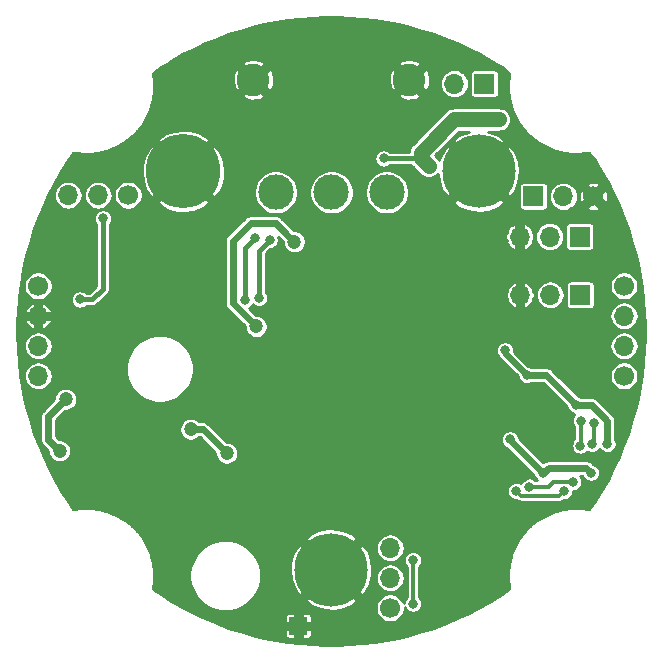
<source format=gbr>
G04 #@! TF.GenerationSoftware,KiCad,Pcbnew,(5.1.0)-1*
G04 #@! TF.CreationDate,2019-06-21T14:16:56-03:00*
G04 #@! TF.ProjectId,PCB_A,5043425f-412e-46b6-9963-61645f706362,rev?*
G04 #@! TF.SameCoordinates,Original*
G04 #@! TF.FileFunction,Copper,L2,Bot*
G04 #@! TF.FilePolarity,Positive*
%FSLAX46Y46*%
G04 Gerber Fmt 4.6, Leading zero omitted, Abs format (unit mm)*
G04 Created by KiCad (PCBNEW (5.1.0)-1) date 2019-06-21 14:16:56*
%MOMM*%
%LPD*%
G04 APERTURE LIST*
%ADD10O,1.700000X1.700000*%
%ADD11C,1.700000*%
%ADD12R,1.700000X1.700000*%
%ADD13C,6.200000*%
%ADD14C,6.300000*%
%ADD15C,3.000000*%
%ADD16C,2.775000*%
%ADD17R,1.500000X1.500000*%
%ADD18C,0.800000*%
%ADD19C,0.600000*%
%ADD20C,1.200000*%
%ADD21C,1.300000*%
%ADD22C,0.400000*%
%ADD23C,0.600000*%
%ADD24C,0.300000*%
%ADD25C,0.500000*%
%ADD26C,0.250000*%
G04 APERTURE END LIST*
D10*
X24800000Y1270000D03*
X4996841Y-18373862D03*
D11*
X24800000Y3810000D03*
X4996841Y-23453862D03*
D10*
X4996841Y-20913862D03*
D11*
X24800000Y-3810000D03*
D10*
X24800000Y-1270000D03*
D11*
X22212262Y11400841D03*
D12*
X17132262Y11400841D03*
D10*
X19672262Y11400841D03*
X-22267738Y11500841D03*
X-19727738Y11500841D03*
D11*
X-17187738Y11500841D03*
D10*
X-24800000Y-1270000D03*
X-24800000Y-3810000D03*
X-24800000Y1270000D03*
D11*
X-24800000Y3810000D03*
D12*
X12979400Y20929600D03*
D10*
X10439400Y20929600D03*
D12*
X21049600Y7988000D03*
D10*
X18509600Y7988000D03*
X15969600Y7988000D03*
X16002000Y3048000D03*
X18542000Y3048000D03*
D12*
X21082000Y3048000D03*
D13*
X12500000Y13500000D03*
D14*
X-12500000Y13500000D03*
D13*
X0Y-20200000D03*
D15*
X-4670000Y11741600D03*
X30000Y11741600D03*
X4730000Y11741600D03*
D16*
X-6575000Y21271600D03*
X6635000Y21271600D03*
D17*
X-2768600Y-24968200D03*
D18*
X2565400Y-876300D03*
X3302000Y-127000D03*
X3302000Y-1651000D03*
X1778000Y-1651000D03*
X1778000Y-127000D03*
D19*
X-1778000Y-2286000D03*
D18*
X7302500Y-1905000D03*
X6477000Y-1905000D03*
X7302500Y-5969000D03*
X17246000Y-7290000D03*
X16441600Y-6460800D03*
X18067200Y-6460800D03*
X16441600Y-8086400D03*
X18067200Y-8137200D03*
X12756000Y-4590000D03*
X-2719400Y-11349100D03*
X250600Y-11399100D03*
X11551043Y-7036914D03*
X11516000Y-4880000D03*
X-11226800Y17678400D03*
X-18351500Y1651000D03*
X10287000Y6223000D03*
X9144000Y5334000D03*
X10096500Y5334000D03*
X3276600Y24485600D03*
X14859000Y5588000D03*
X-22161500Y1270000D03*
X-23114000Y1270000D03*
X16002000Y-127000D03*
X21971000Y-2159000D03*
X10160000Y-9080500D03*
X10439400Y-3924300D03*
X10185400Y-876300D03*
X12357100Y-12700D03*
X23139400Y-5410200D03*
X-533400Y-5346700D03*
X787400Y-7734300D03*
X787400Y-9918700D03*
X14097000Y-8064500D03*
X13208000Y-8318500D03*
X13208000Y-5715000D03*
X14097000Y-6032500D03*
X9334500Y-8636000D03*
X8572500Y-8191500D03*
X7937500Y-7556500D03*
X7556500Y-6794500D03*
X5651500Y-1905000D03*
X5651500Y127000D03*
X-444500Y-1397000D03*
X-444500Y254000D03*
X-444500Y1270000D03*
X-381000Y2349500D03*
X-1270000Y-1714500D03*
X-762000Y-2413000D03*
X-190500Y-3048000D03*
X2540000Y-5778500D03*
X1968500Y-6540500D03*
X1079500Y-6540500D03*
X190500Y-6540500D03*
X-698500Y-6540500D03*
X-1587500Y-6540500D03*
X-1524000Y-8890000D03*
X-698500Y-8890000D03*
X127000Y-8890000D03*
X952500Y-8890000D03*
X1524000Y-7302500D03*
X1524000Y-8191500D03*
X1587500Y-9525000D03*
X1524000Y-10477500D03*
X1079500Y-11239500D03*
X1270000Y-12065000D03*
X1270000Y-12954000D03*
X1270000Y-13843000D03*
X952500Y-14668500D03*
X63500Y-14668500D03*
X-825500Y-14668500D03*
X-1714500Y-14668500D03*
X-2603500Y-14668500D03*
X-3492500Y-14668500D03*
X-3619500Y-11239500D03*
X-3619500Y-10350500D03*
X-8191500Y-8890000D03*
X-3619500Y-9461500D03*
X-3619500Y-8572500D03*
X-3619500Y-7683500D03*
X-3619500Y-6794500D03*
D19*
X2476500Y-4953000D03*
D18*
X-3619500Y-5905500D03*
X-3619500Y-5016500D03*
X-3619500Y-4127500D03*
X-3683000Y-3238500D03*
X-3683000Y-2349500D03*
X-3619500Y-1460500D03*
X-3619500Y-571500D03*
X-3619500Y317500D03*
X5334000Y-2730500D03*
X4508500Y-2730500D03*
X10477500Y-4889500D03*
X10668000Y-3048000D03*
X10223500Y-2286000D03*
X10795000Y-1587500D03*
X11366500Y0D03*
X11176000Y-825500D03*
X5651500Y952500D03*
X4572000Y825500D03*
X6032500Y-3302000D03*
X6032500Y-4191000D03*
X6032500Y-5080000D03*
X6413500Y-5905500D03*
X5842000Y-6604000D03*
D19*
X5397500Y-7302500D03*
X2794000Y-7302500D03*
D18*
X2222500Y-7810500D03*
X9906000Y-6413500D03*
X-2476500Y10414000D03*
X3111500Y7937500D03*
X4445000Y5651500D03*
X3556000Y5651500D03*
X2667000Y5651500D03*
X1778000Y5651500D03*
X889000Y5651500D03*
X0Y5651500D03*
X-889000Y5651500D03*
X-1778000Y5651500D03*
X-2667000Y5651500D03*
X-3619500Y1206500D03*
X-3619500Y2095500D03*
X-3619500Y2984500D03*
X-3619500Y3873500D03*
X-3619500Y4762500D03*
X-3556000Y-12128500D03*
X-3556000Y-13017500D03*
X-3556000Y-13843000D03*
X-3556000Y5651500D03*
X12128500Y-889000D03*
X11684000Y-1714500D03*
X11430000Y-2603500D03*
X11366500Y-3683000D03*
X12382500Y-3746500D03*
X12319000Y-2857500D03*
X12636500Y-1905000D03*
X13081000Y-1016000D03*
X13589000Y-1841500D03*
X10160000Y7175500D03*
X11049000Y7429500D03*
X11176000Y6540500D03*
X11049000Y5651500D03*
X11874500Y5207000D03*
X12001500Y6159500D03*
X11938000Y7175500D03*
X16002000Y762000D03*
X16827500Y381000D03*
X17716500Y381000D03*
X18605500Y381000D03*
X16827500Y1270000D03*
X17716500Y1270000D03*
X18605500Y1270000D03*
X23812500Y10541000D03*
X23114000Y9842500D03*
X22225000Y9652000D03*
X21399500Y9906000D03*
X20447000Y9715500D03*
X19939000Y14605000D03*
X20129500Y13716000D03*
X20701000Y12954000D03*
X21653500Y13017500D03*
X22606000Y13017500D03*
X20891500Y14605000D03*
X21780500Y14605000D03*
X21082000Y13716000D03*
X22098000Y13779500D03*
X11085500Y-9180500D03*
X11430000Y-10033000D03*
X11430000Y-10985500D03*
X12192000Y-11430000D03*
X13081000Y-11430000D03*
X13970000Y-11430000D03*
X14732000Y-11938000D03*
X15875000Y-11938000D03*
X19494500Y381000D03*
X20383500Y254000D03*
X6477000Y508000D03*
X6477000Y1397000D03*
X508000Y1270000D03*
X5524500Y3481500D03*
X5461000Y-8318500D03*
X5461000Y-9207500D03*
X5461000Y-10160000D03*
X6032500Y-10922000D03*
X6667500Y-11557000D03*
X7493000Y-11874500D03*
X8382000Y-11874500D03*
X9271000Y-11874500D03*
X10160000Y-11874500D03*
X11049000Y-11874500D03*
X-6223000Y-13652500D03*
X-13739000Y-15072500D03*
X-22860000Y-8636000D03*
X8255000Y13970000D03*
X7586000Y14639000D03*
X13208000Y17907000D03*
X14224000Y17907000D03*
X4445000Y14605000D03*
D20*
X-8826500Y-10350500D03*
X-22479000Y-5778500D03*
X-22987000Y-10160000D03*
X-11874498Y-8318500D03*
X-6350000Y381000D03*
X-3111500Y7556494D03*
D18*
X-21272500Y2667000D03*
X-19304000Y9525000D03*
X6934200Y-23088600D03*
X6934200Y-19380200D03*
X-6096000Y2794000D03*
X-5207000Y7683500D03*
X-7302500Y2641500D03*
X-6477000Y7874000D03*
X16570248Y-3739638D03*
X20751800Y-6273800D03*
X17957800Y-12065000D03*
X23393400Y-9575800D03*
X21995468Y-12001356D03*
X15152500Y-9183500D03*
X14732000Y-1650992D03*
X21132800Y-7594600D03*
X16789400Y-13182600D03*
X21102223Y-9705842D03*
X20497800Y-12776204D03*
X22225000Y-7797800D03*
X22096596Y-9599796D03*
X19735800Y-13538200D03*
X15671800Y-13538208D03*
D21*
X10414000Y17907000D02*
X14224000Y17907000D01*
X7586000Y14639000D02*
X7586000Y15079000D01*
X7586000Y15079000D02*
X10414000Y17907000D01*
X8255000Y13970000D02*
X7586000Y14639000D01*
D22*
X7552000Y14605000D02*
X7586000Y14639000D01*
X4445000Y14605000D02*
X7552000Y14605000D01*
D23*
X-22479000Y-5778500D02*
X-23939500Y-7239000D01*
X-23939500Y-7239000D02*
X-23939500Y-9207500D01*
X-23939500Y-9207500D02*
X-22987000Y-10160000D01*
X-8826500Y-10350500D02*
X-10858500Y-8318500D01*
X-11025970Y-8318500D02*
X-11874498Y-8318500D01*
X-10858500Y-8318500D02*
X-11025970Y-8318500D01*
X-6794500Y9144000D02*
X-4699006Y9144000D01*
X-3711499Y8156493D02*
X-3111500Y7556494D01*
X-4699006Y9144000D02*
X-3711499Y8156493D01*
X-8318500Y7620000D02*
X-6794500Y9144000D01*
X-8318500Y2349500D02*
X-8318500Y7620000D01*
X-6350000Y381000D02*
X-8318500Y2349500D01*
D22*
X-19304000Y9525000D02*
X-19304000Y3578000D01*
X-20215000Y2667000D02*
X-19304000Y3578000D01*
X-21272500Y2667000D02*
X-20215000Y2667000D01*
D24*
X6934200Y-23088600D02*
X6934200Y-19380200D01*
D22*
X-6096000Y2794000D02*
X-6096000Y6794500D01*
X-6096000Y6794500D02*
X-5207000Y7683500D01*
X-7302500Y2641500D02*
X-7302500Y7048500D01*
X-7302500Y7048500D02*
X-6477000Y7874000D01*
D23*
X18217638Y-3739638D02*
X20751800Y-6273800D01*
X16570248Y-3739638D02*
X18217638Y-3739638D01*
X23393400Y-7594600D02*
X23393400Y-9575800D01*
X20751800Y-6273800D02*
X22072600Y-6273800D01*
X22072600Y-6273800D02*
X23393400Y-7594600D01*
X21595469Y-11601357D02*
X21995468Y-12001356D01*
X17957800Y-12065000D02*
X18421443Y-11601357D01*
X18421443Y-11601357D02*
X21595469Y-11601357D01*
X15152500Y-9259700D02*
X17957800Y-12065000D01*
X15152500Y-9183500D02*
X15152500Y-9259700D01*
D25*
X16570248Y-3739638D02*
X14732000Y-1901390D01*
X14732000Y-1901390D02*
X14732000Y-1650992D01*
D24*
X21132800Y-9675265D02*
X21102223Y-9705842D01*
X21132800Y-7594600D02*
X21132800Y-9675265D01*
X19932115Y-12776204D02*
X20497800Y-12776204D01*
X18821396Y-12776204D02*
X19932115Y-12776204D01*
X16789400Y-13182600D02*
X18415000Y-13182600D01*
X18415000Y-13182600D02*
X18821396Y-12776204D01*
X22225000Y-9471392D02*
X22096596Y-9599796D01*
X22225000Y-7797800D02*
X22225000Y-9471392D01*
X16071791Y-13938199D02*
X15671800Y-13538208D01*
X19335801Y-13938199D02*
X16071791Y-13938199D01*
X19735800Y-13538200D02*
X19335801Y-13938199D01*
D26*
G36*
X1558577Y26529276D02*
G01*
X2595542Y26448141D01*
X3629383Y26326442D01*
X4658858Y26164174D01*
X5682686Y25961348D01*
X6699652Y25717956D01*
X7708482Y25434008D01*
X8707969Y25109493D01*
X9696845Y24744416D01*
X10673831Y24338794D01*
X11637778Y23892583D01*
X12587397Y23405801D01*
X13521423Y22878454D01*
X14438649Y22310520D01*
X15103871Y21860325D01*
X15090366Y21795014D01*
X15088449Y21788036D01*
X15086142Y21774590D01*
X15083379Y21761227D01*
X15082615Y21754029D01*
X15056782Y21603446D01*
X15055109Y21596430D01*
X15053259Y21582908D01*
X15050946Y21569425D01*
X15050428Y21562216D01*
X15029814Y21411545D01*
X15028382Y21404490D01*
X15026987Y21390877D01*
X15025132Y21377320D01*
X15024860Y21370127D01*
X15009417Y21219453D01*
X15008227Y21212376D01*
X15007291Y21198712D01*
X15005893Y21185072D01*
X15005865Y21177889D01*
X14995553Y21027352D01*
X14994603Y21020249D01*
X14994126Y21006523D01*
X14993189Y20992845D01*
X14993402Y20985693D01*
X14988178Y20835383D01*
X14987469Y20828271D01*
X14987453Y20814517D01*
X14986976Y20800798D01*
X14987428Y20793677D01*
X14987252Y20643706D01*
X14986783Y20636600D01*
X14987227Y20622856D01*
X14987211Y20609092D01*
X14987901Y20601998D01*
X14992733Y20452507D01*
X14992502Y20445393D01*
X14993408Y20431633D01*
X14993852Y20417884D01*
X14994776Y20410843D01*
X15004579Y20261900D01*
X15004585Y20254810D01*
X15005948Y20241096D01*
X15006854Y20227329D01*
X15008012Y20220328D01*
X15022745Y20072076D01*
X15022987Y20065004D01*
X15024806Y20051343D01*
X15026172Y20037594D01*
X15027562Y20030639D01*
X15047190Y19883199D01*
X15047667Y19876132D01*
X15049946Y19862493D01*
X15051766Y19848825D01*
X15053380Y19841947D01*
X15077876Y19695377D01*
X15078585Y19688356D01*
X15081311Y19674825D01*
X15083591Y19661182D01*
X15085434Y19654358D01*
X15114754Y19508814D01*
X15115695Y19501826D01*
X15118868Y19488393D01*
X15121602Y19474823D01*
X15123671Y19468062D01*
X15157783Y19323661D01*
X15158957Y19316695D01*
X15162582Y19303345D01*
X15165758Y19289901D01*
X15168045Y19283227D01*
X15206928Y19140035D01*
X15208330Y19133125D01*
X15212389Y19119924D01*
X15216016Y19106568D01*
X15218526Y19099965D01*
X15262140Y18958131D01*
X15263772Y18951263D01*
X15268269Y18938200D01*
X15272332Y18924985D01*
X15275060Y18918469D01*
X15323380Y18778090D01*
X15325241Y18771275D01*
X15330170Y18758365D01*
X15334667Y18745300D01*
X15337609Y18738879D01*
X15390606Y18600068D01*
X15392695Y18593308D01*
X15398047Y18580576D01*
X15402972Y18567677D01*
X15406130Y18561350D01*
X15463779Y18424216D01*
X15466095Y18417520D01*
X15471865Y18404981D01*
X15477211Y18392263D01*
X15480582Y18386035D01*
X15542856Y18250696D01*
X15545397Y18244073D01*
X15551575Y18231746D01*
X15557339Y18219219D01*
X15560922Y18213096D01*
X15627793Y18079667D01*
X15630561Y18073116D01*
X15637143Y18061010D01*
X15643312Y18048701D01*
X15647103Y18042690D01*
X15718553Y17911277D01*
X15721545Y17904810D01*
X15728520Y17892946D01*
X15735090Y17880862D01*
X15739089Y17874969D01*
X15815096Y17745683D01*
X15818307Y17739313D01*
X15825655Y17727723D01*
X15832627Y17715864D01*
X15836837Y17710085D01*
X15917364Y17583071D01*
X15920802Y17576786D01*
X15928539Y17565445D01*
X15935884Y17553860D01*
X15940291Y17548220D01*
X16025331Y17423568D01*
X16028988Y17417387D01*
X16037093Y17406327D01*
X16044812Y17395013D01*
X16049417Y17389511D01*
X16138948Y17267343D01*
X16142822Y17261273D01*
X16151280Y17250515D01*
X16159367Y17239480D01*
X16164171Y17234118D01*
X16258167Y17114562D01*
X16262258Y17108608D01*
X16271070Y17098150D01*
X16279507Y17087419D01*
X16284499Y17082213D01*
X16382948Y16965378D01*
X16387248Y16959555D01*
X16396391Y16949424D01*
X16405182Y16938992D01*
X16410365Y16933942D01*
X16513235Y16819964D01*
X16517746Y16814272D01*
X16527222Y16804467D01*
X16536343Y16794361D01*
X16541706Y16789480D01*
X16648985Y16678476D01*
X16653687Y16672941D01*
X16663480Y16663476D01*
X16672945Y16653683D01*
X16678480Y16648981D01*
X16789483Y16541703D01*
X16794365Y16536339D01*
X16804471Y16527218D01*
X16814276Y16517742D01*
X16819968Y16513231D01*
X16933946Y16410361D01*
X16938996Y16405178D01*
X16949428Y16396387D01*
X16959559Y16387244D01*
X16965383Y16382944D01*
X17082217Y16284495D01*
X17087423Y16279503D01*
X17098154Y16271067D01*
X17108612Y16262254D01*
X17114567Y16258162D01*
X17234116Y16164173D01*
X17239484Y16159363D01*
X17250533Y16151266D01*
X17261278Y16142818D01*
X17267340Y16138948D01*
X17389515Y16049413D01*
X17395017Y16044808D01*
X17406331Y16037089D01*
X17417391Y16028984D01*
X17423572Y16025327D01*
X17548224Y15940287D01*
X17553864Y15935880D01*
X17565449Y15928535D01*
X17576790Y15920798D01*
X17583075Y15917360D01*
X17710088Y15836834D01*
X17715868Y15832623D01*
X17727727Y15825651D01*
X17739317Y15818303D01*
X17745687Y15815092D01*
X17874973Y15739085D01*
X17880866Y15735086D01*
X17892949Y15728516D01*
X17904814Y15721541D01*
X17911283Y15718549D01*
X18042690Y15647102D01*
X18048705Y15643308D01*
X18061024Y15637134D01*
X18073119Y15630558D01*
X18079665Y15627792D01*
X18213100Y15560918D01*
X18219223Y15557335D01*
X18231750Y15551571D01*
X18244077Y15545393D01*
X18250700Y15542852D01*
X18386044Y15480575D01*
X18392267Y15477207D01*
X18404975Y15471865D01*
X18417523Y15466091D01*
X18424224Y15463773D01*
X18561358Y15406124D01*
X18567681Y15402968D01*
X18580570Y15398047D01*
X18593311Y15392691D01*
X18600075Y15390600D01*
X18738887Y15337603D01*
X18745304Y15334663D01*
X18758359Y15330169D01*
X18771278Y15325237D01*
X18778098Y15323375D01*
X18918473Y15275056D01*
X18924989Y15272328D01*
X18938204Y15268264D01*
X18951267Y15263768D01*
X18958135Y15262136D01*
X19099973Y15218521D01*
X19106572Y15216012D01*
X19119921Y15212387D01*
X19133128Y15208326D01*
X19140041Y15206924D01*
X19283238Y15168039D01*
X19289905Y15165754D01*
X19303335Y15162581D01*
X19316697Y15158953D01*
X19323669Y15157778D01*
X19468068Y15123666D01*
X19474827Y15121598D01*
X19488393Y15118865D01*
X19501829Y15115691D01*
X19508817Y15114750D01*
X19654376Y15085426D01*
X19661186Y15083587D01*
X19674796Y15081312D01*
X19688359Y15078580D01*
X19695395Y15077870D01*
X19841953Y15053376D01*
X19848829Y15051762D01*
X19862493Y15049943D01*
X19876135Y15047663D01*
X19883204Y15047186D01*
X20030644Y15027558D01*
X20037598Y15026168D01*
X20051344Y15024802D01*
X20065007Y15022983D01*
X20072080Y15022741D01*
X20220335Y15008007D01*
X20227334Y15006850D01*
X20241095Y15005944D01*
X20254813Y15004581D01*
X20261905Y15004575D01*
X20410846Y14994772D01*
X20417887Y14993848D01*
X20431636Y14993404D01*
X20445396Y14992498D01*
X20452510Y14992729D01*
X20602002Y14987897D01*
X20609096Y14987207D01*
X20622859Y14987223D01*
X20636603Y14986779D01*
X20643709Y14987248D01*
X20793681Y14987424D01*
X20800802Y14986972D01*
X20814521Y14987449D01*
X20828275Y14987465D01*
X20835387Y14988174D01*
X20985697Y14993398D01*
X20992849Y14993185D01*
X21006527Y14994122D01*
X21020253Y14994599D01*
X21027356Y14995549D01*
X21177893Y15005861D01*
X21185076Y15005889D01*
X21198716Y15007287D01*
X21212380Y15008223D01*
X21219457Y15009413D01*
X21370131Y15024856D01*
X21377324Y15025128D01*
X21390881Y15026983D01*
X21404494Y15028378D01*
X21411549Y15029810D01*
X21562220Y15050424D01*
X21569429Y15050942D01*
X21582912Y15053255D01*
X21596434Y15055105D01*
X21603450Y15056778D01*
X21754033Y15082611D01*
X21761231Y15083375D01*
X21774594Y15086138D01*
X21788040Y15088445D01*
X21795018Y15090362D01*
X21860330Y15103868D01*
X22310523Y14438647D01*
X22878468Y13521402D01*
X23405819Y12587365D01*
X23892600Y11637746D01*
X24338810Y10673799D01*
X24744431Y9696812D01*
X25109499Y8707958D01*
X25434014Y7708472D01*
X25717967Y6699625D01*
X25961353Y5682678D01*
X26164180Y4658845D01*
X26326447Y3629373D01*
X26448145Y2595539D01*
X26529280Y1558572D01*
X26569848Y519729D01*
X26569847Y-519754D01*
X26529281Y-1558575D01*
X26448147Y-2595538D01*
X26326449Y-3629373D01*
X26164184Y-4658843D01*
X25961358Y-5682678D01*
X25717973Y-6699620D01*
X25434022Y-7708467D01*
X25109506Y-8707960D01*
X24744442Y-9696806D01*
X24338817Y-10673801D01*
X23892613Y-11637741D01*
X23405834Y-12587358D01*
X22878478Y-13521405D01*
X22310540Y-14438639D01*
X21860342Y-15103870D01*
X21795030Y-15090365D01*
X21788052Y-15088448D01*
X21774606Y-15086141D01*
X21761243Y-15083378D01*
X21754045Y-15082614D01*
X21603462Y-15056781D01*
X21596446Y-15055108D01*
X21582924Y-15053258D01*
X21569441Y-15050945D01*
X21562232Y-15050427D01*
X21411561Y-15029813D01*
X21404506Y-15028381D01*
X21390892Y-15026986D01*
X21377336Y-15025131D01*
X21370143Y-15024859D01*
X21219478Y-15009417D01*
X21212391Y-15008225D01*
X21198710Y-15007288D01*
X21185090Y-15005892D01*
X21177914Y-15005864D01*
X21027367Y-14995552D01*
X21020266Y-14994603D01*
X21006540Y-14994126D01*
X20992860Y-14993189D01*
X20985709Y-14993402D01*
X20835400Y-14988178D01*
X20828288Y-14987469D01*
X20814534Y-14987453D01*
X20800815Y-14986976D01*
X20793694Y-14987428D01*
X20643721Y-14987252D01*
X20636615Y-14986783D01*
X20622871Y-14987227D01*
X20609108Y-14987211D01*
X20602014Y-14987901D01*
X20452521Y-14992733D01*
X20445410Y-14992502D01*
X20431650Y-14993408D01*
X20417899Y-14993852D01*
X20410858Y-14994776D01*
X20261922Y-15004578D01*
X20254824Y-15004584D01*
X20241100Y-15005948D01*
X20227349Y-15006853D01*
X20220352Y-15008010D01*
X20072100Y-15022745D01*
X20065020Y-15022987D01*
X20051337Y-15024809D01*
X20037609Y-15026173D01*
X20030666Y-15027560D01*
X19883214Y-15047190D01*
X19876151Y-15047667D01*
X19862519Y-15049945D01*
X19848842Y-15051766D01*
X19841962Y-15053381D01*
X19695406Y-15077874D01*
X19688370Y-15078584D01*
X19674816Y-15081315D01*
X19661201Y-15083590D01*
X19654385Y-15085431D01*
X19508837Y-15114753D01*
X19501842Y-15115695D01*
X19488391Y-15118873D01*
X19474838Y-15121603D01*
X19468087Y-15123669D01*
X19323682Y-15157782D01*
X19316710Y-15158957D01*
X19303348Y-15162585D01*
X19289918Y-15165758D01*
X19283251Y-15168043D01*
X19140054Y-15206928D01*
X19133141Y-15208330D01*
X19119934Y-15212391D01*
X19106585Y-15216016D01*
X19099986Y-15218525D01*
X18958148Y-15262140D01*
X18951280Y-15263772D01*
X18938217Y-15268268D01*
X18925002Y-15272332D01*
X18918486Y-15275060D01*
X18778111Y-15323379D01*
X18771291Y-15325241D01*
X18758372Y-15330173D01*
X18745317Y-15334667D01*
X18738900Y-15337607D01*
X18600080Y-15390607D01*
X18593323Y-15392696D01*
X18580598Y-15398045D01*
X18567694Y-15402972D01*
X18561364Y-15406131D01*
X18424236Y-15463778D01*
X18417540Y-15466094D01*
X18404996Y-15471866D01*
X18392281Y-15477211D01*
X18386056Y-15480581D01*
X18250722Y-15542851D01*
X18244087Y-15545397D01*
X18231743Y-15551584D01*
X18219239Y-15557337D01*
X18213123Y-15560916D01*
X18079684Y-15627793D01*
X18073131Y-15630562D01*
X18061018Y-15637148D01*
X18048717Y-15643313D01*
X18042710Y-15647102D01*
X17911299Y-15718551D01*
X17904828Y-15721545D01*
X17892955Y-15728525D01*
X17880879Y-15735091D01*
X17874990Y-15739087D01*
X17745707Y-15815093D01*
X17739332Y-15818306D01*
X17727732Y-15825660D01*
X17715882Y-15832627D01*
X17710107Y-15836834D01*
X17583085Y-15917366D01*
X17576803Y-15920802D01*
X17565468Y-15928535D01*
X17553878Y-15935883D01*
X17548236Y-15940291D01*
X17423585Y-16025331D01*
X17417404Y-16028988D01*
X17406344Y-16037093D01*
X17395030Y-16044812D01*
X17389528Y-16049417D01*
X17267356Y-16138950D01*
X17261289Y-16142823D01*
X17250537Y-16151277D01*
X17239497Y-16159367D01*
X17234132Y-16164174D01*
X17114581Y-16258167D01*
X17108626Y-16262258D01*
X17098166Y-16271072D01*
X17087436Y-16279508D01*
X17082231Y-16284499D01*
X16965397Y-16382948D01*
X16959573Y-16387248D01*
X16949442Y-16396391D01*
X16939010Y-16405182D01*
X16933960Y-16410365D01*
X16819982Y-16513235D01*
X16814290Y-16517746D01*
X16804485Y-16527222D01*
X16794379Y-16536343D01*
X16789497Y-16541707D01*
X16678494Y-16648985D01*
X16672959Y-16653687D01*
X16663494Y-16663480D01*
X16653701Y-16672945D01*
X16648999Y-16678480D01*
X16541720Y-16789484D01*
X16536357Y-16794365D01*
X16527236Y-16804471D01*
X16517760Y-16814276D01*
X16513249Y-16819968D01*
X16410379Y-16933946D01*
X16405196Y-16938996D01*
X16396405Y-16949428D01*
X16387262Y-16959559D01*
X16382962Y-16965382D01*
X16284520Y-17082209D01*
X16279520Y-17087423D01*
X16271071Y-17098170D01*
X16262272Y-17108612D01*
X16258186Y-17114559D01*
X16164189Y-17234119D01*
X16159384Y-17239481D01*
X16151292Y-17250523D01*
X16142837Y-17261277D01*
X16138966Y-17267342D01*
X16049430Y-17389515D01*
X16044826Y-17395016D01*
X16037112Y-17406323D01*
X16029003Y-17417388D01*
X16025344Y-17423573D01*
X15940306Y-17548220D01*
X15935897Y-17553864D01*
X15928550Y-17565453D01*
X15920816Y-17576789D01*
X15917379Y-17583072D01*
X15836856Y-17710083D01*
X15832643Y-17715865D01*
X15825666Y-17727733D01*
X15818321Y-17739318D01*
X15815112Y-17745684D01*
X15739108Y-17874965D01*
X15735103Y-17880867D01*
X15728524Y-17892968D01*
X15721560Y-17904813D01*
X15718572Y-17911272D01*
X15647115Y-18042699D01*
X15643328Y-18048703D01*
X15637164Y-18061002D01*
X15630576Y-18073119D01*
X15627807Y-18079673D01*
X15560937Y-18213096D01*
X15557353Y-18219222D01*
X15551588Y-18231751D01*
X15545412Y-18244074D01*
X15542871Y-18250696D01*
X15480593Y-18386045D01*
X15477224Y-18392269D01*
X15471883Y-18404975D01*
X15466109Y-18417523D01*
X15463790Y-18424226D01*
X15406146Y-18561351D01*
X15402988Y-18567679D01*
X15398060Y-18580586D01*
X15392710Y-18593313D01*
X15390623Y-18600066D01*
X15337622Y-18738885D01*
X15334680Y-18745305D01*
X15330187Y-18758358D01*
X15325255Y-18771276D01*
X15323392Y-18778099D01*
X15275074Y-18918475D01*
X15272347Y-18924988D01*
X15268284Y-18938201D01*
X15263786Y-18951269D01*
X15262154Y-18958138D01*
X15218541Y-19099968D01*
X15216031Y-19106571D01*
X15212404Y-19119927D01*
X15208345Y-19133128D01*
X15206943Y-19140038D01*
X15168062Y-19283222D01*
X15165773Y-19289902D01*
X15162593Y-19303363D01*
X15158972Y-19316698D01*
X15157799Y-19323655D01*
X15123684Y-19468069D01*
X15121616Y-19474826D01*
X15118885Y-19488384D01*
X15115709Y-19501827D01*
X15114768Y-19508821D01*
X15085447Y-19654367D01*
X15083605Y-19661187D01*
X15081327Y-19674816D01*
X15078599Y-19688359D01*
X15077889Y-19695388D01*
X15053396Y-19841946D01*
X15051781Y-19848828D01*
X15049960Y-19862509D01*
X15047682Y-19876138D01*
X15047205Y-19883199D01*
X15027576Y-20030648D01*
X15026188Y-20037594D01*
X15024823Y-20051329D01*
X15023002Y-20065007D01*
X15022760Y-20072085D01*
X15008025Y-20220336D01*
X15006868Y-20227335D01*
X15005963Y-20241089D01*
X15004599Y-20254811D01*
X15004593Y-20261908D01*
X14994791Y-20410845D01*
X14993867Y-20417886D01*
X14993423Y-20431637D01*
X14992517Y-20445397D01*
X14992748Y-20452508D01*
X14987916Y-20601997D01*
X14987226Y-20609092D01*
X14987242Y-20622860D01*
X14986798Y-20636602D01*
X14987267Y-20643705D01*
X14987442Y-20793677D01*
X14986990Y-20800800D01*
X14987467Y-20814521D01*
X14987483Y-20828271D01*
X14988192Y-20835383D01*
X14993416Y-20985695D01*
X14993203Y-20992847D01*
X14994140Y-21006525D01*
X14994617Y-21020251D01*
X14995567Y-21027354D01*
X15005879Y-21177891D01*
X15005907Y-21185072D01*
X15007305Y-21198711D01*
X15008241Y-21212378D01*
X15009431Y-21219453D01*
X15024873Y-21370136D01*
X15025145Y-21377322D01*
X15026997Y-21390859D01*
X15028394Y-21404490D01*
X15029829Y-21411556D01*
X15050441Y-21562218D01*
X15050959Y-21569427D01*
X15053272Y-21582910D01*
X15055122Y-21596432D01*
X15056795Y-21603448D01*
X15082628Y-21754031D01*
X15083392Y-21761229D01*
X15086155Y-21774592D01*
X15088462Y-21788038D01*
X15090379Y-21795016D01*
X15103884Y-21860327D01*
X14438679Y-22310511D01*
X13521434Y-22878457D01*
X12587407Y-23405804D01*
X11637808Y-23892578D01*
X10673850Y-24338794D01*
X9696855Y-24744421D01*
X8707979Y-25109498D01*
X7708490Y-25434013D01*
X6699642Y-25717966D01*
X5682693Y-25961354D01*
X4658865Y-26164179D01*
X3629385Y-26326448D01*
X2595546Y-26448147D01*
X1558584Y-26529281D01*
X519761Y-26569848D01*
X-519748Y-26569848D01*
X-1558569Y-26529282D01*
X-2595532Y-26448148D01*
X-3629367Y-26326450D01*
X-4658847Y-26164182D01*
X-5682675Y-25961357D01*
X-6698664Y-25718200D01*
X-3895414Y-25718200D01*
X-3888174Y-25791713D01*
X-3866731Y-25862400D01*
X-3831909Y-25927547D01*
X-3785048Y-25984648D01*
X-3727947Y-26031509D01*
X-3662800Y-26066331D01*
X-3592113Y-26087774D01*
X-3518600Y-26095014D01*
X-3137350Y-26093200D01*
X-3043600Y-25999450D01*
X-3043600Y-25243200D01*
X-2493600Y-25243200D01*
X-2493600Y-25999450D01*
X-2399850Y-26093200D01*
X-2018600Y-26095014D01*
X-1945087Y-26087774D01*
X-1874400Y-26066331D01*
X-1809253Y-26031509D01*
X-1752152Y-25984648D01*
X-1705291Y-25927547D01*
X-1670469Y-25862400D01*
X-1649026Y-25791713D01*
X-1641786Y-25718200D01*
X-1643600Y-25336950D01*
X-1737350Y-25243200D01*
X-2493600Y-25243200D01*
X-3043600Y-25243200D01*
X-3799850Y-25243200D01*
X-3893600Y-25336950D01*
X-3895414Y-25718200D01*
X-6698664Y-25718200D01*
X-6699617Y-25717972D01*
X-7708469Y-25434018D01*
X-8707957Y-25109503D01*
X-9696804Y-24744438D01*
X-10673800Y-24338813D01*
X-10934361Y-24218200D01*
X-3895414Y-24218200D01*
X-3893600Y-24599450D01*
X-3799850Y-24693200D01*
X-3043600Y-24693200D01*
X-3043600Y-23936950D01*
X-2493600Y-23936950D01*
X-2493600Y-24693200D01*
X-1737350Y-24693200D01*
X-1643600Y-24599450D01*
X-1641786Y-24218200D01*
X-1649026Y-24144687D01*
X-1670469Y-24074000D01*
X-1705291Y-24008853D01*
X-1752152Y-23951752D01*
X-1809253Y-23904891D01*
X-1874400Y-23870069D01*
X-1945087Y-23848626D01*
X-2018600Y-23841386D01*
X-2399850Y-23843200D01*
X-2493600Y-23936950D01*
X-3043600Y-23936950D01*
X-3137350Y-23843200D01*
X-3518600Y-23841386D01*
X-3592113Y-23848626D01*
X-3662800Y-23870069D01*
X-3727947Y-23904891D01*
X-3785048Y-23951752D01*
X-3831909Y-24008853D01*
X-3866731Y-24074000D01*
X-3888174Y-24144687D01*
X-3895414Y-24218200D01*
X-10934361Y-24218200D01*
X-11637749Y-23892605D01*
X-12587347Y-23405834D01*
X-13521406Y-22878471D01*
X-14438650Y-22310527D01*
X-15103872Y-21860334D01*
X-15090365Y-21795020D01*
X-15088449Y-21788044D01*
X-15086143Y-21774603D01*
X-15083379Y-21761236D01*
X-15082615Y-21754036D01*
X-15056783Y-21603460D01*
X-15055108Y-21596437D01*
X-15053256Y-21582902D01*
X-15050946Y-21569435D01*
X-15050429Y-21562233D01*
X-15029814Y-21411549D01*
X-15028382Y-21404498D01*
X-15026987Y-21390890D01*
X-15025132Y-21377329D01*
X-15024860Y-21370134D01*
X-15009417Y-21219459D01*
X-15008227Y-21212384D01*
X-15007291Y-21198722D01*
X-15005893Y-21185081D01*
X-15005865Y-21177897D01*
X-14995553Y-21027360D01*
X-14994603Y-21020257D01*
X-14994126Y-21006533D01*
X-14993189Y-20992854D01*
X-14993402Y-20985702D01*
X-14988178Y-20835391D01*
X-14987469Y-20828279D01*
X-14987453Y-20814525D01*
X-14986976Y-20800806D01*
X-14987428Y-20793685D01*
X-14987252Y-20643713D01*
X-14986783Y-20636607D01*
X-14987227Y-20622863D01*
X-14987211Y-20609100D01*
X-14987901Y-20602006D01*
X-14992733Y-20452514D01*
X-14992502Y-20445400D01*
X-14993408Y-20431640D01*
X-14993852Y-20417891D01*
X-14994776Y-20410850D01*
X-14995288Y-20403063D01*
X-11991200Y-20403063D01*
X-11991200Y-20998937D01*
X-11874951Y-21583360D01*
X-11646921Y-22133875D01*
X-11315871Y-22629325D01*
X-10894525Y-23050671D01*
X-10399075Y-23381721D01*
X-9848560Y-23609751D01*
X-9264137Y-23726000D01*
X-8668263Y-23726000D01*
X-8083840Y-23609751D01*
X-7533325Y-23381721D01*
X-7037875Y-23050671D01*
X-6776571Y-22789367D01*
X-2200458Y-22789367D01*
X-1823582Y-23177803D01*
X-1207602Y-23476349D01*
X-545214Y-23648986D01*
X138126Y-23689081D01*
X816158Y-23595093D01*
X1462826Y-23370633D01*
X1532838Y-23333210D01*
X3771841Y-23333210D01*
X3771841Y-23574514D01*
X3818917Y-23811181D01*
X3911260Y-24034117D01*
X4045322Y-24234754D01*
X4215949Y-24405381D01*
X4416586Y-24539443D01*
X4639522Y-24631786D01*
X4876189Y-24678862D01*
X5117493Y-24678862D01*
X5354160Y-24631786D01*
X5577096Y-24539443D01*
X5777733Y-24405381D01*
X5948360Y-24234754D01*
X6082422Y-24034117D01*
X6174765Y-23811181D01*
X6221841Y-23574514D01*
X6221841Y-23393985D01*
X6247404Y-23455700D01*
X6332218Y-23582634D01*
X6440166Y-23690582D01*
X6567100Y-23775396D01*
X6708141Y-23833817D01*
X6857869Y-23863600D01*
X7010531Y-23863600D01*
X7160259Y-23833817D01*
X7301300Y-23775396D01*
X7428234Y-23690582D01*
X7536182Y-23582634D01*
X7620996Y-23455700D01*
X7679417Y-23314659D01*
X7709200Y-23164931D01*
X7709200Y-23012269D01*
X7679417Y-22862541D01*
X7620996Y-22721500D01*
X7536182Y-22594566D01*
X7459200Y-22517584D01*
X7459200Y-19951216D01*
X7536182Y-19874234D01*
X7620996Y-19747300D01*
X7679417Y-19606259D01*
X7709200Y-19456531D01*
X7709200Y-19303869D01*
X7679417Y-19154141D01*
X7620996Y-19013100D01*
X7536182Y-18886166D01*
X7428234Y-18778218D01*
X7301300Y-18693404D01*
X7160259Y-18634983D01*
X7010531Y-18605200D01*
X6857869Y-18605200D01*
X6708141Y-18634983D01*
X6567100Y-18693404D01*
X6440166Y-18778218D01*
X6332218Y-18886166D01*
X6247404Y-19013100D01*
X6188983Y-19154141D01*
X6159200Y-19303869D01*
X6159200Y-19456531D01*
X6188983Y-19606259D01*
X6247404Y-19747300D01*
X6332218Y-19874234D01*
X6409201Y-19951217D01*
X6409200Y-22517584D01*
X6332218Y-22594566D01*
X6247404Y-22721500D01*
X6188983Y-22862541D01*
X6159200Y-23012269D01*
X6159200Y-23058966D01*
X6082422Y-22873607D01*
X5948360Y-22672970D01*
X5777733Y-22502343D01*
X5577096Y-22368281D01*
X5354160Y-22275938D01*
X5117493Y-22228862D01*
X4876189Y-22228862D01*
X4639522Y-22275938D01*
X4416586Y-22368281D01*
X4215949Y-22502343D01*
X4045322Y-22672970D01*
X3911260Y-22873607D01*
X3818917Y-23096543D01*
X3771841Y-23333210D01*
X1532838Y-23333210D01*
X1823582Y-23177803D01*
X2200458Y-22789367D01*
X0Y-20588909D01*
X-2200458Y-22789367D01*
X-6776571Y-22789367D01*
X-6616529Y-22629325D01*
X-6285479Y-22133875D01*
X-6057449Y-21583360D01*
X-5941200Y-20998937D01*
X-5941200Y-20403063D01*
X-5954116Y-20338126D01*
X-3489081Y-20338126D01*
X-3395093Y-21016158D01*
X-3170633Y-21662826D01*
X-2977803Y-22023582D01*
X-2589367Y-22400458D01*
X-388909Y-20200000D01*
X388909Y-20200000D01*
X2589367Y-22400458D01*
X2977803Y-22023582D01*
X3276349Y-21407602D01*
X3405031Y-20913862D01*
X3765914Y-20913862D01*
X3789566Y-21154004D01*
X3859613Y-21384917D01*
X3973363Y-21597728D01*
X4126444Y-21784259D01*
X4312975Y-21937340D01*
X4525786Y-22051090D01*
X4756699Y-22121137D01*
X4936663Y-22138862D01*
X5057019Y-22138862D01*
X5236983Y-22121137D01*
X5467896Y-22051090D01*
X5680707Y-21937340D01*
X5867238Y-21784259D01*
X6020319Y-21597728D01*
X6134069Y-21384917D01*
X6204116Y-21154004D01*
X6227768Y-20913862D01*
X6204116Y-20673720D01*
X6134069Y-20442807D01*
X6020319Y-20229996D01*
X5867238Y-20043465D01*
X5680707Y-19890384D01*
X5467896Y-19776634D01*
X5236983Y-19706587D01*
X5057019Y-19688862D01*
X4936663Y-19688862D01*
X4756699Y-19706587D01*
X4525786Y-19776634D01*
X4312975Y-19890384D01*
X4126444Y-20043465D01*
X3973363Y-20229996D01*
X3859613Y-20442807D01*
X3789566Y-20673720D01*
X3765914Y-20913862D01*
X3405031Y-20913862D01*
X3448986Y-20745214D01*
X3489081Y-20061874D01*
X3395093Y-19383842D01*
X3170633Y-18737174D01*
X2977803Y-18376418D01*
X2975169Y-18373862D01*
X3765914Y-18373862D01*
X3789566Y-18614004D01*
X3859613Y-18844917D01*
X3973363Y-19057728D01*
X4126444Y-19244259D01*
X4312975Y-19397340D01*
X4525786Y-19511090D01*
X4756699Y-19581137D01*
X4936663Y-19598862D01*
X5057019Y-19598862D01*
X5236983Y-19581137D01*
X5467896Y-19511090D01*
X5680707Y-19397340D01*
X5867238Y-19244259D01*
X6020319Y-19057728D01*
X6134069Y-18844917D01*
X6204116Y-18614004D01*
X6227768Y-18373862D01*
X6204116Y-18133720D01*
X6134069Y-17902807D01*
X6020319Y-17689996D01*
X5867238Y-17503465D01*
X5680707Y-17350384D01*
X5467896Y-17236634D01*
X5236983Y-17166587D01*
X5057019Y-17148862D01*
X4936663Y-17148862D01*
X4756699Y-17166587D01*
X4525786Y-17236634D01*
X4312975Y-17350384D01*
X4126444Y-17503465D01*
X3973363Y-17689996D01*
X3859613Y-17902807D01*
X3789566Y-18133720D01*
X3765914Y-18373862D01*
X2975169Y-18373862D01*
X2589367Y-17999542D01*
X388909Y-20200000D01*
X-388909Y-20200000D01*
X-2589367Y-17999542D01*
X-2977803Y-18376418D01*
X-3276349Y-18992398D01*
X-3448986Y-19654786D01*
X-3489081Y-20338126D01*
X-5954116Y-20338126D01*
X-6057449Y-19818640D01*
X-6285479Y-19268125D01*
X-6616529Y-18772675D01*
X-7037875Y-18351329D01*
X-7533325Y-18020279D01*
X-8083840Y-17792249D01*
X-8668263Y-17676000D01*
X-9264137Y-17676000D01*
X-9848560Y-17792249D01*
X-10399075Y-18020279D01*
X-10894525Y-18351329D01*
X-11315871Y-18772675D01*
X-11646921Y-19268125D01*
X-11874951Y-19818640D01*
X-11991200Y-20403063D01*
X-14995288Y-20403063D01*
X-15004579Y-20261909D01*
X-15004585Y-20254817D01*
X-15005948Y-20241099D01*
X-15006854Y-20227338D01*
X-15008011Y-20220339D01*
X-15022745Y-20072084D01*
X-15022987Y-20065011D01*
X-15024806Y-20051348D01*
X-15026172Y-20037602D01*
X-15027562Y-20030648D01*
X-15047190Y-19883208D01*
X-15047667Y-19876139D01*
X-15049947Y-19862497D01*
X-15051766Y-19848833D01*
X-15053380Y-19841957D01*
X-15077874Y-19695399D01*
X-15078584Y-19688363D01*
X-15081316Y-19674800D01*
X-15083591Y-19661190D01*
X-15085430Y-19654380D01*
X-15114754Y-19508821D01*
X-15115695Y-19501833D01*
X-15118869Y-19488397D01*
X-15121602Y-19474831D01*
X-15123670Y-19468072D01*
X-15157782Y-19323673D01*
X-15158957Y-19316701D01*
X-15162585Y-19303339D01*
X-15165758Y-19289909D01*
X-15168043Y-19283242D01*
X-15206928Y-19140045D01*
X-15208330Y-19133132D01*
X-15212391Y-19119925D01*
X-15216016Y-19106576D01*
X-15218525Y-19099977D01*
X-15262140Y-18958139D01*
X-15263772Y-18951271D01*
X-15268268Y-18938208D01*
X-15272332Y-18924993D01*
X-15275060Y-18918477D01*
X-15323379Y-18778102D01*
X-15325241Y-18771282D01*
X-15330173Y-18758363D01*
X-15334667Y-18745308D01*
X-15337607Y-18738891D01*
X-15390604Y-18600079D01*
X-15392695Y-18593315D01*
X-15398051Y-18580574D01*
X-15402972Y-18567685D01*
X-15406128Y-18561362D01*
X-15463777Y-18424228D01*
X-15466095Y-18417527D01*
X-15471869Y-18404979D01*
X-15477211Y-18392271D01*
X-15480579Y-18386048D01*
X-15542856Y-18250704D01*
X-15545397Y-18244081D01*
X-15551575Y-18231754D01*
X-15557339Y-18219227D01*
X-15560922Y-18213104D01*
X-15627796Y-18079669D01*
X-15630562Y-18073123D01*
X-15637138Y-18061028D01*
X-15643312Y-18048709D01*
X-15647106Y-18042694D01*
X-15718553Y-17911287D01*
X-15721545Y-17904818D01*
X-15728520Y-17892953D01*
X-15735090Y-17880870D01*
X-15739089Y-17874977D01*
X-15815096Y-17745691D01*
X-15818307Y-17739321D01*
X-15825655Y-17727731D01*
X-15832627Y-17715872D01*
X-15836838Y-17710092D01*
X-15899894Y-17610633D01*
X-2200458Y-17610633D01*
X0Y-19811091D01*
X2200458Y-17610633D01*
X1823582Y-17222197D01*
X1207602Y-16923651D01*
X545214Y-16751014D01*
X-138126Y-16710919D01*
X-816158Y-16804907D01*
X-1462826Y-17029367D01*
X-1823582Y-17222197D01*
X-2200458Y-17610633D01*
X-15899894Y-17610633D01*
X-15917364Y-17583079D01*
X-15920802Y-17576794D01*
X-15928539Y-17565453D01*
X-15935884Y-17553868D01*
X-15940291Y-17548228D01*
X-16025331Y-17423576D01*
X-16028988Y-17417395D01*
X-16037093Y-17406335D01*
X-16044812Y-17395021D01*
X-16049417Y-17389519D01*
X-16138952Y-17267344D01*
X-16142822Y-17261282D01*
X-16151270Y-17250537D01*
X-16159367Y-17239488D01*
X-16164177Y-17234120D01*
X-16258166Y-17114571D01*
X-16262258Y-17108616D01*
X-16271071Y-17098158D01*
X-16279507Y-17087427D01*
X-16284499Y-17082221D01*
X-16382948Y-16965387D01*
X-16387248Y-16959563D01*
X-16396391Y-16949432D01*
X-16405182Y-16939000D01*
X-16410365Y-16933950D01*
X-16513235Y-16819972D01*
X-16517746Y-16814280D01*
X-16527222Y-16804475D01*
X-16536343Y-16794369D01*
X-16541707Y-16789487D01*
X-16648985Y-16678484D01*
X-16653687Y-16672949D01*
X-16663480Y-16663484D01*
X-16672945Y-16653691D01*
X-16678480Y-16648989D01*
X-16789484Y-16541710D01*
X-16794365Y-16536347D01*
X-16804471Y-16527226D01*
X-16814276Y-16517750D01*
X-16819968Y-16513239D01*
X-16933946Y-16410369D01*
X-16938996Y-16405186D01*
X-16949428Y-16396395D01*
X-16959559Y-16387252D01*
X-16965382Y-16382952D01*
X-17082217Y-16284503D01*
X-17087423Y-16279511D01*
X-17098154Y-16271074D01*
X-17108612Y-16262262D01*
X-17114566Y-16258171D01*
X-17234122Y-16164175D01*
X-17239484Y-16159371D01*
X-17250519Y-16151284D01*
X-17261277Y-16142826D01*
X-17267347Y-16138952D01*
X-17389515Y-16049421D01*
X-17395017Y-16044816D01*
X-17406331Y-16037097D01*
X-17417391Y-16028992D01*
X-17423572Y-16025335D01*
X-17548224Y-15940295D01*
X-17553864Y-15935888D01*
X-17565449Y-15928543D01*
X-17576790Y-15920806D01*
X-17583075Y-15917368D01*
X-17710089Y-15836841D01*
X-17715868Y-15832631D01*
X-17727727Y-15825659D01*
X-17739317Y-15818311D01*
X-17745687Y-15815100D01*
X-17874973Y-15739093D01*
X-17880866Y-15735094D01*
X-17892950Y-15728524D01*
X-17904814Y-15721549D01*
X-17911281Y-15718557D01*
X-18042694Y-15647107D01*
X-18048705Y-15643316D01*
X-18061014Y-15637147D01*
X-18073120Y-15630565D01*
X-18079671Y-15627797D01*
X-18213100Y-15560926D01*
X-18219223Y-15557343D01*
X-18231750Y-15551579D01*
X-18244077Y-15545401D01*
X-18250700Y-15542860D01*
X-18386039Y-15480586D01*
X-18392267Y-15477215D01*
X-18404985Y-15471869D01*
X-18417524Y-15466099D01*
X-18424220Y-15463783D01*
X-18561354Y-15406134D01*
X-18567681Y-15402976D01*
X-18580580Y-15398051D01*
X-18593312Y-15392699D01*
X-18600072Y-15390610D01*
X-18738883Y-15337613D01*
X-18745304Y-15334671D01*
X-18758369Y-15330174D01*
X-18771279Y-15325245D01*
X-18778094Y-15323384D01*
X-18918473Y-15275064D01*
X-18924989Y-15272336D01*
X-18938204Y-15268273D01*
X-18951267Y-15263776D01*
X-18958135Y-15262144D01*
X-19099969Y-15218530D01*
X-19106572Y-15216020D01*
X-19119928Y-15212393D01*
X-19133129Y-15208334D01*
X-19140039Y-15206932D01*
X-19283231Y-15168049D01*
X-19289905Y-15165762D01*
X-19303349Y-15162586D01*
X-19316699Y-15158961D01*
X-19323665Y-15157787D01*
X-19468066Y-15123675D01*
X-19474827Y-15121606D01*
X-19488397Y-15118872D01*
X-19501830Y-15115699D01*
X-19508818Y-15114758D01*
X-19654362Y-15085438D01*
X-19661186Y-15083595D01*
X-19674829Y-15081315D01*
X-19688360Y-15078589D01*
X-19695381Y-15077880D01*
X-19841951Y-15053384D01*
X-19848829Y-15051770D01*
X-19862497Y-15049950D01*
X-19876136Y-15047671D01*
X-19883203Y-15047194D01*
X-20030643Y-15027566D01*
X-20037598Y-15026176D01*
X-20051347Y-15024810D01*
X-20065008Y-15022991D01*
X-20072080Y-15022749D01*
X-20220332Y-15008016D01*
X-20227333Y-15006858D01*
X-20241100Y-15005952D01*
X-20254814Y-15004589D01*
X-20261904Y-15004583D01*
X-20410847Y-14994780D01*
X-20417888Y-14993856D01*
X-20431637Y-14993412D01*
X-20445397Y-14992506D01*
X-20452511Y-14992737D01*
X-20602002Y-14987905D01*
X-20609096Y-14987215D01*
X-20622860Y-14987231D01*
X-20636604Y-14986787D01*
X-20643710Y-14987256D01*
X-20793681Y-14987432D01*
X-20800802Y-14986980D01*
X-20814521Y-14987457D01*
X-20828275Y-14987473D01*
X-20835387Y-14988182D01*
X-20985698Y-14993406D01*
X-20992850Y-14993193D01*
X-21006529Y-14994130D01*
X-21020253Y-14994607D01*
X-21027356Y-14995557D01*
X-21177893Y-15005869D01*
X-21185077Y-15005897D01*
X-21198718Y-15007295D01*
X-21212380Y-15008231D01*
X-21219455Y-15009421D01*
X-21370130Y-15024864D01*
X-21377325Y-15025136D01*
X-21390886Y-15026991D01*
X-21404494Y-15028386D01*
X-21411545Y-15029818D01*
X-21562229Y-15050433D01*
X-21569431Y-15050950D01*
X-21582898Y-15053260D01*
X-21596433Y-15055112D01*
X-21603456Y-15056787D01*
X-21754032Y-15082619D01*
X-21761232Y-15083383D01*
X-21774599Y-15086147D01*
X-21788040Y-15088453D01*
X-21795016Y-15090369D01*
X-21860330Y-15103875D01*
X-22310524Y-14438653D01*
X-22878458Y-13521426D01*
X-23405805Y-12587397D01*
X-23892583Y-11637790D01*
X-24338783Y-10673863D01*
X-24744428Y-9696823D01*
X-25109497Y-8707968D01*
X-25434012Y-7708479D01*
X-25566152Y-7239000D01*
X-24617765Y-7239000D01*
X-24614500Y-7272152D01*
X-24614499Y-9174338D01*
X-24617765Y-9207500D01*
X-24604733Y-9339823D01*
X-24566135Y-9467061D01*
X-24503457Y-9584324D01*
X-24440244Y-9661350D01*
X-24440236Y-9661358D01*
X-24419105Y-9687106D01*
X-24393357Y-9708237D01*
X-23962000Y-10139594D01*
X-23962000Y-10256029D01*
X-23924532Y-10444397D01*
X-23851034Y-10621836D01*
X-23744332Y-10781527D01*
X-23608527Y-10917332D01*
X-23448836Y-11024034D01*
X-23271397Y-11097532D01*
X-23083029Y-11135000D01*
X-22890971Y-11135000D01*
X-22702603Y-11097532D01*
X-22525164Y-11024034D01*
X-22365473Y-10917332D01*
X-22229668Y-10781527D01*
X-22122966Y-10621836D01*
X-22049468Y-10444397D01*
X-22012000Y-10256029D01*
X-22012000Y-10063971D01*
X-22049468Y-9875603D01*
X-22122966Y-9698164D01*
X-22229668Y-9538473D01*
X-22365473Y-9402668D01*
X-22525164Y-9295966D01*
X-22702603Y-9222468D01*
X-22890971Y-9185000D01*
X-23007406Y-9185000D01*
X-23264500Y-8927906D01*
X-23264500Y-8222471D01*
X-12849498Y-8222471D01*
X-12849498Y-8414529D01*
X-12812030Y-8602897D01*
X-12738532Y-8780336D01*
X-12631830Y-8940027D01*
X-12496025Y-9075832D01*
X-12336334Y-9182534D01*
X-12158895Y-9256032D01*
X-11970527Y-9293500D01*
X-11778469Y-9293500D01*
X-11590101Y-9256032D01*
X-11412662Y-9182534D01*
X-11252971Y-9075832D01*
X-11170639Y-8993500D01*
X-11138094Y-8993500D01*
X-9801500Y-10330095D01*
X-9801500Y-10446529D01*
X-9764032Y-10634897D01*
X-9690534Y-10812336D01*
X-9583832Y-10972027D01*
X-9448027Y-11107832D01*
X-9288336Y-11214534D01*
X-9110897Y-11288032D01*
X-8922529Y-11325500D01*
X-8730471Y-11325500D01*
X-8542103Y-11288032D01*
X-8364664Y-11214534D01*
X-8204973Y-11107832D01*
X-8069168Y-10972027D01*
X-7962466Y-10812336D01*
X-7888968Y-10634897D01*
X-7851500Y-10446529D01*
X-7851500Y-10254471D01*
X-7888968Y-10066103D01*
X-7962466Y-9888664D01*
X-8069168Y-9728973D01*
X-8204973Y-9593168D01*
X-8364664Y-9486466D01*
X-8542103Y-9412968D01*
X-8730471Y-9375500D01*
X-8846905Y-9375500D01*
X-9115236Y-9107169D01*
X14377500Y-9107169D01*
X14377500Y-9259831D01*
X14407283Y-9409559D01*
X14465704Y-9550600D01*
X14550518Y-9677534D01*
X14658466Y-9785482D01*
X14785400Y-9870296D01*
X14824838Y-9886632D01*
X17208441Y-12270235D01*
X17212583Y-12291059D01*
X17271004Y-12432100D01*
X17355818Y-12559034D01*
X17454384Y-12657600D01*
X17360416Y-12657600D01*
X17283434Y-12580618D01*
X17156500Y-12495804D01*
X17015459Y-12437383D01*
X16865731Y-12407600D01*
X16713069Y-12407600D01*
X16563341Y-12437383D01*
X16422300Y-12495804D01*
X16295366Y-12580618D01*
X16187418Y-12688566D01*
X16102604Y-12815500D01*
X16077144Y-12876966D01*
X16038900Y-12851412D01*
X15897859Y-12792991D01*
X15748131Y-12763208D01*
X15595469Y-12763208D01*
X15445741Y-12792991D01*
X15304700Y-12851412D01*
X15177766Y-12936226D01*
X15069818Y-13044174D01*
X14985004Y-13171108D01*
X14926583Y-13312149D01*
X14896800Y-13461877D01*
X14896800Y-13614539D01*
X14926583Y-13764267D01*
X14985004Y-13905308D01*
X15069818Y-14032242D01*
X15177766Y-14140190D01*
X15304700Y-14225004D01*
X15445741Y-14283425D01*
X15595469Y-14313208D01*
X15701179Y-14313208D01*
X15778705Y-14376832D01*
X15848681Y-14414235D01*
X15869910Y-14425582D01*
X15968873Y-14455602D01*
X16071791Y-14465739D01*
X16097579Y-14463199D01*
X19310021Y-14463199D01*
X19335801Y-14465738D01*
X19361581Y-14463199D01*
X19361589Y-14463199D01*
X19438719Y-14455602D01*
X19537682Y-14425582D01*
X19628887Y-14376832D01*
X19706423Y-14313200D01*
X19812131Y-14313200D01*
X19961859Y-14283417D01*
X20102900Y-14224996D01*
X20229834Y-14140182D01*
X20337782Y-14032234D01*
X20422596Y-13905300D01*
X20481017Y-13764259D01*
X20510800Y-13614531D01*
X20510800Y-13551204D01*
X20574131Y-13551204D01*
X20723859Y-13521421D01*
X20864900Y-13463000D01*
X20991834Y-13378186D01*
X21099782Y-13270238D01*
X21184596Y-13143304D01*
X21243017Y-13002263D01*
X21272800Y-12852535D01*
X21272800Y-12699873D01*
X21243017Y-12550145D01*
X21184596Y-12409104D01*
X21099782Y-12282170D01*
X21093969Y-12276357D01*
X21270523Y-12276357D01*
X21308672Y-12368456D01*
X21393486Y-12495390D01*
X21501434Y-12603338D01*
X21628368Y-12688152D01*
X21769409Y-12746573D01*
X21919137Y-12776356D01*
X22071799Y-12776356D01*
X22221527Y-12746573D01*
X22362568Y-12688152D01*
X22489502Y-12603338D01*
X22597450Y-12495390D01*
X22682264Y-12368456D01*
X22740685Y-12227415D01*
X22770468Y-12077687D01*
X22770468Y-11925025D01*
X22740685Y-11775297D01*
X22682264Y-11634256D01*
X22597450Y-11507322D01*
X22489502Y-11399374D01*
X22362568Y-11314560D01*
X22221527Y-11256139D01*
X22200703Y-11251997D01*
X22096211Y-11147505D01*
X22075075Y-11121751D01*
X22045565Y-11097532D01*
X22026181Y-11081624D01*
X21972293Y-11037399D01*
X21855030Y-10974721D01*
X21727792Y-10936124D01*
X21628628Y-10926357D01*
X21628621Y-10926357D01*
X21595469Y-10923092D01*
X21562317Y-10926357D01*
X18454594Y-10926357D01*
X18421442Y-10923092D01*
X18388290Y-10926357D01*
X18388284Y-10926357D01*
X18302942Y-10934763D01*
X18289119Y-10936124D01*
X18259863Y-10944999D01*
X18161882Y-10974721D01*
X18044619Y-11037399D01*
X18044617Y-11037400D01*
X18044618Y-11037400D01*
X17971348Y-11097532D01*
X17956836Y-11109442D01*
X15920780Y-9073386D01*
X15897717Y-8957441D01*
X15839296Y-8816400D01*
X15754482Y-8689466D01*
X15646534Y-8581518D01*
X15519600Y-8496704D01*
X15378559Y-8438283D01*
X15228831Y-8408500D01*
X15076169Y-8408500D01*
X14926441Y-8438283D01*
X14785400Y-8496704D01*
X14658466Y-8581518D01*
X14550518Y-8689466D01*
X14465704Y-8816400D01*
X14407283Y-8957441D01*
X14377500Y-9107169D01*
X-9115236Y-9107169D01*
X-10357758Y-7864648D01*
X-10378894Y-7838894D01*
X-10481676Y-7754542D01*
X-10598939Y-7691864D01*
X-10726177Y-7653267D01*
X-10825341Y-7643500D01*
X-10825348Y-7643500D01*
X-10858500Y-7640235D01*
X-10891652Y-7643500D01*
X-11170639Y-7643500D01*
X-11252971Y-7561168D01*
X-11412662Y-7454466D01*
X-11590101Y-7380968D01*
X-11778469Y-7343500D01*
X-11970527Y-7343500D01*
X-12158895Y-7380968D01*
X-12336334Y-7454466D01*
X-12496025Y-7561168D01*
X-12631830Y-7696973D01*
X-12738532Y-7856664D01*
X-12812030Y-8034103D01*
X-12849498Y-8222471D01*
X-23264500Y-8222471D01*
X-23264500Y-7518594D01*
X-22499405Y-6753500D01*
X-22382971Y-6753500D01*
X-22194603Y-6716032D01*
X-22017164Y-6642534D01*
X-21857473Y-6535832D01*
X-21721668Y-6400027D01*
X-21614966Y-6240336D01*
X-21541468Y-6062897D01*
X-21504000Y-5874529D01*
X-21504000Y-5682471D01*
X-21541468Y-5494103D01*
X-21614966Y-5316664D01*
X-21721668Y-5156973D01*
X-21857473Y-5021168D01*
X-22017164Y-4914466D01*
X-22194603Y-4840968D01*
X-22382971Y-4803500D01*
X-22575029Y-4803500D01*
X-22763397Y-4840968D01*
X-22940836Y-4914466D01*
X-23100527Y-5021168D01*
X-23236332Y-5156973D01*
X-23343034Y-5316664D01*
X-23416532Y-5494103D01*
X-23454000Y-5682471D01*
X-23454000Y-5798905D01*
X-24393356Y-6738262D01*
X-24419106Y-6759395D01*
X-24440237Y-6785143D01*
X-24440244Y-6785150D01*
X-24468516Y-6819600D01*
X-24503458Y-6862177D01*
X-24566136Y-6979440D01*
X-24589809Y-7057479D01*
X-24601741Y-7096816D01*
X-24604733Y-7106678D01*
X-24614500Y-7205842D01*
X-24614500Y-7205848D01*
X-24617765Y-7239000D01*
X-25566152Y-7239000D01*
X-25717960Y-6699649D01*
X-25961352Y-5682683D01*
X-26164178Y-4658851D01*
X-26297974Y-3810000D01*
X-26030927Y-3810000D01*
X-26007275Y-4050142D01*
X-25937228Y-4281055D01*
X-25823478Y-4493866D01*
X-25670397Y-4680397D01*
X-25483866Y-4833478D01*
X-25271055Y-4947228D01*
X-25040142Y-5017275D01*
X-24860178Y-5035000D01*
X-24739822Y-5035000D01*
X-24559858Y-5017275D01*
X-24328945Y-4947228D01*
X-24116134Y-4833478D01*
X-23929603Y-4680397D01*
X-23776522Y-4493866D01*
X-23662772Y-4281055D01*
X-23592725Y-4050142D01*
X-23569073Y-3810000D01*
X-23592725Y-3569858D01*
X-23662772Y-3338945D01*
X-23776522Y-3126134D01*
X-23929603Y-2939603D01*
X-23951251Y-2921837D01*
X-17386500Y-2921837D01*
X-17386500Y-3488163D01*
X-17276015Y-4043607D01*
X-17059292Y-4566823D01*
X-16744658Y-5037706D01*
X-16344206Y-5438158D01*
X-15873323Y-5752792D01*
X-15350107Y-5969515D01*
X-14794663Y-6080000D01*
X-14228337Y-6080000D01*
X-13672893Y-5969515D01*
X-13149677Y-5752792D01*
X-12678794Y-5438158D01*
X-12278342Y-5037706D01*
X-11963708Y-4566823D01*
X-11746985Y-4043607D01*
X-11636500Y-3488163D01*
X-11636500Y-2921837D01*
X-11746985Y-2366393D01*
X-11963708Y-1843177D01*
X-12143124Y-1574661D01*
X13957000Y-1574661D01*
X13957000Y-1727323D01*
X13986783Y-1877051D01*
X14045204Y-2018092D01*
X14130018Y-2145026D01*
X14180564Y-2195572D01*
X14209817Y-2250300D01*
X14287920Y-2345470D01*
X14311776Y-2365048D01*
X15803331Y-3856604D01*
X15825031Y-3965697D01*
X15883452Y-4106738D01*
X15968266Y-4233672D01*
X16076214Y-4341620D01*
X16203148Y-4426434D01*
X16344189Y-4484855D01*
X16493917Y-4514638D01*
X16646579Y-4514638D01*
X16796307Y-4484855D01*
X16937348Y-4426434D01*
X16955002Y-4414638D01*
X17938044Y-4414638D01*
X20002441Y-6479035D01*
X20006583Y-6499859D01*
X20065004Y-6640900D01*
X20149818Y-6767834D01*
X20257766Y-6875782D01*
X20384700Y-6960596D01*
X20525741Y-7019017D01*
X20597995Y-7033389D01*
X20530818Y-7100566D01*
X20446004Y-7227500D01*
X20387583Y-7368541D01*
X20357800Y-7518269D01*
X20357800Y-7670931D01*
X20387583Y-7820659D01*
X20446004Y-7961700D01*
X20530818Y-8088634D01*
X20607800Y-8165616D01*
X20607801Y-9104248D01*
X20500241Y-9211808D01*
X20415427Y-9338742D01*
X20357006Y-9479783D01*
X20327223Y-9629511D01*
X20327223Y-9782173D01*
X20357006Y-9931901D01*
X20415427Y-10072942D01*
X20500241Y-10199876D01*
X20608189Y-10307824D01*
X20735123Y-10392638D01*
X20876164Y-10451059D01*
X21025892Y-10480842D01*
X21178554Y-10480842D01*
X21328282Y-10451059D01*
X21469323Y-10392638D01*
X21596257Y-10307824D01*
X21662353Y-10241728D01*
X21729496Y-10286592D01*
X21870537Y-10345013D01*
X22020265Y-10374796D01*
X22172927Y-10374796D01*
X22322655Y-10345013D01*
X22463696Y-10286592D01*
X22590630Y-10201778D01*
X22698578Y-10093830D01*
X22753015Y-10012359D01*
X22791418Y-10069834D01*
X22899366Y-10177782D01*
X23026300Y-10262596D01*
X23167341Y-10321017D01*
X23317069Y-10350800D01*
X23469731Y-10350800D01*
X23619459Y-10321017D01*
X23760500Y-10262596D01*
X23887434Y-10177782D01*
X23995382Y-10069834D01*
X24080196Y-9942900D01*
X24138617Y-9801859D01*
X24168400Y-9652131D01*
X24168400Y-9499469D01*
X24138617Y-9349741D01*
X24080196Y-9208700D01*
X24068400Y-9191046D01*
X24068400Y-7627751D01*
X24071665Y-7594599D01*
X24068400Y-7561447D01*
X24068400Y-7561441D01*
X24058633Y-7462277D01*
X24055289Y-7451251D01*
X24046924Y-7423679D01*
X24020036Y-7335039D01*
X23957358Y-7217776D01*
X23939337Y-7195818D01*
X23894143Y-7140749D01*
X23894138Y-7140744D01*
X23873005Y-7114994D01*
X23847257Y-7093863D01*
X22573342Y-5819948D01*
X22552206Y-5794194D01*
X22449424Y-5709842D01*
X22332161Y-5647164D01*
X22204923Y-5608567D01*
X22105759Y-5598800D01*
X22105752Y-5598800D01*
X22072600Y-5595535D01*
X22039448Y-5598800D01*
X21136554Y-5598800D01*
X21118900Y-5587004D01*
X20977859Y-5528583D01*
X20957035Y-5524441D01*
X19121942Y-3689348D01*
X23575000Y-3689348D01*
X23575000Y-3930652D01*
X23622076Y-4167319D01*
X23714419Y-4390255D01*
X23848481Y-4590892D01*
X24019108Y-4761519D01*
X24219745Y-4895581D01*
X24442681Y-4987924D01*
X24679348Y-5035000D01*
X24920652Y-5035000D01*
X25157319Y-4987924D01*
X25380255Y-4895581D01*
X25580892Y-4761519D01*
X25751519Y-4590892D01*
X25885581Y-4390255D01*
X25977924Y-4167319D01*
X26025000Y-3930652D01*
X26025000Y-3689348D01*
X25977924Y-3452681D01*
X25885581Y-3229745D01*
X25751519Y-3029108D01*
X25580892Y-2858481D01*
X25380255Y-2724419D01*
X25157319Y-2632076D01*
X24920652Y-2585000D01*
X24679348Y-2585000D01*
X24442681Y-2632076D01*
X24219745Y-2724419D01*
X24019108Y-2858481D01*
X23848481Y-3029108D01*
X23714419Y-3229745D01*
X23622076Y-3452681D01*
X23575000Y-3689348D01*
X19121942Y-3689348D01*
X18718380Y-3285786D01*
X18697244Y-3260032D01*
X18594462Y-3175680D01*
X18477199Y-3113002D01*
X18349961Y-3074405D01*
X18250797Y-3064638D01*
X18250790Y-3064638D01*
X18217638Y-3061373D01*
X18184486Y-3064638D01*
X16955002Y-3064638D01*
X16937348Y-3052842D01*
X16796307Y-2994421D01*
X16687214Y-2972721D01*
X15496185Y-1781693D01*
X15507000Y-1727323D01*
X15507000Y-1574661D01*
X15477217Y-1424933D01*
X15418796Y-1283892D01*
X15409514Y-1270000D01*
X23569073Y-1270000D01*
X23592725Y-1510142D01*
X23662772Y-1741055D01*
X23776522Y-1953866D01*
X23929603Y-2140397D01*
X24116134Y-2293478D01*
X24328945Y-2407228D01*
X24559858Y-2477275D01*
X24739822Y-2495000D01*
X24860178Y-2495000D01*
X25040142Y-2477275D01*
X25271055Y-2407228D01*
X25483866Y-2293478D01*
X25670397Y-2140397D01*
X25823478Y-1953866D01*
X25937228Y-1741055D01*
X26007275Y-1510142D01*
X26030927Y-1270000D01*
X26007275Y-1029858D01*
X25937228Y-798945D01*
X25823478Y-586134D01*
X25670397Y-399603D01*
X25483866Y-246522D01*
X25271055Y-132772D01*
X25040142Y-62725D01*
X24860178Y-45000D01*
X24739822Y-45000D01*
X24559858Y-62725D01*
X24328945Y-132772D01*
X24116134Y-246522D01*
X23929603Y-399603D01*
X23776522Y-586134D01*
X23662772Y-798945D01*
X23592725Y-1029858D01*
X23569073Y-1270000D01*
X15409514Y-1270000D01*
X15333982Y-1156958D01*
X15226034Y-1049010D01*
X15099100Y-964196D01*
X14958059Y-905775D01*
X14808331Y-875992D01*
X14655669Y-875992D01*
X14505941Y-905775D01*
X14364900Y-964196D01*
X14237966Y-1049010D01*
X14130018Y-1156958D01*
X14045204Y-1283892D01*
X13986783Y-1424933D01*
X13957000Y-1574661D01*
X-12143124Y-1574661D01*
X-12278342Y-1372294D01*
X-12678794Y-971842D01*
X-13149677Y-657208D01*
X-13672893Y-440485D01*
X-14228337Y-330000D01*
X-14794663Y-330000D01*
X-15350107Y-440485D01*
X-15873323Y-657208D01*
X-16344206Y-971842D01*
X-16744658Y-1372294D01*
X-17059292Y-1843177D01*
X-17276015Y-2366393D01*
X-17386500Y-2921837D01*
X-23951251Y-2921837D01*
X-24116134Y-2786522D01*
X-24328945Y-2672772D01*
X-24559858Y-2602725D01*
X-24739822Y-2585000D01*
X-24860178Y-2585000D01*
X-25040142Y-2602725D01*
X-25271055Y-2672772D01*
X-25483866Y-2786522D01*
X-25670397Y-2939603D01*
X-25823478Y-3126134D01*
X-25937228Y-3338945D01*
X-26007275Y-3569858D01*
X-26030927Y-3810000D01*
X-26297974Y-3810000D01*
X-26326445Y-3629377D01*
X-26448144Y-2595535D01*
X-26529278Y-1558573D01*
X-26540546Y-1270000D01*
X-26030927Y-1270000D01*
X-26007275Y-1510142D01*
X-25937228Y-1741055D01*
X-25823478Y-1953866D01*
X-25670397Y-2140397D01*
X-25483866Y-2293478D01*
X-25271055Y-2407228D01*
X-25040142Y-2477275D01*
X-24860178Y-2495000D01*
X-24739822Y-2495000D01*
X-24559858Y-2477275D01*
X-24328945Y-2407228D01*
X-24116134Y-2293478D01*
X-23929603Y-2140397D01*
X-23776522Y-1953866D01*
X-23662772Y-1741055D01*
X-23592725Y-1510142D01*
X-23569073Y-1270000D01*
X-23592725Y-1029858D01*
X-23662772Y-798945D01*
X-23776522Y-586134D01*
X-23929603Y-399603D01*
X-24116134Y-246522D01*
X-24328945Y-132772D01*
X-24559858Y-62725D01*
X-24739822Y-45000D01*
X-24860178Y-45000D01*
X-25040142Y-62725D01*
X-25271055Y-132772D01*
X-25483866Y-246522D01*
X-25670397Y-399603D01*
X-25823478Y-586134D01*
X-25937228Y-798945D01*
X-26007275Y-1029858D01*
X-26030927Y-1270000D01*
X-26540546Y-1270000D01*
X-26569844Y-519752D01*
X-26569844Y519757D01*
X-26558446Y811645D01*
X-25936018Y811645D01*
X-25927402Y790812D01*
X-25812254Y580074D01*
X-25658206Y395850D01*
X-25471178Y245219D01*
X-25258357Y133969D01*
X-25075000Y170003D01*
X-25075000Y995000D01*
X-24525000Y995000D01*
X-24525000Y170003D01*
X-24341643Y133969D01*
X-24128822Y245219D01*
X-23941794Y395850D01*
X-23787746Y580074D01*
X-23672598Y790812D01*
X-23663982Y811645D01*
X-23702684Y995000D01*
X-24525000Y995000D01*
X-25075000Y995000D01*
X-25897316Y995000D01*
X-25936018Y811645D01*
X-26558446Y811645D01*
X-26529277Y1558580D01*
X-26515994Y1728355D01*
X-25936018Y1728355D01*
X-25897316Y1545000D01*
X-25075000Y1545000D01*
X-25075000Y2369997D01*
X-24525000Y2369997D01*
X-24525000Y1545000D01*
X-23702684Y1545000D01*
X-23663982Y1728355D01*
X-23672598Y1749188D01*
X-23787746Y1959926D01*
X-23941794Y2144150D01*
X-24128822Y2294781D01*
X-24341643Y2406031D01*
X-24525000Y2369997D01*
X-25075000Y2369997D01*
X-25258357Y2406031D01*
X-25471178Y2294781D01*
X-25658206Y2144150D01*
X-25812254Y1959926D01*
X-25927402Y1749188D01*
X-25936018Y1728355D01*
X-26515994Y1728355D01*
X-26448143Y2595542D01*
X-26326444Y3629381D01*
X-26278957Y3930652D01*
X-26025000Y3930652D01*
X-26025000Y3689348D01*
X-25977924Y3452681D01*
X-25885581Y3229745D01*
X-25751519Y3029108D01*
X-25580892Y2858481D01*
X-25380255Y2724419D01*
X-25157319Y2632076D01*
X-24920652Y2585000D01*
X-24679348Y2585000D01*
X-24442681Y2632076D01*
X-24219745Y2724419D01*
X-24191442Y2743331D01*
X-22047500Y2743331D01*
X-22047500Y2590669D01*
X-22017717Y2440941D01*
X-21959296Y2299900D01*
X-21874482Y2172966D01*
X-21766534Y2065018D01*
X-21639600Y1980204D01*
X-21498559Y1921783D01*
X-21348831Y1892000D01*
X-21196169Y1892000D01*
X-21046441Y1921783D01*
X-20905400Y1980204D01*
X-20778466Y2065018D01*
X-20751484Y2092000D01*
X-20243243Y2092000D01*
X-20215000Y2089218D01*
X-20186757Y2092000D01*
X-20186754Y2092000D01*
X-20102280Y2100320D01*
X-19993892Y2133199D01*
X-19894002Y2186592D01*
X-19806446Y2258446D01*
X-19788435Y2280393D01*
X-18917388Y3151439D01*
X-18895446Y3169446D01*
X-18823592Y3257002D01*
X-18770199Y3356892D01*
X-18737320Y3465280D01*
X-18729000Y3549754D01*
X-18729000Y3549757D01*
X-18726218Y3578000D01*
X-18729000Y3606243D01*
X-18729000Y7620000D01*
X-8996765Y7620000D01*
X-8993499Y7586838D01*
X-8993500Y2382652D01*
X-8996765Y2349500D01*
X-8993500Y2316348D01*
X-8993500Y2316342D01*
X-8987615Y2256591D01*
X-8983733Y2217177D01*
X-8976101Y2192018D01*
X-8945136Y2089940D01*
X-8896384Y1998731D01*
X-8882457Y1972676D01*
X-8819244Y1895650D01*
X-8819237Y1895643D01*
X-8798106Y1869895D01*
X-8772356Y1848762D01*
X-7325000Y401406D01*
X-7325000Y284971D01*
X-7287532Y96603D01*
X-7214034Y-80836D01*
X-7107332Y-240527D01*
X-6971527Y-376332D01*
X-6811836Y-483034D01*
X-6634397Y-556532D01*
X-6446029Y-594000D01*
X-6253971Y-594000D01*
X-6065603Y-556532D01*
X-5888164Y-483034D01*
X-5728473Y-376332D01*
X-5592668Y-240527D01*
X-5485966Y-80836D01*
X-5412468Y96603D01*
X-5375000Y284971D01*
X-5375000Y477029D01*
X-5412468Y665397D01*
X-5485966Y842836D01*
X-5592668Y1002527D01*
X-5728473Y1138332D01*
X-5888164Y1245034D01*
X-5948436Y1270000D01*
X23569073Y1270000D01*
X23592725Y1029858D01*
X23662772Y798945D01*
X23776522Y586134D01*
X23929603Y399603D01*
X24116134Y246522D01*
X24328945Y132772D01*
X24559858Y62725D01*
X24739822Y45000D01*
X24860178Y45000D01*
X25040142Y62725D01*
X25271055Y132772D01*
X25483866Y246522D01*
X25670397Y399603D01*
X25823478Y586134D01*
X25937228Y798945D01*
X26007275Y1029858D01*
X26030927Y1270000D01*
X26007275Y1510142D01*
X25937228Y1741055D01*
X25823478Y1953866D01*
X25670397Y2140397D01*
X25483866Y2293478D01*
X25271055Y2407228D01*
X25040142Y2477275D01*
X24860178Y2495000D01*
X24739822Y2495000D01*
X24559858Y2477275D01*
X24328945Y2407228D01*
X24116134Y2293478D01*
X23929603Y2140397D01*
X23776522Y1953866D01*
X23662772Y1741055D01*
X23592725Y1510142D01*
X23569073Y1270000D01*
X-5948436Y1270000D01*
X-6065603Y1318532D01*
X-6253971Y1356000D01*
X-6370406Y1356000D01*
X-6959237Y1944831D01*
X-6935400Y1954704D01*
X-6808466Y2039518D01*
X-6700518Y2147466D01*
X-6638420Y2240404D01*
X-6590034Y2192018D01*
X-6463100Y2107204D01*
X-6322059Y2048783D01*
X-6172331Y2019000D01*
X-6019669Y2019000D01*
X-5869941Y2048783D01*
X-5728900Y2107204D01*
X-5601966Y2192018D01*
X-5494018Y2299966D01*
X-5409204Y2426900D01*
X-5350783Y2567941D01*
X-5321000Y2717669D01*
X-5321000Y2870331D01*
X-5350783Y3020059D01*
X-5409204Y3161100D01*
X-5494018Y3288034D01*
X-5521000Y3315016D01*
X-5521000Y3323002D01*
X14777000Y3323002D01*
X14777000Y2772998D01*
X14902003Y2772998D01*
X14865969Y2589643D01*
X14977219Y2376822D01*
X15127850Y2189794D01*
X15312074Y2035746D01*
X15522812Y1920598D01*
X15543645Y1911982D01*
X15727000Y1950684D01*
X15727000Y2773000D01*
X15707000Y2773000D01*
X15707000Y3323000D01*
X15727000Y3323000D01*
X15727000Y4145316D01*
X16277000Y4145316D01*
X16277000Y3323000D01*
X16297000Y3323000D01*
X16297000Y2773000D01*
X16277000Y2773000D01*
X16277000Y1950684D01*
X16460355Y1911982D01*
X16481188Y1920598D01*
X16691926Y2035746D01*
X16876150Y2189794D01*
X17026781Y2376822D01*
X17138031Y2589643D01*
X17101997Y2772998D01*
X17227000Y2772998D01*
X17227000Y3048000D01*
X17311073Y3048000D01*
X17334725Y2807858D01*
X17404772Y2576945D01*
X17518522Y2364134D01*
X17671603Y2177603D01*
X17858134Y2024522D01*
X18070945Y1910772D01*
X18301858Y1840725D01*
X18481822Y1823000D01*
X18602178Y1823000D01*
X18782142Y1840725D01*
X19013055Y1910772D01*
X19225866Y2024522D01*
X19412397Y2177603D01*
X19565478Y2364134D01*
X19679228Y2576945D01*
X19749275Y2807858D01*
X19772927Y3048000D01*
X19749275Y3288142D01*
X19679228Y3519055D01*
X19565478Y3731866D01*
X19429137Y3898000D01*
X19855186Y3898000D01*
X19855186Y2198000D01*
X19862426Y2124487D01*
X19883869Y2053800D01*
X19918691Y1988653D01*
X19965552Y1931552D01*
X20022653Y1884691D01*
X20087800Y1849869D01*
X20158487Y1828426D01*
X20232000Y1821186D01*
X21932000Y1821186D01*
X22005513Y1828426D01*
X22076200Y1849869D01*
X22141347Y1884691D01*
X22198448Y1931552D01*
X22245309Y1988653D01*
X22280131Y2053800D01*
X22301574Y2124487D01*
X22308814Y2198000D01*
X22308814Y3898000D01*
X22305599Y3930652D01*
X23575000Y3930652D01*
X23575000Y3689348D01*
X23622076Y3452681D01*
X23714419Y3229745D01*
X23848481Y3029108D01*
X24019108Y2858481D01*
X24219745Y2724419D01*
X24442681Y2632076D01*
X24679348Y2585000D01*
X24920652Y2585000D01*
X25157319Y2632076D01*
X25380255Y2724419D01*
X25580892Y2858481D01*
X25751519Y3029108D01*
X25885581Y3229745D01*
X25977924Y3452681D01*
X26025000Y3689348D01*
X26025000Y3930652D01*
X25977924Y4167319D01*
X25885581Y4390255D01*
X25751519Y4590892D01*
X25580892Y4761519D01*
X25380255Y4895581D01*
X25157319Y4987924D01*
X24920652Y5035000D01*
X24679348Y5035000D01*
X24442681Y4987924D01*
X24219745Y4895581D01*
X24019108Y4761519D01*
X23848481Y4590892D01*
X23714419Y4390255D01*
X23622076Y4167319D01*
X23575000Y3930652D01*
X22305599Y3930652D01*
X22301574Y3971513D01*
X22280131Y4042200D01*
X22245309Y4107347D01*
X22198448Y4164448D01*
X22141347Y4211309D01*
X22076200Y4246131D01*
X22005513Y4267574D01*
X21932000Y4274814D01*
X20232000Y4274814D01*
X20158487Y4267574D01*
X20087800Y4246131D01*
X20022653Y4211309D01*
X19965552Y4164448D01*
X19918691Y4107347D01*
X19883869Y4042200D01*
X19862426Y3971513D01*
X19855186Y3898000D01*
X19429137Y3898000D01*
X19412397Y3918397D01*
X19225866Y4071478D01*
X19013055Y4185228D01*
X18782142Y4255275D01*
X18602178Y4273000D01*
X18481822Y4273000D01*
X18301858Y4255275D01*
X18070945Y4185228D01*
X17858134Y4071478D01*
X17671603Y3918397D01*
X17518522Y3731866D01*
X17404772Y3519055D01*
X17334725Y3288142D01*
X17311073Y3048000D01*
X17227000Y3048000D01*
X17227000Y3323002D01*
X17101997Y3323002D01*
X17138031Y3506357D01*
X17026781Y3719178D01*
X16876150Y3906206D01*
X16691926Y4060254D01*
X16481188Y4175402D01*
X16460355Y4184018D01*
X16277000Y4145316D01*
X15727000Y4145316D01*
X15543645Y4184018D01*
X15522812Y4175402D01*
X15312074Y4060254D01*
X15127850Y3906206D01*
X14977219Y3719178D01*
X14865969Y3506357D01*
X14902003Y3323002D01*
X14777000Y3323002D01*
X-5521000Y3323002D01*
X-5521000Y6556328D01*
X-5168827Y6908500D01*
X-5130669Y6908500D01*
X-4980941Y6938283D01*
X-4839900Y6996704D01*
X-4712966Y7081518D01*
X-4605018Y7189466D01*
X-4520204Y7316400D01*
X-4461783Y7457441D01*
X-4432000Y7607169D01*
X-4432000Y7759831D01*
X-4461783Y7909559D01*
X-4491923Y7982323D01*
X-4086500Y7576900D01*
X-4086500Y7460465D01*
X-4049032Y7272097D01*
X-3975534Y7094658D01*
X-3868832Y6934967D01*
X-3733027Y6799162D01*
X-3573336Y6692460D01*
X-3395897Y6618962D01*
X-3207529Y6581494D01*
X-3015471Y6581494D01*
X-2827103Y6618962D01*
X-2649664Y6692460D01*
X-2489973Y6799162D01*
X-2354168Y6934967D01*
X-2247466Y7094658D01*
X-2173968Y7272097D01*
X-2136500Y7460465D01*
X-2136500Y7652523D01*
X-2173968Y7840891D01*
X-2247466Y8018330D01*
X-2354168Y8178021D01*
X-2439149Y8263002D01*
X14744600Y8263002D01*
X14744600Y7712998D01*
X14869603Y7712998D01*
X14833569Y7529643D01*
X14944819Y7316822D01*
X15095450Y7129794D01*
X15279674Y6975746D01*
X15490412Y6860598D01*
X15511245Y6851982D01*
X15694600Y6890684D01*
X15694600Y7713000D01*
X15674600Y7713000D01*
X15674600Y8263000D01*
X15694600Y8263000D01*
X15694600Y9085316D01*
X16244600Y9085316D01*
X16244600Y8263000D01*
X16264600Y8263000D01*
X16264600Y7713000D01*
X16244600Y7713000D01*
X16244600Y6890684D01*
X16427955Y6851982D01*
X16448788Y6860598D01*
X16659526Y6975746D01*
X16843750Y7129794D01*
X16994381Y7316822D01*
X17105631Y7529643D01*
X17069597Y7712998D01*
X17194600Y7712998D01*
X17194600Y7988000D01*
X17278673Y7988000D01*
X17302325Y7747858D01*
X17372372Y7516945D01*
X17486122Y7304134D01*
X17639203Y7117603D01*
X17825734Y6964522D01*
X18038545Y6850772D01*
X18269458Y6780725D01*
X18449422Y6763000D01*
X18569778Y6763000D01*
X18749742Y6780725D01*
X18980655Y6850772D01*
X19193466Y6964522D01*
X19379997Y7117603D01*
X19533078Y7304134D01*
X19646828Y7516945D01*
X19716875Y7747858D01*
X19740527Y7988000D01*
X19716875Y8228142D01*
X19646828Y8459055D01*
X19533078Y8671866D01*
X19396737Y8838000D01*
X19822786Y8838000D01*
X19822786Y7138000D01*
X19830026Y7064487D01*
X19851469Y6993800D01*
X19886291Y6928653D01*
X19933152Y6871552D01*
X19990253Y6824691D01*
X20055400Y6789869D01*
X20126087Y6768426D01*
X20199600Y6761186D01*
X21899600Y6761186D01*
X21973113Y6768426D01*
X22043800Y6789869D01*
X22108947Y6824691D01*
X22166048Y6871552D01*
X22212909Y6928653D01*
X22247731Y6993800D01*
X22269174Y7064487D01*
X22276414Y7138000D01*
X22276414Y8838000D01*
X22269174Y8911513D01*
X22247731Y8982200D01*
X22212909Y9047347D01*
X22166048Y9104448D01*
X22108947Y9151309D01*
X22043800Y9186131D01*
X21973113Y9207574D01*
X21899600Y9214814D01*
X20199600Y9214814D01*
X20126087Y9207574D01*
X20055400Y9186131D01*
X19990253Y9151309D01*
X19933152Y9104448D01*
X19886291Y9047347D01*
X19851469Y8982200D01*
X19830026Y8911513D01*
X19822786Y8838000D01*
X19396737Y8838000D01*
X19379997Y8858397D01*
X19193466Y9011478D01*
X18980655Y9125228D01*
X18749742Y9195275D01*
X18569778Y9213000D01*
X18449422Y9213000D01*
X18269458Y9195275D01*
X18038545Y9125228D01*
X17825734Y9011478D01*
X17639203Y8858397D01*
X17486122Y8671866D01*
X17372372Y8459055D01*
X17302325Y8228142D01*
X17278673Y7988000D01*
X17194600Y7988000D01*
X17194600Y8263002D01*
X17069597Y8263002D01*
X17105631Y8446357D01*
X16994381Y8659178D01*
X16843750Y8846206D01*
X16659526Y9000254D01*
X16448788Y9115402D01*
X16427955Y9124018D01*
X16244600Y9085316D01*
X15694600Y9085316D01*
X15511245Y9124018D01*
X15490412Y9115402D01*
X15279674Y9000254D01*
X15095450Y8846206D01*
X14944819Y8659178D01*
X14833569Y8446357D01*
X14869603Y8263002D01*
X14744600Y8263002D01*
X-2439149Y8263002D01*
X-2489973Y8313826D01*
X-2649664Y8420528D01*
X-2827103Y8494026D01*
X-3015471Y8531494D01*
X-3131906Y8531494D01*
X-4198264Y9597852D01*
X-4219400Y9623606D01*
X-4322182Y9707958D01*
X-4439445Y9770636D01*
X-4566683Y9809233D01*
X-4665847Y9819000D01*
X-4665854Y9819000D01*
X-4699006Y9822265D01*
X-4732158Y9819000D01*
X-6761357Y9819000D01*
X-6794501Y9822264D01*
X-6827645Y9819000D01*
X-6827659Y9819000D01*
X-6914056Y9810490D01*
X-6926825Y9809233D01*
X-6986052Y9791266D01*
X-7054061Y9770636D01*
X-7171324Y9707958D01*
X-7274106Y9623606D01*
X-7295242Y9597852D01*
X-8772357Y8120737D01*
X-8798105Y8099606D01*
X-8819236Y8073858D01*
X-8819244Y8073850D01*
X-8882457Y7996824D01*
X-8945135Y7879561D01*
X-8983733Y7752323D01*
X-8996765Y7620000D01*
X-18729000Y7620000D01*
X-18729000Y9003984D01*
X-18702018Y9030966D01*
X-18617204Y9157900D01*
X-18558783Y9298941D01*
X-18529000Y9448669D01*
X-18529000Y9601331D01*
X-18558783Y9751059D01*
X-18617204Y9892100D01*
X-18702018Y10019034D01*
X-18809966Y10126982D01*
X-18936900Y10211796D01*
X-19077941Y10270217D01*
X-19227669Y10300000D01*
X-19380331Y10300000D01*
X-19530059Y10270217D01*
X-19671100Y10211796D01*
X-19798034Y10126982D01*
X-19905982Y10019034D01*
X-19990796Y9892100D01*
X-20049217Y9751059D01*
X-20079000Y9601331D01*
X-20079000Y9448669D01*
X-20049217Y9298941D01*
X-19990796Y9157900D01*
X-19905982Y9030966D01*
X-19879000Y9003984D01*
X-19878999Y3816174D01*
X-20453172Y3242000D01*
X-20751484Y3242000D01*
X-20778466Y3268982D01*
X-20905400Y3353796D01*
X-21046441Y3412217D01*
X-21196169Y3442000D01*
X-21348831Y3442000D01*
X-21498559Y3412217D01*
X-21639600Y3353796D01*
X-21766534Y3268982D01*
X-21874482Y3161034D01*
X-21959296Y3034100D01*
X-22017717Y2893059D01*
X-22047500Y2743331D01*
X-24191442Y2743331D01*
X-24019108Y2858481D01*
X-23848481Y3029108D01*
X-23714419Y3229745D01*
X-23622076Y3452681D01*
X-23575000Y3689348D01*
X-23575000Y3930652D01*
X-23622076Y4167319D01*
X-23714419Y4390255D01*
X-23848481Y4590892D01*
X-24019108Y4761519D01*
X-24219745Y4895581D01*
X-24442681Y4987924D01*
X-24679348Y5035000D01*
X-24920652Y5035000D01*
X-25157319Y4987924D01*
X-25380255Y4895581D01*
X-25580892Y4761519D01*
X-25751519Y4590892D01*
X-25885581Y4390255D01*
X-25977924Y4167319D01*
X-26025000Y3930652D01*
X-26278957Y3930652D01*
X-26164175Y4658861D01*
X-25961350Y5682689D01*
X-25717962Y6699638D01*
X-25434009Y7708486D01*
X-25109494Y8707975D01*
X-24744417Y9696851D01*
X-24338790Y10673846D01*
X-23955975Y11500841D01*
X-23498665Y11500841D01*
X-23475013Y11260699D01*
X-23404966Y11029786D01*
X-23291216Y10816975D01*
X-23138135Y10630444D01*
X-22951604Y10477363D01*
X-22738793Y10363613D01*
X-22507880Y10293566D01*
X-22327916Y10275841D01*
X-22207560Y10275841D01*
X-22027596Y10293566D01*
X-21796683Y10363613D01*
X-21583872Y10477363D01*
X-21397341Y10630444D01*
X-21244260Y10816975D01*
X-21130510Y11029786D01*
X-21060463Y11260699D01*
X-21036811Y11500841D01*
X-20958665Y11500841D01*
X-20935013Y11260699D01*
X-20864966Y11029786D01*
X-20751216Y10816975D01*
X-20598135Y10630444D01*
X-20411604Y10477363D01*
X-20198793Y10363613D01*
X-19967880Y10293566D01*
X-19787916Y10275841D01*
X-19667560Y10275841D01*
X-19487596Y10293566D01*
X-19256683Y10363613D01*
X-19043872Y10477363D01*
X-18857341Y10630444D01*
X-18704260Y10816975D01*
X-18590510Y11029786D01*
X-18520463Y11260699D01*
X-18496811Y11500841D01*
X-18508694Y11621493D01*
X-18412738Y11621493D01*
X-18412738Y11380189D01*
X-18365662Y11143522D01*
X-18273319Y10920586D01*
X-18139257Y10719949D01*
X-17968630Y10549322D01*
X-17767993Y10415260D01*
X-17545057Y10322917D01*
X-17308390Y10275841D01*
X-17067086Y10275841D01*
X-16830419Y10322917D01*
X-16607483Y10415260D01*
X-16406846Y10549322D01*
X-16236219Y10719949D01*
X-16132623Y10874991D01*
X-14736100Y10874991D01*
X-14353205Y10481425D01*
X-13728701Y10177884D01*
X-13056980Y10002009D01*
X-12363853Y9960561D01*
X-11675959Y10055131D01*
X-11019732Y10282086D01*
X-10646795Y10481425D01*
X-10263900Y10874991D01*
X-12500000Y13111091D01*
X-14736100Y10874991D01*
X-16132623Y10874991D01*
X-16102157Y10920586D01*
X-16009814Y11143522D01*
X-15962738Y11380189D01*
X-15962738Y11621493D01*
X-16009814Y11858160D01*
X-16102157Y12081096D01*
X-16236219Y12281733D01*
X-16406846Y12452360D01*
X-16607483Y12586422D01*
X-16830419Y12678765D01*
X-17067086Y12725841D01*
X-17308390Y12725841D01*
X-17545057Y12678765D01*
X-17767993Y12586422D01*
X-17968630Y12452360D01*
X-18139257Y12281733D01*
X-18273319Y12081096D01*
X-18365662Y11858160D01*
X-18412738Y11621493D01*
X-18508694Y11621493D01*
X-18520463Y11740983D01*
X-18590510Y11971896D01*
X-18704260Y12184707D01*
X-18857341Y12371238D01*
X-19043872Y12524319D01*
X-19256683Y12638069D01*
X-19487596Y12708116D01*
X-19667560Y12725841D01*
X-19787916Y12725841D01*
X-19967880Y12708116D01*
X-20198793Y12638069D01*
X-20411604Y12524319D01*
X-20598135Y12371238D01*
X-20751216Y12184707D01*
X-20864966Y11971896D01*
X-20935013Y11740983D01*
X-20958665Y11500841D01*
X-21036811Y11500841D01*
X-21060463Y11740983D01*
X-21130510Y11971896D01*
X-21244260Y12184707D01*
X-21397341Y12371238D01*
X-21583872Y12524319D01*
X-21796683Y12638069D01*
X-22027596Y12708116D01*
X-22207560Y12725841D01*
X-22327916Y12725841D01*
X-22507880Y12708116D01*
X-22738793Y12638069D01*
X-22951604Y12524319D01*
X-23138135Y12371238D01*
X-23291216Y12184707D01*
X-23404966Y11971896D01*
X-23475013Y11740983D01*
X-23498665Y11500841D01*
X-23955975Y11500841D01*
X-23892574Y11637804D01*
X-23405800Y12587403D01*
X-22967421Y13363853D01*
X-16039439Y13363853D01*
X-15944869Y12675959D01*
X-15717914Y12019732D01*
X-15518575Y11646795D01*
X-15125009Y11263900D01*
X-12888909Y13500000D01*
X-12111091Y13500000D01*
X-9874991Y11263900D01*
X-9481425Y11646795D01*
X-9345586Y11926271D01*
X-6545000Y11926271D01*
X-6545000Y11556929D01*
X-6472944Y11194683D01*
X-6331603Y10853455D01*
X-6126407Y10546357D01*
X-5865243Y10285193D01*
X-5558145Y10079997D01*
X-5216917Y9938656D01*
X-4854671Y9866600D01*
X-4485329Y9866600D01*
X-4123083Y9938656D01*
X-3781855Y10079997D01*
X-3474757Y10285193D01*
X-3213593Y10546357D01*
X-3008397Y10853455D01*
X-2867056Y11194683D01*
X-2795000Y11556929D01*
X-2795000Y11926271D01*
X-1845000Y11926271D01*
X-1845000Y11556929D01*
X-1772944Y11194683D01*
X-1631603Y10853455D01*
X-1426407Y10546357D01*
X-1165243Y10285193D01*
X-858145Y10079997D01*
X-516917Y9938656D01*
X-154671Y9866600D01*
X214671Y9866600D01*
X576917Y9938656D01*
X918145Y10079997D01*
X1225243Y10285193D01*
X1486407Y10546357D01*
X1691603Y10853455D01*
X1832944Y11194683D01*
X1905000Y11556929D01*
X1905000Y11926271D01*
X2855000Y11926271D01*
X2855000Y11556929D01*
X2927056Y11194683D01*
X3068397Y10853455D01*
X3273593Y10546357D01*
X3534757Y10285193D01*
X3841855Y10079997D01*
X4183083Y9938656D01*
X4545329Y9866600D01*
X4914671Y9866600D01*
X5276917Y9938656D01*
X5618145Y10079997D01*
X5925243Y10285193D01*
X6186407Y10546357D01*
X6391603Y10853455D01*
X6415286Y10910633D01*
X10299542Y10910633D01*
X10676418Y10522197D01*
X11292398Y10223651D01*
X11954786Y10051014D01*
X12638126Y10010919D01*
X13316158Y10104907D01*
X13962826Y10329367D01*
X14323582Y10522197D01*
X14700458Y10910633D01*
X12500000Y13111091D01*
X10299542Y10910633D01*
X6415286Y10910633D01*
X6532944Y11194683D01*
X6605000Y11556929D01*
X6605000Y11926271D01*
X6532944Y12288517D01*
X6391603Y12629745D01*
X6186407Y12936843D01*
X5925243Y13198007D01*
X5618145Y13403203D01*
X5276917Y13544544D01*
X4914671Y13616600D01*
X4545329Y13616600D01*
X4183083Y13544544D01*
X3841855Y13403203D01*
X3534757Y13198007D01*
X3273593Y12936843D01*
X3068397Y12629745D01*
X2927056Y12288517D01*
X2855000Y11926271D01*
X1905000Y11926271D01*
X1832944Y12288517D01*
X1691603Y12629745D01*
X1486407Y12936843D01*
X1225243Y13198007D01*
X918145Y13403203D01*
X576917Y13544544D01*
X214671Y13616600D01*
X-154671Y13616600D01*
X-516917Y13544544D01*
X-858145Y13403203D01*
X-1165243Y13198007D01*
X-1426407Y12936843D01*
X-1631603Y12629745D01*
X-1772944Y12288517D01*
X-1845000Y11926271D01*
X-2795000Y11926271D01*
X-2867056Y12288517D01*
X-3008397Y12629745D01*
X-3213593Y12936843D01*
X-3474757Y13198007D01*
X-3781855Y13403203D01*
X-4123083Y13544544D01*
X-4485329Y13616600D01*
X-4854671Y13616600D01*
X-5216917Y13544544D01*
X-5558145Y13403203D01*
X-5865243Y13198007D01*
X-6126407Y12936843D01*
X-6331603Y12629745D01*
X-6472944Y12288517D01*
X-6545000Y11926271D01*
X-9345586Y11926271D01*
X-9177884Y12271299D01*
X-9002009Y12943020D01*
X-8960561Y13636147D01*
X-9055131Y14324041D01*
X-9178699Y14681331D01*
X3670000Y14681331D01*
X3670000Y14528669D01*
X3699783Y14378941D01*
X3758204Y14237900D01*
X3843018Y14110966D01*
X3950966Y14003018D01*
X4077900Y13918204D01*
X4218941Y13859783D01*
X4368669Y13830000D01*
X4521331Y13830000D01*
X4671059Y13859783D01*
X4812100Y13918204D01*
X4939034Y14003018D01*
X4966016Y14030000D01*
X6759809Y14030000D01*
X6857709Y13910709D01*
X6896829Y13878604D01*
X7565820Y13209612D01*
X7682785Y13113621D01*
X7860851Y13018443D01*
X8054065Y12959831D01*
X8255000Y12940041D01*
X8455935Y12959831D01*
X8649148Y13018443D01*
X8827214Y13113621D01*
X8983291Y13241709D01*
X9021177Y13287873D01*
X9104907Y12683842D01*
X9329367Y12037174D01*
X9522197Y11676418D01*
X9910633Y11299542D01*
X12111091Y13500000D01*
X12888909Y13500000D01*
X15089367Y11299542D01*
X15477803Y11676418D01*
X15756207Y12250841D01*
X15905448Y12250841D01*
X15905448Y10550841D01*
X15912688Y10477328D01*
X15934131Y10406641D01*
X15968953Y10341494D01*
X16015814Y10284393D01*
X16072915Y10237532D01*
X16138062Y10202710D01*
X16208749Y10181267D01*
X16282262Y10174027D01*
X17982262Y10174027D01*
X18055775Y10181267D01*
X18126462Y10202710D01*
X18191609Y10237532D01*
X18248710Y10284393D01*
X18295571Y10341494D01*
X18330393Y10406641D01*
X18351836Y10477328D01*
X18359076Y10550841D01*
X18359076Y11400841D01*
X18441335Y11400841D01*
X18464987Y11160699D01*
X18535034Y10929786D01*
X18648784Y10716975D01*
X18801865Y10530444D01*
X18988396Y10377363D01*
X19201207Y10263613D01*
X19432120Y10193566D01*
X19612084Y10175841D01*
X19732440Y10175841D01*
X19912404Y10193566D01*
X20143317Y10263613D01*
X20356128Y10377363D01*
X20415571Y10426147D01*
X21626477Y10426147D01*
X21729508Y10268529D01*
X21959687Y10196106D01*
X22199572Y10169979D01*
X22439945Y10191154D01*
X22671568Y10258816D01*
X22695016Y10268529D01*
X22798047Y10426147D01*
X22212262Y11011932D01*
X21626477Y10426147D01*
X20415571Y10426147D01*
X20542659Y10530444D01*
X20695740Y10716975D01*
X20809490Y10929786D01*
X20879537Y11160699D01*
X20903189Y11400841D01*
X20901940Y11413531D01*
X20981400Y11413531D01*
X21002575Y11173158D01*
X21070237Y10941535D01*
X21079950Y10918087D01*
X21237568Y10815056D01*
X21823353Y11400841D01*
X22601171Y11400841D01*
X23186956Y10815056D01*
X23344574Y10918087D01*
X23416997Y11148266D01*
X23443124Y11388151D01*
X23421949Y11628524D01*
X23354287Y11860147D01*
X23344574Y11883595D01*
X23186956Y11986626D01*
X22601171Y11400841D01*
X21823353Y11400841D01*
X21237568Y11986626D01*
X21079950Y11883595D01*
X21007527Y11653416D01*
X20981400Y11413531D01*
X20901940Y11413531D01*
X20879537Y11640983D01*
X20809490Y11871896D01*
X20695740Y12084707D01*
X20542659Y12271238D01*
X20415572Y12375535D01*
X21626477Y12375535D01*
X22212262Y11789750D01*
X22798047Y12375535D01*
X22695016Y12533153D01*
X22464837Y12605576D01*
X22224952Y12631703D01*
X21984579Y12610528D01*
X21752956Y12542866D01*
X21729508Y12533153D01*
X21626477Y12375535D01*
X20415572Y12375535D01*
X20356128Y12424319D01*
X20143317Y12538069D01*
X19912404Y12608116D01*
X19732440Y12625841D01*
X19612084Y12625841D01*
X19432120Y12608116D01*
X19201207Y12538069D01*
X18988396Y12424319D01*
X18801865Y12271238D01*
X18648784Y12084707D01*
X18535034Y11871896D01*
X18464987Y11640983D01*
X18441335Y11400841D01*
X18359076Y11400841D01*
X18359076Y12250841D01*
X18351836Y12324354D01*
X18330393Y12395041D01*
X18295571Y12460188D01*
X18248710Y12517289D01*
X18191609Y12564150D01*
X18126462Y12598972D01*
X18055775Y12620415D01*
X17982262Y12627655D01*
X16282262Y12627655D01*
X16208749Y12620415D01*
X16138062Y12598972D01*
X16072915Y12564150D01*
X16015814Y12517289D01*
X15968953Y12460188D01*
X15934131Y12395041D01*
X15912688Y12324354D01*
X15905448Y12250841D01*
X15756207Y12250841D01*
X15776349Y12292398D01*
X15948986Y12954786D01*
X15989081Y13638126D01*
X15895093Y14316158D01*
X15670633Y14962826D01*
X15477803Y15323582D01*
X15089367Y15700458D01*
X12888909Y13500000D01*
X12111091Y13500000D01*
X9910633Y15700458D01*
X9522197Y15323582D01*
X9223651Y14707602D01*
X9157875Y14455227D01*
X9111379Y14542215D01*
X9015388Y14659180D01*
X8815568Y14859000D01*
X10838569Y16882000D01*
X11646121Y16882000D01*
X11037174Y16670633D01*
X10676418Y16477803D01*
X10299542Y16089367D01*
X12500000Y13888909D01*
X14700458Y16089367D01*
X14323582Y16477803D01*
X13707602Y16776349D01*
X13302231Y16882000D01*
X14274351Y16882000D01*
X14424935Y16896831D01*
X14618148Y16955442D01*
X14796215Y17050620D01*
X14952291Y17178709D01*
X15080380Y17334785D01*
X15175558Y17512852D01*
X15234169Y17706065D01*
X15253959Y17907000D01*
X15234169Y18107935D01*
X15175558Y18301148D01*
X15080380Y18479215D01*
X14952291Y18635291D01*
X14796215Y18763380D01*
X14618148Y18858558D01*
X14424935Y18917169D01*
X14274351Y18932000D01*
X10464351Y18932000D01*
X10414000Y18936959D01*
X10363649Y18932000D01*
X10213065Y18917169D01*
X10019852Y18858558D01*
X9841785Y18763380D01*
X9685709Y18635291D01*
X9653612Y18596181D01*
X6896825Y15839392D01*
X6857710Y15807291D01*
X6729621Y15651215D01*
X6634442Y15473148D01*
X6575831Y15279935D01*
X6565988Y15180000D01*
X4966016Y15180000D01*
X4939034Y15206982D01*
X4812100Y15291796D01*
X4671059Y15350217D01*
X4521331Y15380000D01*
X4368669Y15380000D01*
X4218941Y15350217D01*
X4077900Y15291796D01*
X3950966Y15206982D01*
X3843018Y15099034D01*
X3758204Y14972100D01*
X3699783Y14831059D01*
X3670000Y14681331D01*
X-9178699Y14681331D01*
X-9282086Y14980268D01*
X-9481425Y15353205D01*
X-9874991Y15736100D01*
X-12111091Y13500000D01*
X-12888909Y13500000D01*
X-15125009Y15736100D01*
X-15518575Y15353205D01*
X-15822116Y14728701D01*
X-15997991Y14056980D01*
X-16039439Y13363853D01*
X-22967421Y13363853D01*
X-22878453Y13521430D01*
X-22310507Y14438675D01*
X-21860323Y15103880D01*
X-21795010Y15090374D01*
X-21788034Y15088458D01*
X-21774593Y15086152D01*
X-21761226Y15083388D01*
X-21754026Y15082624D01*
X-21603450Y15056792D01*
X-21596427Y15055117D01*
X-21582892Y15053265D01*
X-21569425Y15050955D01*
X-21562223Y15050438D01*
X-21411545Y15029823D01*
X-21404485Y15028390D01*
X-21390863Y15026994D01*
X-21377319Y15025141D01*
X-21370131Y15024869D01*
X-21219448Y15009426D01*
X-21212374Y15008237D01*
X-21198710Y15007301D01*
X-21185069Y15005903D01*
X-21177887Y15005875D01*
X-21027350Y14995563D01*
X-21020247Y14994613D01*
X-21006523Y14994136D01*
X-20992844Y14993199D01*
X-20985692Y14993412D01*
X-20835379Y14988188D01*
X-20828267Y14987479D01*
X-20814517Y14987463D01*
X-20800796Y14986986D01*
X-20793673Y14987438D01*
X-20643701Y14987263D01*
X-20636598Y14986794D01*
X-20622856Y14987238D01*
X-20609088Y14987222D01*
X-20601993Y14987912D01*
X-20452504Y14992744D01*
X-20445393Y14992513D01*
X-20431633Y14993419D01*
X-20417882Y14993863D01*
X-20410841Y14994787D01*
X-20261904Y15004589D01*
X-20254807Y15004595D01*
X-20241085Y15005959D01*
X-20227331Y15006864D01*
X-20220332Y15008021D01*
X-20072081Y15022756D01*
X-20065003Y15022998D01*
X-20051325Y15024819D01*
X-20037590Y15026184D01*
X-20030644Y15027572D01*
X-19883195Y15047201D01*
X-19876134Y15047678D01*
X-19862505Y15049956D01*
X-19848824Y15051777D01*
X-19841942Y15053392D01*
X-19695384Y15077885D01*
X-19688355Y15078595D01*
X-19674812Y15081323D01*
X-19661183Y15083601D01*
X-19654363Y15085443D01*
X-19508817Y15114764D01*
X-19501823Y15115705D01*
X-19488380Y15118881D01*
X-19474822Y15121612D01*
X-19468065Y15123680D01*
X-19323651Y15157795D01*
X-19316694Y15158968D01*
X-19303359Y15162589D01*
X-19289898Y15165769D01*
X-19283218Y15168058D01*
X-19140034Y15206939D01*
X-19133124Y15208341D01*
X-19119923Y15212400D01*
X-19106567Y15216027D01*
X-19099964Y15218537D01*
X-18958134Y15262150D01*
X-18951265Y15263782D01*
X-18938197Y15268280D01*
X-18924984Y15272343D01*
X-18918471Y15275070D01*
X-18778095Y15323388D01*
X-18771272Y15325251D01*
X-18758354Y15330183D01*
X-18745301Y15334676D01*
X-18738881Y15337618D01*
X-18600062Y15390619D01*
X-18593309Y15392706D01*
X-18580582Y15398056D01*
X-18567675Y15402984D01*
X-18561347Y15406142D01*
X-18424222Y15463786D01*
X-18417519Y15466105D01*
X-18404971Y15471879D01*
X-18392265Y15477220D01*
X-18386041Y15480589D01*
X-18250692Y15542867D01*
X-18244070Y15545408D01*
X-18231747Y15551584D01*
X-18219218Y15557349D01*
X-18213092Y15560933D01*
X-18079669Y15627803D01*
X-18073115Y15630572D01*
X-18060998Y15637160D01*
X-18048699Y15643324D01*
X-18042695Y15647111D01*
X-17911268Y15718568D01*
X-17904809Y15721556D01*
X-17892964Y15728520D01*
X-17880863Y15735099D01*
X-17874961Y15739104D01*
X-17745680Y15815108D01*
X-17739314Y15818317D01*
X-17727729Y15825662D01*
X-17715861Y15832639D01*
X-17710079Y15836852D01*
X-17583068Y15917375D01*
X-17576785Y15920812D01*
X-17565449Y15928546D01*
X-17553860Y15935893D01*
X-17548216Y15940302D01*
X-17423569Y16025340D01*
X-17417384Y16028999D01*
X-17406319Y16037108D01*
X-17395012Y16044822D01*
X-17389511Y16049426D01*
X-17286378Y16125009D01*
X-14736100Y16125009D01*
X-12500000Y13888909D01*
X-10263900Y16125009D01*
X-10646795Y16518575D01*
X-11271299Y16822116D01*
X-11943020Y16997991D01*
X-12636147Y17039439D01*
X-13324041Y16944869D01*
X-13980268Y16717914D01*
X-14353205Y16518575D01*
X-14736100Y16125009D01*
X-17286378Y16125009D01*
X-17267338Y16138962D01*
X-17261273Y16142833D01*
X-17250519Y16151288D01*
X-17239477Y16159380D01*
X-17234115Y16164185D01*
X-17114555Y16258182D01*
X-17108608Y16262268D01*
X-17098166Y16271067D01*
X-17087419Y16279516D01*
X-17082205Y16284516D01*
X-16965378Y16382958D01*
X-16959555Y16387258D01*
X-16949424Y16396401D01*
X-16938992Y16405192D01*
X-16933942Y16410375D01*
X-16819964Y16513245D01*
X-16814272Y16517756D01*
X-16804467Y16527232D01*
X-16794361Y16536353D01*
X-16789480Y16541716D01*
X-16678476Y16648995D01*
X-16672941Y16653697D01*
X-16663476Y16663490D01*
X-16653683Y16672955D01*
X-16648981Y16678490D01*
X-16541703Y16789493D01*
X-16536339Y16794375D01*
X-16527218Y16804481D01*
X-16517742Y16814286D01*
X-16513231Y16819978D01*
X-16410361Y16933956D01*
X-16405178Y16939006D01*
X-16396387Y16949438D01*
X-16387244Y16959569D01*
X-16382944Y16965393D01*
X-16284495Y17082227D01*
X-16279504Y17087432D01*
X-16271068Y17098162D01*
X-16262254Y17108622D01*
X-16258163Y17114577D01*
X-16164170Y17234128D01*
X-16159363Y17239493D01*
X-16151273Y17250533D01*
X-16142819Y17261285D01*
X-16138946Y17267352D01*
X-16049413Y17389524D01*
X-16044808Y17395026D01*
X-16037089Y17406340D01*
X-16028984Y17417400D01*
X-16025327Y17423581D01*
X-15940287Y17548232D01*
X-15935879Y17553874D01*
X-15928531Y17565464D01*
X-15920798Y17576799D01*
X-15917362Y17583081D01*
X-15836830Y17710103D01*
X-15832623Y17715878D01*
X-15825656Y17727728D01*
X-15818302Y17739328D01*
X-15815089Y17745703D01*
X-15739083Y17874986D01*
X-15735087Y17880875D01*
X-15728521Y17892951D01*
X-15721541Y17904824D01*
X-15718547Y17911295D01*
X-15647098Y18042706D01*
X-15643309Y18048713D01*
X-15637144Y18061014D01*
X-15630558Y18073127D01*
X-15627789Y18079680D01*
X-15560912Y18213119D01*
X-15557333Y18219235D01*
X-15551580Y18231739D01*
X-15545393Y18244083D01*
X-15542847Y18250718D01*
X-15480577Y18386052D01*
X-15477207Y18392277D01*
X-15471862Y18404992D01*
X-15466090Y18417536D01*
X-15463774Y18424232D01*
X-15406127Y18561360D01*
X-15402968Y18567690D01*
X-15398041Y18580594D01*
X-15392692Y18593319D01*
X-15390603Y18600076D01*
X-15337603Y18738896D01*
X-15334663Y18745313D01*
X-15330169Y18758368D01*
X-15325237Y18771287D01*
X-15323375Y18778107D01*
X-15275056Y18918482D01*
X-15272328Y18924998D01*
X-15268264Y18938213D01*
X-15263768Y18951276D01*
X-15262136Y18958144D01*
X-15218521Y19099982D01*
X-15216012Y19106581D01*
X-15212387Y19119930D01*
X-15208326Y19133137D01*
X-15206924Y19140050D01*
X-15168039Y19283247D01*
X-15165754Y19289914D01*
X-15162581Y19303344D01*
X-15158953Y19316706D01*
X-15157778Y19323678D01*
X-15123665Y19468083D01*
X-15121599Y19474834D01*
X-15118869Y19488387D01*
X-15115691Y19501838D01*
X-15114749Y19508833D01*
X-15085427Y19654381D01*
X-15083586Y19661197D01*
X-15081311Y19674812D01*
X-15078580Y19688366D01*
X-15077870Y19695402D01*
X-15053377Y19841958D01*
X-15051762Y19848838D01*
X-15049941Y19862515D01*
X-15047663Y19876147D01*
X-15047186Y19883210D01*
X-15043995Y19907181D01*
X-7550510Y19907181D01*
X-7380878Y19694545D01*
X-7057726Y19567629D01*
X-6716022Y19506195D01*
X-6368899Y19512605D01*
X-6029696Y19586611D01*
X-5769122Y19694545D01*
X-5599490Y19907181D01*
X5659490Y19907181D01*
X5829122Y19694545D01*
X6152274Y19567629D01*
X6493978Y19506195D01*
X6841101Y19512605D01*
X7180304Y19586611D01*
X7440878Y19694545D01*
X7610510Y19907181D01*
X6635000Y20882691D01*
X5659490Y19907181D01*
X-5599490Y19907181D01*
X-6575000Y20882691D01*
X-7550510Y19907181D01*
X-15043995Y19907181D01*
X-15027556Y20030662D01*
X-15026169Y20037605D01*
X-15024805Y20051333D01*
X-15022983Y20065016D01*
X-15022741Y20072096D01*
X-15008006Y20220348D01*
X-15006849Y20227345D01*
X-15005944Y20241096D01*
X-15004580Y20254820D01*
X-15004574Y20261918D01*
X-14994772Y20410854D01*
X-14993848Y20417895D01*
X-14993404Y20431646D01*
X-14992498Y20445406D01*
X-14992729Y20452517D01*
X-14987897Y20602010D01*
X-14987207Y20609104D01*
X-14987223Y20622867D01*
X-14986779Y20636611D01*
X-14987248Y20643717D01*
X-14987424Y20793690D01*
X-14986972Y20800811D01*
X-14987449Y20814530D01*
X-14987465Y20828284D01*
X-14988174Y20835396D01*
X-14993398Y20985706D01*
X-14993185Y20992857D01*
X-14994122Y21006538D01*
X-14994599Y21020262D01*
X-14995548Y21027362D01*
X-15005860Y21177909D01*
X-15005888Y21185087D01*
X-15007284Y21198710D01*
X-15008221Y21212386D01*
X-15009412Y21219471D01*
X-15024855Y21370139D01*
X-15025127Y21377333D01*
X-15026982Y21390893D01*
X-15028377Y21404502D01*
X-15029809Y21411554D01*
X-15029955Y21412622D01*
X-8340405Y21412622D01*
X-8333995Y21065499D01*
X-8259989Y20726296D01*
X-8152055Y20465722D01*
X-7939419Y20296090D01*
X-6963909Y21271600D01*
X-6186091Y21271600D01*
X-5210581Y20296090D01*
X-4997945Y20465722D01*
X-4871029Y20788874D01*
X-4809595Y21130578D01*
X-4814803Y21412622D01*
X4869595Y21412622D01*
X4876005Y21065499D01*
X4950011Y20726296D01*
X5057945Y20465722D01*
X5270581Y20296090D01*
X6246091Y21271600D01*
X7023909Y21271600D01*
X7999419Y20296090D01*
X8212055Y20465722D01*
X8338971Y20788874D01*
X8364271Y20929600D01*
X9208473Y20929600D01*
X9232125Y20689458D01*
X9302172Y20458545D01*
X9415922Y20245734D01*
X9569003Y20059203D01*
X9755534Y19906122D01*
X9968345Y19792372D01*
X10199258Y19722325D01*
X10379222Y19704600D01*
X10499578Y19704600D01*
X10679542Y19722325D01*
X10910455Y19792372D01*
X11123266Y19906122D01*
X11309797Y20059203D01*
X11462878Y20245734D01*
X11576628Y20458545D01*
X11646675Y20689458D01*
X11670327Y20929600D01*
X11646675Y21169742D01*
X11576628Y21400655D01*
X11462878Y21613466D01*
X11326537Y21779600D01*
X11752586Y21779600D01*
X11752586Y20079600D01*
X11759826Y20006087D01*
X11781269Y19935400D01*
X11816091Y19870253D01*
X11862952Y19813152D01*
X11920053Y19766291D01*
X11985200Y19731469D01*
X12055887Y19710026D01*
X12129400Y19702786D01*
X13829400Y19702786D01*
X13902913Y19710026D01*
X13973600Y19731469D01*
X14038747Y19766291D01*
X14095848Y19813152D01*
X14142709Y19870253D01*
X14177531Y19935400D01*
X14198974Y20006087D01*
X14206214Y20079600D01*
X14206214Y21779600D01*
X14198974Y21853113D01*
X14177531Y21923800D01*
X14142709Y21988947D01*
X14095848Y22046048D01*
X14038747Y22092909D01*
X13973600Y22127731D01*
X13902913Y22149174D01*
X13829400Y22156414D01*
X12129400Y22156414D01*
X12055887Y22149174D01*
X11985200Y22127731D01*
X11920053Y22092909D01*
X11862952Y22046048D01*
X11816091Y21988947D01*
X11781269Y21923800D01*
X11759826Y21853113D01*
X11752586Y21779600D01*
X11326537Y21779600D01*
X11309797Y21799997D01*
X11123266Y21953078D01*
X10910455Y22066828D01*
X10679542Y22136875D01*
X10499578Y22154600D01*
X10379222Y22154600D01*
X10199258Y22136875D01*
X9968345Y22066828D01*
X9755534Y21953078D01*
X9569003Y21799997D01*
X9415922Y21613466D01*
X9302172Y21400655D01*
X9232125Y21169742D01*
X9208473Y20929600D01*
X8364271Y20929600D01*
X8400405Y21130578D01*
X8393995Y21477701D01*
X8319989Y21816904D01*
X8212055Y22077478D01*
X7999419Y22247110D01*
X7023909Y21271600D01*
X6246091Y21271600D01*
X5270581Y22247110D01*
X5057945Y22077478D01*
X4931029Y21754326D01*
X4869595Y21412622D01*
X-4814803Y21412622D01*
X-4816005Y21477701D01*
X-4890011Y21816904D01*
X-4997945Y22077478D01*
X-5210581Y22247110D01*
X-6186091Y21271600D01*
X-6963909Y21271600D01*
X-7939419Y22247110D01*
X-8152055Y22077478D01*
X-8278971Y21754326D01*
X-8340405Y21412622D01*
X-15029955Y21412622D01*
X-15050424Y21562237D01*
X-15050941Y21569439D01*
X-15053251Y21582906D01*
X-15055103Y21596441D01*
X-15056778Y21603464D01*
X-15082610Y21754040D01*
X-15083374Y21761240D01*
X-15086138Y21774607D01*
X-15088444Y21788048D01*
X-15090360Y21795024D01*
X-15103866Y21860338D01*
X-14438635Y22310536D01*
X-13912972Y22636019D01*
X-7550510Y22636019D01*
X-6575000Y21660509D01*
X-5599490Y22636019D01*
X5659490Y22636019D01*
X6635000Y21660509D01*
X7610510Y22636019D01*
X7440878Y22848655D01*
X7117726Y22975571D01*
X6776022Y23037005D01*
X6428899Y23030595D01*
X6089696Y22956589D01*
X5829122Y22848655D01*
X5659490Y22636019D01*
X-5599490Y22636019D01*
X-5769122Y22848655D01*
X-6092274Y22975571D01*
X-6433978Y23037005D01*
X-6781101Y23030595D01*
X-7120304Y22956589D01*
X-7380878Y22848655D01*
X-7550510Y22636019D01*
X-13912972Y22636019D01*
X-13521401Y22878474D01*
X-12587354Y23405830D01*
X-11637737Y23892609D01*
X-10673797Y24338813D01*
X-9696802Y24744438D01*
X-8707956Y25109502D01*
X-7708463Y25434018D01*
X-6699616Y25717969D01*
X-5682674Y25961354D01*
X-4658839Y26164180D01*
X-3629369Y26326445D01*
X-2595534Y26448143D01*
X-1558571Y26529277D01*
X-519751Y26569843D01*
X519757Y26569843D01*
X1558577Y26529276D01*
X1558577Y26529276D01*
G37*
X1558577Y26529276D02*
X2595542Y26448141D01*
X3629383Y26326442D01*
X4658858Y26164174D01*
X5682686Y25961348D01*
X6699652Y25717956D01*
X7708482Y25434008D01*
X8707969Y25109493D01*
X9696845Y24744416D01*
X10673831Y24338794D01*
X11637778Y23892583D01*
X12587397Y23405801D01*
X13521423Y22878454D01*
X14438649Y22310520D01*
X15103871Y21860325D01*
X15090366Y21795014D01*
X15088449Y21788036D01*
X15086142Y21774590D01*
X15083379Y21761227D01*
X15082615Y21754029D01*
X15056782Y21603446D01*
X15055109Y21596430D01*
X15053259Y21582908D01*
X15050946Y21569425D01*
X15050428Y21562216D01*
X15029814Y21411545D01*
X15028382Y21404490D01*
X15026987Y21390877D01*
X15025132Y21377320D01*
X15024860Y21370127D01*
X15009417Y21219453D01*
X15008227Y21212376D01*
X15007291Y21198712D01*
X15005893Y21185072D01*
X15005865Y21177889D01*
X14995553Y21027352D01*
X14994603Y21020249D01*
X14994126Y21006523D01*
X14993189Y20992845D01*
X14993402Y20985693D01*
X14988178Y20835383D01*
X14987469Y20828271D01*
X14987453Y20814517D01*
X14986976Y20800798D01*
X14987428Y20793677D01*
X14987252Y20643706D01*
X14986783Y20636600D01*
X14987227Y20622856D01*
X14987211Y20609092D01*
X14987901Y20601998D01*
X14992733Y20452507D01*
X14992502Y20445393D01*
X14993408Y20431633D01*
X14993852Y20417884D01*
X14994776Y20410843D01*
X15004579Y20261900D01*
X15004585Y20254810D01*
X15005948Y20241096D01*
X15006854Y20227329D01*
X15008012Y20220328D01*
X15022745Y20072076D01*
X15022987Y20065004D01*
X15024806Y20051343D01*
X15026172Y20037594D01*
X15027562Y20030639D01*
X15047190Y19883199D01*
X15047667Y19876132D01*
X15049946Y19862493D01*
X15051766Y19848825D01*
X15053380Y19841947D01*
X15077876Y19695377D01*
X15078585Y19688356D01*
X15081311Y19674825D01*
X15083591Y19661182D01*
X15085434Y19654358D01*
X15114754Y19508814D01*
X15115695Y19501826D01*
X15118868Y19488393D01*
X15121602Y19474823D01*
X15123671Y19468062D01*
X15157783Y19323661D01*
X15158957Y19316695D01*
X15162582Y19303345D01*
X15165758Y19289901D01*
X15168045Y19283227D01*
X15206928Y19140035D01*
X15208330Y19133125D01*
X15212389Y19119924D01*
X15216016Y19106568D01*
X15218526Y19099965D01*
X15262140Y18958131D01*
X15263772Y18951263D01*
X15268269Y18938200D01*
X15272332Y18924985D01*
X15275060Y18918469D01*
X15323380Y18778090D01*
X15325241Y18771275D01*
X15330170Y18758365D01*
X15334667Y18745300D01*
X15337609Y18738879D01*
X15390606Y18600068D01*
X15392695Y18593308D01*
X15398047Y18580576D01*
X15402972Y18567677D01*
X15406130Y18561350D01*
X15463779Y18424216D01*
X15466095Y18417520D01*
X15471865Y18404981D01*
X15477211Y18392263D01*
X15480582Y18386035D01*
X15542856Y18250696D01*
X15545397Y18244073D01*
X15551575Y18231746D01*
X15557339Y18219219D01*
X15560922Y18213096D01*
X15627793Y18079667D01*
X15630561Y18073116D01*
X15637143Y18061010D01*
X15643312Y18048701D01*
X15647103Y18042690D01*
X15718553Y17911277D01*
X15721545Y17904810D01*
X15728520Y17892946D01*
X15735090Y17880862D01*
X15739089Y17874969D01*
X15815096Y17745683D01*
X15818307Y17739313D01*
X15825655Y17727723D01*
X15832627Y17715864D01*
X15836837Y17710085D01*
X15917364Y17583071D01*
X15920802Y17576786D01*
X15928539Y17565445D01*
X15935884Y17553860D01*
X15940291Y17548220D01*
X16025331Y17423568D01*
X16028988Y17417387D01*
X16037093Y17406327D01*
X16044812Y17395013D01*
X16049417Y17389511D01*
X16138948Y17267343D01*
X16142822Y17261273D01*
X16151280Y17250515D01*
X16159367Y17239480D01*
X16164171Y17234118D01*
X16258167Y17114562D01*
X16262258Y17108608D01*
X16271070Y17098150D01*
X16279507Y17087419D01*
X16284499Y17082213D01*
X16382948Y16965378D01*
X16387248Y16959555D01*
X16396391Y16949424D01*
X16405182Y16938992D01*
X16410365Y16933942D01*
X16513235Y16819964D01*
X16517746Y16814272D01*
X16527222Y16804467D01*
X16536343Y16794361D01*
X16541706Y16789480D01*
X16648985Y16678476D01*
X16653687Y16672941D01*
X16663480Y16663476D01*
X16672945Y16653683D01*
X16678480Y16648981D01*
X16789483Y16541703D01*
X16794365Y16536339D01*
X16804471Y16527218D01*
X16814276Y16517742D01*
X16819968Y16513231D01*
X16933946Y16410361D01*
X16938996Y16405178D01*
X16949428Y16396387D01*
X16959559Y16387244D01*
X16965383Y16382944D01*
X17082217Y16284495D01*
X17087423Y16279503D01*
X17098154Y16271067D01*
X17108612Y16262254D01*
X17114567Y16258162D01*
X17234116Y16164173D01*
X17239484Y16159363D01*
X17250533Y16151266D01*
X17261278Y16142818D01*
X17267340Y16138948D01*
X17389515Y16049413D01*
X17395017Y16044808D01*
X17406331Y16037089D01*
X17417391Y16028984D01*
X17423572Y16025327D01*
X17548224Y15940287D01*
X17553864Y15935880D01*
X17565449Y15928535D01*
X17576790Y15920798D01*
X17583075Y15917360D01*
X17710088Y15836834D01*
X17715868Y15832623D01*
X17727727Y15825651D01*
X17739317Y15818303D01*
X17745687Y15815092D01*
X17874973Y15739085D01*
X17880866Y15735086D01*
X17892949Y15728516D01*
X17904814Y15721541D01*
X17911283Y15718549D01*
X18042690Y15647102D01*
X18048705Y15643308D01*
X18061024Y15637134D01*
X18073119Y15630558D01*
X18079665Y15627792D01*
X18213100Y15560918D01*
X18219223Y15557335D01*
X18231750Y15551571D01*
X18244077Y15545393D01*
X18250700Y15542852D01*
X18386044Y15480575D01*
X18392267Y15477207D01*
X18404975Y15471865D01*
X18417523Y15466091D01*
X18424224Y15463773D01*
X18561358Y15406124D01*
X18567681Y15402968D01*
X18580570Y15398047D01*
X18593311Y15392691D01*
X18600075Y15390600D01*
X18738887Y15337603D01*
X18745304Y15334663D01*
X18758359Y15330169D01*
X18771278Y15325237D01*
X18778098Y15323375D01*
X18918473Y15275056D01*
X18924989Y15272328D01*
X18938204Y15268264D01*
X18951267Y15263768D01*
X18958135Y15262136D01*
X19099973Y15218521D01*
X19106572Y15216012D01*
X19119921Y15212387D01*
X19133128Y15208326D01*
X19140041Y15206924D01*
X19283238Y15168039D01*
X19289905Y15165754D01*
X19303335Y15162581D01*
X19316697Y15158953D01*
X19323669Y15157778D01*
X19468068Y15123666D01*
X19474827Y15121598D01*
X19488393Y15118865D01*
X19501829Y15115691D01*
X19508817Y15114750D01*
X19654376Y15085426D01*
X19661186Y15083587D01*
X19674796Y15081312D01*
X19688359Y15078580D01*
X19695395Y15077870D01*
X19841953Y15053376D01*
X19848829Y15051762D01*
X19862493Y15049943D01*
X19876135Y15047663D01*
X19883204Y15047186D01*
X20030644Y15027558D01*
X20037598Y15026168D01*
X20051344Y15024802D01*
X20065007Y15022983D01*
X20072080Y15022741D01*
X20220335Y15008007D01*
X20227334Y15006850D01*
X20241095Y15005944D01*
X20254813Y15004581D01*
X20261905Y15004575D01*
X20410846Y14994772D01*
X20417887Y14993848D01*
X20431636Y14993404D01*
X20445396Y14992498D01*
X20452510Y14992729D01*
X20602002Y14987897D01*
X20609096Y14987207D01*
X20622859Y14987223D01*
X20636603Y14986779D01*
X20643709Y14987248D01*
X20793681Y14987424D01*
X20800802Y14986972D01*
X20814521Y14987449D01*
X20828275Y14987465D01*
X20835387Y14988174D01*
X20985697Y14993398D01*
X20992849Y14993185D01*
X21006527Y14994122D01*
X21020253Y14994599D01*
X21027356Y14995549D01*
X21177893Y15005861D01*
X21185076Y15005889D01*
X21198716Y15007287D01*
X21212380Y15008223D01*
X21219457Y15009413D01*
X21370131Y15024856D01*
X21377324Y15025128D01*
X21390881Y15026983D01*
X21404494Y15028378D01*
X21411549Y15029810D01*
X21562220Y15050424D01*
X21569429Y15050942D01*
X21582912Y15053255D01*
X21596434Y15055105D01*
X21603450Y15056778D01*
X21754033Y15082611D01*
X21761231Y15083375D01*
X21774594Y15086138D01*
X21788040Y15088445D01*
X21795018Y15090362D01*
X21860330Y15103868D01*
X22310523Y14438647D01*
X22878468Y13521402D01*
X23405819Y12587365D01*
X23892600Y11637746D01*
X24338810Y10673799D01*
X24744431Y9696812D01*
X25109499Y8707958D01*
X25434014Y7708472D01*
X25717967Y6699625D01*
X25961353Y5682678D01*
X26164180Y4658845D01*
X26326447Y3629373D01*
X26448145Y2595539D01*
X26529280Y1558572D01*
X26569848Y519729D01*
X26569847Y-519754D01*
X26529281Y-1558575D01*
X26448147Y-2595538D01*
X26326449Y-3629373D01*
X26164184Y-4658843D01*
X25961358Y-5682678D01*
X25717973Y-6699620D01*
X25434022Y-7708467D01*
X25109506Y-8707960D01*
X24744442Y-9696806D01*
X24338817Y-10673801D01*
X23892613Y-11637741D01*
X23405834Y-12587358D01*
X22878478Y-13521405D01*
X22310540Y-14438639D01*
X21860342Y-15103870D01*
X21795030Y-15090365D01*
X21788052Y-15088448D01*
X21774606Y-15086141D01*
X21761243Y-15083378D01*
X21754045Y-15082614D01*
X21603462Y-15056781D01*
X21596446Y-15055108D01*
X21582924Y-15053258D01*
X21569441Y-15050945D01*
X21562232Y-15050427D01*
X21411561Y-15029813D01*
X21404506Y-15028381D01*
X21390892Y-15026986D01*
X21377336Y-15025131D01*
X21370143Y-15024859D01*
X21219478Y-15009417D01*
X21212391Y-15008225D01*
X21198710Y-15007288D01*
X21185090Y-15005892D01*
X21177914Y-15005864D01*
X21027367Y-14995552D01*
X21020266Y-14994603D01*
X21006540Y-14994126D01*
X20992860Y-14993189D01*
X20985709Y-14993402D01*
X20835400Y-14988178D01*
X20828288Y-14987469D01*
X20814534Y-14987453D01*
X20800815Y-14986976D01*
X20793694Y-14987428D01*
X20643721Y-14987252D01*
X20636615Y-14986783D01*
X20622871Y-14987227D01*
X20609108Y-14987211D01*
X20602014Y-14987901D01*
X20452521Y-14992733D01*
X20445410Y-14992502D01*
X20431650Y-14993408D01*
X20417899Y-14993852D01*
X20410858Y-14994776D01*
X20261922Y-15004578D01*
X20254824Y-15004584D01*
X20241100Y-15005948D01*
X20227349Y-15006853D01*
X20220352Y-15008010D01*
X20072100Y-15022745D01*
X20065020Y-15022987D01*
X20051337Y-15024809D01*
X20037609Y-15026173D01*
X20030666Y-15027560D01*
X19883214Y-15047190D01*
X19876151Y-15047667D01*
X19862519Y-15049945D01*
X19848842Y-15051766D01*
X19841962Y-15053381D01*
X19695406Y-15077874D01*
X19688370Y-15078584D01*
X19674816Y-15081315D01*
X19661201Y-15083590D01*
X19654385Y-15085431D01*
X19508837Y-15114753D01*
X19501842Y-15115695D01*
X19488391Y-15118873D01*
X19474838Y-15121603D01*
X19468087Y-15123669D01*
X19323682Y-15157782D01*
X19316710Y-15158957D01*
X19303348Y-15162585D01*
X19289918Y-15165758D01*
X19283251Y-15168043D01*
X19140054Y-15206928D01*
X19133141Y-15208330D01*
X19119934Y-15212391D01*
X19106585Y-15216016D01*
X19099986Y-15218525D01*
X18958148Y-15262140D01*
X18951280Y-15263772D01*
X18938217Y-15268268D01*
X18925002Y-15272332D01*
X18918486Y-15275060D01*
X18778111Y-15323379D01*
X18771291Y-15325241D01*
X18758372Y-15330173D01*
X18745317Y-15334667D01*
X18738900Y-15337607D01*
X18600080Y-15390607D01*
X18593323Y-15392696D01*
X18580598Y-15398045D01*
X18567694Y-15402972D01*
X18561364Y-15406131D01*
X18424236Y-15463778D01*
X18417540Y-15466094D01*
X18404996Y-15471866D01*
X18392281Y-15477211D01*
X18386056Y-15480581D01*
X18250722Y-15542851D01*
X18244087Y-15545397D01*
X18231743Y-15551584D01*
X18219239Y-15557337D01*
X18213123Y-15560916D01*
X18079684Y-15627793D01*
X18073131Y-15630562D01*
X18061018Y-15637148D01*
X18048717Y-15643313D01*
X18042710Y-15647102D01*
X17911299Y-15718551D01*
X17904828Y-15721545D01*
X17892955Y-15728525D01*
X17880879Y-15735091D01*
X17874990Y-15739087D01*
X17745707Y-15815093D01*
X17739332Y-15818306D01*
X17727732Y-15825660D01*
X17715882Y-15832627D01*
X17710107Y-15836834D01*
X17583085Y-15917366D01*
X17576803Y-15920802D01*
X17565468Y-15928535D01*
X17553878Y-15935883D01*
X17548236Y-15940291D01*
X17423585Y-16025331D01*
X17417404Y-16028988D01*
X17406344Y-16037093D01*
X17395030Y-16044812D01*
X17389528Y-16049417D01*
X17267356Y-16138950D01*
X17261289Y-16142823D01*
X17250537Y-16151277D01*
X17239497Y-16159367D01*
X17234132Y-16164174D01*
X17114581Y-16258167D01*
X17108626Y-16262258D01*
X17098166Y-16271072D01*
X17087436Y-16279508D01*
X17082231Y-16284499D01*
X16965397Y-16382948D01*
X16959573Y-16387248D01*
X16949442Y-16396391D01*
X16939010Y-16405182D01*
X16933960Y-16410365D01*
X16819982Y-16513235D01*
X16814290Y-16517746D01*
X16804485Y-16527222D01*
X16794379Y-16536343D01*
X16789497Y-16541707D01*
X16678494Y-16648985D01*
X16672959Y-16653687D01*
X16663494Y-16663480D01*
X16653701Y-16672945D01*
X16648999Y-16678480D01*
X16541720Y-16789484D01*
X16536357Y-16794365D01*
X16527236Y-16804471D01*
X16517760Y-16814276D01*
X16513249Y-16819968D01*
X16410379Y-16933946D01*
X16405196Y-16938996D01*
X16396405Y-16949428D01*
X16387262Y-16959559D01*
X16382962Y-16965382D01*
X16284520Y-17082209D01*
X16279520Y-17087423D01*
X16271071Y-17098170D01*
X16262272Y-17108612D01*
X16258186Y-17114559D01*
X16164189Y-17234119D01*
X16159384Y-17239481D01*
X16151292Y-17250523D01*
X16142837Y-17261277D01*
X16138966Y-17267342D01*
X16049430Y-17389515D01*
X16044826Y-17395016D01*
X16037112Y-17406323D01*
X16029003Y-17417388D01*
X16025344Y-17423573D01*
X15940306Y-17548220D01*
X15935897Y-17553864D01*
X15928550Y-17565453D01*
X15920816Y-17576789D01*
X15917379Y-17583072D01*
X15836856Y-17710083D01*
X15832643Y-17715865D01*
X15825666Y-17727733D01*
X15818321Y-17739318D01*
X15815112Y-17745684D01*
X15739108Y-17874965D01*
X15735103Y-17880867D01*
X15728524Y-17892968D01*
X15721560Y-17904813D01*
X15718572Y-17911272D01*
X15647115Y-18042699D01*
X15643328Y-18048703D01*
X15637164Y-18061002D01*
X15630576Y-18073119D01*
X15627807Y-18079673D01*
X15560937Y-18213096D01*
X15557353Y-18219222D01*
X15551588Y-18231751D01*
X15545412Y-18244074D01*
X15542871Y-18250696D01*
X15480593Y-18386045D01*
X15477224Y-18392269D01*
X15471883Y-18404975D01*
X15466109Y-18417523D01*
X15463790Y-18424226D01*
X15406146Y-18561351D01*
X15402988Y-18567679D01*
X15398060Y-18580586D01*
X15392710Y-18593313D01*
X15390623Y-18600066D01*
X15337622Y-18738885D01*
X15334680Y-18745305D01*
X15330187Y-18758358D01*
X15325255Y-18771276D01*
X15323392Y-18778099D01*
X15275074Y-18918475D01*
X15272347Y-18924988D01*
X15268284Y-18938201D01*
X15263786Y-18951269D01*
X15262154Y-18958138D01*
X15218541Y-19099968D01*
X15216031Y-19106571D01*
X15212404Y-19119927D01*
X15208345Y-19133128D01*
X15206943Y-19140038D01*
X15168062Y-19283222D01*
X15165773Y-19289902D01*
X15162593Y-19303363D01*
X15158972Y-19316698D01*
X15157799Y-19323655D01*
X15123684Y-19468069D01*
X15121616Y-19474826D01*
X15118885Y-19488384D01*
X15115709Y-19501827D01*
X15114768Y-19508821D01*
X15085447Y-19654367D01*
X15083605Y-19661187D01*
X15081327Y-19674816D01*
X15078599Y-19688359D01*
X15077889Y-19695388D01*
X15053396Y-19841946D01*
X15051781Y-19848828D01*
X15049960Y-19862509D01*
X15047682Y-19876138D01*
X15047205Y-19883199D01*
X15027576Y-20030648D01*
X15026188Y-20037594D01*
X15024823Y-20051329D01*
X15023002Y-20065007D01*
X15022760Y-20072085D01*
X15008025Y-20220336D01*
X15006868Y-20227335D01*
X15005963Y-20241089D01*
X15004599Y-20254811D01*
X15004593Y-20261908D01*
X14994791Y-20410845D01*
X14993867Y-20417886D01*
X14993423Y-20431637D01*
X14992517Y-20445397D01*
X14992748Y-20452508D01*
X14987916Y-20601997D01*
X14987226Y-20609092D01*
X14987242Y-20622860D01*
X14986798Y-20636602D01*
X14987267Y-20643705D01*
X14987442Y-20793677D01*
X14986990Y-20800800D01*
X14987467Y-20814521D01*
X14987483Y-20828271D01*
X14988192Y-20835383D01*
X14993416Y-20985695D01*
X14993203Y-20992847D01*
X14994140Y-21006525D01*
X14994617Y-21020251D01*
X14995567Y-21027354D01*
X15005879Y-21177891D01*
X15005907Y-21185072D01*
X15007305Y-21198711D01*
X15008241Y-21212378D01*
X15009431Y-21219453D01*
X15024873Y-21370136D01*
X15025145Y-21377322D01*
X15026997Y-21390859D01*
X15028394Y-21404490D01*
X15029829Y-21411556D01*
X15050441Y-21562218D01*
X15050959Y-21569427D01*
X15053272Y-21582910D01*
X15055122Y-21596432D01*
X15056795Y-21603448D01*
X15082628Y-21754031D01*
X15083392Y-21761229D01*
X15086155Y-21774592D01*
X15088462Y-21788038D01*
X15090379Y-21795016D01*
X15103884Y-21860327D01*
X14438679Y-22310511D01*
X13521434Y-22878457D01*
X12587407Y-23405804D01*
X11637808Y-23892578D01*
X10673850Y-24338794D01*
X9696855Y-24744421D01*
X8707979Y-25109498D01*
X7708490Y-25434013D01*
X6699642Y-25717966D01*
X5682693Y-25961354D01*
X4658865Y-26164179D01*
X3629385Y-26326448D01*
X2595546Y-26448147D01*
X1558584Y-26529281D01*
X519761Y-26569848D01*
X-519748Y-26569848D01*
X-1558569Y-26529282D01*
X-2595532Y-26448148D01*
X-3629367Y-26326450D01*
X-4658847Y-26164182D01*
X-5682675Y-25961357D01*
X-6698664Y-25718200D01*
X-3895414Y-25718200D01*
X-3888174Y-25791713D01*
X-3866731Y-25862400D01*
X-3831909Y-25927547D01*
X-3785048Y-25984648D01*
X-3727947Y-26031509D01*
X-3662800Y-26066331D01*
X-3592113Y-26087774D01*
X-3518600Y-26095014D01*
X-3137350Y-26093200D01*
X-3043600Y-25999450D01*
X-3043600Y-25243200D01*
X-2493600Y-25243200D01*
X-2493600Y-25999450D01*
X-2399850Y-26093200D01*
X-2018600Y-26095014D01*
X-1945087Y-26087774D01*
X-1874400Y-26066331D01*
X-1809253Y-26031509D01*
X-1752152Y-25984648D01*
X-1705291Y-25927547D01*
X-1670469Y-25862400D01*
X-1649026Y-25791713D01*
X-1641786Y-25718200D01*
X-1643600Y-25336950D01*
X-1737350Y-25243200D01*
X-2493600Y-25243200D01*
X-3043600Y-25243200D01*
X-3799850Y-25243200D01*
X-3893600Y-25336950D01*
X-3895414Y-25718200D01*
X-6698664Y-25718200D01*
X-6699617Y-25717972D01*
X-7708469Y-25434018D01*
X-8707957Y-25109503D01*
X-9696804Y-24744438D01*
X-10673800Y-24338813D01*
X-10934361Y-24218200D01*
X-3895414Y-24218200D01*
X-3893600Y-24599450D01*
X-3799850Y-24693200D01*
X-3043600Y-24693200D01*
X-3043600Y-23936950D01*
X-2493600Y-23936950D01*
X-2493600Y-24693200D01*
X-1737350Y-24693200D01*
X-1643600Y-24599450D01*
X-1641786Y-24218200D01*
X-1649026Y-24144687D01*
X-1670469Y-24074000D01*
X-1705291Y-24008853D01*
X-1752152Y-23951752D01*
X-1809253Y-23904891D01*
X-1874400Y-23870069D01*
X-1945087Y-23848626D01*
X-2018600Y-23841386D01*
X-2399850Y-23843200D01*
X-2493600Y-23936950D01*
X-3043600Y-23936950D01*
X-3137350Y-23843200D01*
X-3518600Y-23841386D01*
X-3592113Y-23848626D01*
X-3662800Y-23870069D01*
X-3727947Y-23904891D01*
X-3785048Y-23951752D01*
X-3831909Y-24008853D01*
X-3866731Y-24074000D01*
X-3888174Y-24144687D01*
X-3895414Y-24218200D01*
X-10934361Y-24218200D01*
X-11637749Y-23892605D01*
X-12587347Y-23405834D01*
X-13521406Y-22878471D01*
X-14438650Y-22310527D01*
X-15103872Y-21860334D01*
X-15090365Y-21795020D01*
X-15088449Y-21788044D01*
X-15086143Y-21774603D01*
X-15083379Y-21761236D01*
X-15082615Y-21754036D01*
X-15056783Y-21603460D01*
X-15055108Y-21596437D01*
X-15053256Y-21582902D01*
X-15050946Y-21569435D01*
X-15050429Y-21562233D01*
X-15029814Y-21411549D01*
X-15028382Y-21404498D01*
X-15026987Y-21390890D01*
X-15025132Y-21377329D01*
X-15024860Y-21370134D01*
X-15009417Y-21219459D01*
X-15008227Y-21212384D01*
X-15007291Y-21198722D01*
X-15005893Y-21185081D01*
X-15005865Y-21177897D01*
X-14995553Y-21027360D01*
X-14994603Y-21020257D01*
X-14994126Y-21006533D01*
X-14993189Y-20992854D01*
X-14993402Y-20985702D01*
X-14988178Y-20835391D01*
X-14987469Y-20828279D01*
X-14987453Y-20814525D01*
X-14986976Y-20800806D01*
X-14987428Y-20793685D01*
X-14987252Y-20643713D01*
X-14986783Y-20636607D01*
X-14987227Y-20622863D01*
X-14987211Y-20609100D01*
X-14987901Y-20602006D01*
X-14992733Y-20452514D01*
X-14992502Y-20445400D01*
X-14993408Y-20431640D01*
X-14993852Y-20417891D01*
X-14994776Y-20410850D01*
X-14995288Y-20403063D01*
X-11991200Y-20403063D01*
X-11991200Y-20998937D01*
X-11874951Y-21583360D01*
X-11646921Y-22133875D01*
X-11315871Y-22629325D01*
X-10894525Y-23050671D01*
X-10399075Y-23381721D01*
X-9848560Y-23609751D01*
X-9264137Y-23726000D01*
X-8668263Y-23726000D01*
X-8083840Y-23609751D01*
X-7533325Y-23381721D01*
X-7037875Y-23050671D01*
X-6776571Y-22789367D01*
X-2200458Y-22789367D01*
X-1823582Y-23177803D01*
X-1207602Y-23476349D01*
X-545214Y-23648986D01*
X138126Y-23689081D01*
X816158Y-23595093D01*
X1462826Y-23370633D01*
X1532838Y-23333210D01*
X3771841Y-23333210D01*
X3771841Y-23574514D01*
X3818917Y-23811181D01*
X3911260Y-24034117D01*
X4045322Y-24234754D01*
X4215949Y-24405381D01*
X4416586Y-24539443D01*
X4639522Y-24631786D01*
X4876189Y-24678862D01*
X5117493Y-24678862D01*
X5354160Y-24631786D01*
X5577096Y-24539443D01*
X5777733Y-24405381D01*
X5948360Y-24234754D01*
X6082422Y-24034117D01*
X6174765Y-23811181D01*
X6221841Y-23574514D01*
X6221841Y-23393985D01*
X6247404Y-23455700D01*
X6332218Y-23582634D01*
X6440166Y-23690582D01*
X6567100Y-23775396D01*
X6708141Y-23833817D01*
X6857869Y-23863600D01*
X7010531Y-23863600D01*
X7160259Y-23833817D01*
X7301300Y-23775396D01*
X7428234Y-23690582D01*
X7536182Y-23582634D01*
X7620996Y-23455700D01*
X7679417Y-23314659D01*
X7709200Y-23164931D01*
X7709200Y-23012269D01*
X7679417Y-22862541D01*
X7620996Y-22721500D01*
X7536182Y-22594566D01*
X7459200Y-22517584D01*
X7459200Y-19951216D01*
X7536182Y-19874234D01*
X7620996Y-19747300D01*
X7679417Y-19606259D01*
X7709200Y-19456531D01*
X7709200Y-19303869D01*
X7679417Y-19154141D01*
X7620996Y-19013100D01*
X7536182Y-18886166D01*
X7428234Y-18778218D01*
X7301300Y-18693404D01*
X7160259Y-18634983D01*
X7010531Y-18605200D01*
X6857869Y-18605200D01*
X6708141Y-18634983D01*
X6567100Y-18693404D01*
X6440166Y-18778218D01*
X6332218Y-18886166D01*
X6247404Y-19013100D01*
X6188983Y-19154141D01*
X6159200Y-19303869D01*
X6159200Y-19456531D01*
X6188983Y-19606259D01*
X6247404Y-19747300D01*
X6332218Y-19874234D01*
X6409201Y-19951217D01*
X6409200Y-22517584D01*
X6332218Y-22594566D01*
X6247404Y-22721500D01*
X6188983Y-22862541D01*
X6159200Y-23012269D01*
X6159200Y-23058966D01*
X6082422Y-22873607D01*
X5948360Y-22672970D01*
X5777733Y-22502343D01*
X5577096Y-22368281D01*
X5354160Y-22275938D01*
X5117493Y-22228862D01*
X4876189Y-22228862D01*
X4639522Y-22275938D01*
X4416586Y-22368281D01*
X4215949Y-22502343D01*
X4045322Y-22672970D01*
X3911260Y-22873607D01*
X3818917Y-23096543D01*
X3771841Y-23333210D01*
X1532838Y-23333210D01*
X1823582Y-23177803D01*
X2200458Y-22789367D01*
X0Y-20588909D01*
X-2200458Y-22789367D01*
X-6776571Y-22789367D01*
X-6616529Y-22629325D01*
X-6285479Y-22133875D01*
X-6057449Y-21583360D01*
X-5941200Y-20998937D01*
X-5941200Y-20403063D01*
X-5954116Y-20338126D01*
X-3489081Y-20338126D01*
X-3395093Y-21016158D01*
X-3170633Y-21662826D01*
X-2977803Y-22023582D01*
X-2589367Y-22400458D01*
X-388909Y-20200000D01*
X388909Y-20200000D01*
X2589367Y-22400458D01*
X2977803Y-22023582D01*
X3276349Y-21407602D01*
X3405031Y-20913862D01*
X3765914Y-20913862D01*
X3789566Y-21154004D01*
X3859613Y-21384917D01*
X3973363Y-21597728D01*
X4126444Y-21784259D01*
X4312975Y-21937340D01*
X4525786Y-22051090D01*
X4756699Y-22121137D01*
X4936663Y-22138862D01*
X5057019Y-22138862D01*
X5236983Y-22121137D01*
X5467896Y-22051090D01*
X5680707Y-21937340D01*
X5867238Y-21784259D01*
X6020319Y-21597728D01*
X6134069Y-21384917D01*
X6204116Y-21154004D01*
X6227768Y-20913862D01*
X6204116Y-20673720D01*
X6134069Y-20442807D01*
X6020319Y-20229996D01*
X5867238Y-20043465D01*
X5680707Y-19890384D01*
X5467896Y-19776634D01*
X5236983Y-19706587D01*
X5057019Y-19688862D01*
X4936663Y-19688862D01*
X4756699Y-19706587D01*
X4525786Y-19776634D01*
X4312975Y-19890384D01*
X4126444Y-20043465D01*
X3973363Y-20229996D01*
X3859613Y-20442807D01*
X3789566Y-20673720D01*
X3765914Y-20913862D01*
X3405031Y-20913862D01*
X3448986Y-20745214D01*
X3489081Y-20061874D01*
X3395093Y-19383842D01*
X3170633Y-18737174D01*
X2977803Y-18376418D01*
X2975169Y-18373862D01*
X3765914Y-18373862D01*
X3789566Y-18614004D01*
X3859613Y-18844917D01*
X3973363Y-19057728D01*
X4126444Y-19244259D01*
X4312975Y-19397340D01*
X4525786Y-19511090D01*
X4756699Y-19581137D01*
X4936663Y-19598862D01*
X5057019Y-19598862D01*
X5236983Y-19581137D01*
X5467896Y-19511090D01*
X5680707Y-19397340D01*
X5867238Y-19244259D01*
X6020319Y-19057728D01*
X6134069Y-18844917D01*
X6204116Y-18614004D01*
X6227768Y-18373862D01*
X6204116Y-18133720D01*
X6134069Y-17902807D01*
X6020319Y-17689996D01*
X5867238Y-17503465D01*
X5680707Y-17350384D01*
X5467896Y-17236634D01*
X5236983Y-17166587D01*
X5057019Y-17148862D01*
X4936663Y-17148862D01*
X4756699Y-17166587D01*
X4525786Y-17236634D01*
X4312975Y-17350384D01*
X4126444Y-17503465D01*
X3973363Y-17689996D01*
X3859613Y-17902807D01*
X3789566Y-18133720D01*
X3765914Y-18373862D01*
X2975169Y-18373862D01*
X2589367Y-17999542D01*
X388909Y-20200000D01*
X-388909Y-20200000D01*
X-2589367Y-17999542D01*
X-2977803Y-18376418D01*
X-3276349Y-18992398D01*
X-3448986Y-19654786D01*
X-3489081Y-20338126D01*
X-5954116Y-20338126D01*
X-6057449Y-19818640D01*
X-6285479Y-19268125D01*
X-6616529Y-18772675D01*
X-7037875Y-18351329D01*
X-7533325Y-18020279D01*
X-8083840Y-17792249D01*
X-8668263Y-17676000D01*
X-9264137Y-17676000D01*
X-9848560Y-17792249D01*
X-10399075Y-18020279D01*
X-10894525Y-18351329D01*
X-11315871Y-18772675D01*
X-11646921Y-19268125D01*
X-11874951Y-19818640D01*
X-11991200Y-20403063D01*
X-14995288Y-20403063D01*
X-15004579Y-20261909D01*
X-15004585Y-20254817D01*
X-15005948Y-20241099D01*
X-15006854Y-20227338D01*
X-15008011Y-20220339D01*
X-15022745Y-20072084D01*
X-15022987Y-20065011D01*
X-15024806Y-20051348D01*
X-15026172Y-20037602D01*
X-15027562Y-20030648D01*
X-15047190Y-19883208D01*
X-15047667Y-19876139D01*
X-15049947Y-19862497D01*
X-15051766Y-19848833D01*
X-15053380Y-19841957D01*
X-15077874Y-19695399D01*
X-15078584Y-19688363D01*
X-15081316Y-19674800D01*
X-15083591Y-19661190D01*
X-15085430Y-19654380D01*
X-15114754Y-19508821D01*
X-15115695Y-19501833D01*
X-15118869Y-19488397D01*
X-15121602Y-19474831D01*
X-15123670Y-19468072D01*
X-15157782Y-19323673D01*
X-15158957Y-19316701D01*
X-15162585Y-19303339D01*
X-15165758Y-19289909D01*
X-15168043Y-19283242D01*
X-15206928Y-19140045D01*
X-15208330Y-19133132D01*
X-15212391Y-19119925D01*
X-15216016Y-19106576D01*
X-15218525Y-19099977D01*
X-15262140Y-18958139D01*
X-15263772Y-18951271D01*
X-15268268Y-18938208D01*
X-15272332Y-18924993D01*
X-15275060Y-18918477D01*
X-15323379Y-18778102D01*
X-15325241Y-18771282D01*
X-15330173Y-18758363D01*
X-15334667Y-18745308D01*
X-15337607Y-18738891D01*
X-15390604Y-18600079D01*
X-15392695Y-18593315D01*
X-15398051Y-18580574D01*
X-15402972Y-18567685D01*
X-15406128Y-18561362D01*
X-15463777Y-18424228D01*
X-15466095Y-18417527D01*
X-15471869Y-18404979D01*
X-15477211Y-18392271D01*
X-15480579Y-18386048D01*
X-15542856Y-18250704D01*
X-15545397Y-18244081D01*
X-15551575Y-18231754D01*
X-15557339Y-18219227D01*
X-15560922Y-18213104D01*
X-15627796Y-18079669D01*
X-15630562Y-18073123D01*
X-15637138Y-18061028D01*
X-15643312Y-18048709D01*
X-15647106Y-18042694D01*
X-15718553Y-17911287D01*
X-15721545Y-17904818D01*
X-15728520Y-17892953D01*
X-15735090Y-17880870D01*
X-15739089Y-17874977D01*
X-15815096Y-17745691D01*
X-15818307Y-17739321D01*
X-15825655Y-17727731D01*
X-15832627Y-17715872D01*
X-15836838Y-17710092D01*
X-15899894Y-17610633D01*
X-2200458Y-17610633D01*
X0Y-19811091D01*
X2200458Y-17610633D01*
X1823582Y-17222197D01*
X1207602Y-16923651D01*
X545214Y-16751014D01*
X-138126Y-16710919D01*
X-816158Y-16804907D01*
X-1462826Y-17029367D01*
X-1823582Y-17222197D01*
X-2200458Y-17610633D01*
X-15899894Y-17610633D01*
X-15917364Y-17583079D01*
X-15920802Y-17576794D01*
X-15928539Y-17565453D01*
X-15935884Y-17553868D01*
X-15940291Y-17548228D01*
X-16025331Y-17423576D01*
X-16028988Y-17417395D01*
X-16037093Y-17406335D01*
X-16044812Y-17395021D01*
X-16049417Y-17389519D01*
X-16138952Y-17267344D01*
X-16142822Y-17261282D01*
X-16151270Y-17250537D01*
X-16159367Y-17239488D01*
X-16164177Y-17234120D01*
X-16258166Y-17114571D01*
X-16262258Y-17108616D01*
X-16271071Y-17098158D01*
X-16279507Y-17087427D01*
X-16284499Y-17082221D01*
X-16382948Y-16965387D01*
X-16387248Y-16959563D01*
X-16396391Y-16949432D01*
X-16405182Y-16939000D01*
X-16410365Y-16933950D01*
X-16513235Y-16819972D01*
X-16517746Y-16814280D01*
X-16527222Y-16804475D01*
X-16536343Y-16794369D01*
X-16541707Y-16789487D01*
X-16648985Y-16678484D01*
X-16653687Y-16672949D01*
X-16663480Y-16663484D01*
X-16672945Y-16653691D01*
X-16678480Y-16648989D01*
X-16789484Y-16541710D01*
X-16794365Y-16536347D01*
X-16804471Y-16527226D01*
X-16814276Y-16517750D01*
X-16819968Y-16513239D01*
X-16933946Y-16410369D01*
X-16938996Y-16405186D01*
X-16949428Y-16396395D01*
X-16959559Y-16387252D01*
X-16965382Y-16382952D01*
X-17082217Y-16284503D01*
X-17087423Y-16279511D01*
X-17098154Y-16271074D01*
X-17108612Y-16262262D01*
X-17114566Y-16258171D01*
X-17234122Y-16164175D01*
X-17239484Y-16159371D01*
X-17250519Y-16151284D01*
X-17261277Y-16142826D01*
X-17267347Y-16138952D01*
X-17389515Y-16049421D01*
X-17395017Y-16044816D01*
X-17406331Y-16037097D01*
X-17417391Y-16028992D01*
X-17423572Y-16025335D01*
X-17548224Y-15940295D01*
X-17553864Y-15935888D01*
X-17565449Y-15928543D01*
X-17576790Y-15920806D01*
X-17583075Y-15917368D01*
X-17710089Y-15836841D01*
X-17715868Y-15832631D01*
X-17727727Y-15825659D01*
X-17739317Y-15818311D01*
X-17745687Y-15815100D01*
X-17874973Y-15739093D01*
X-17880866Y-15735094D01*
X-17892950Y-15728524D01*
X-17904814Y-15721549D01*
X-17911281Y-15718557D01*
X-18042694Y-15647107D01*
X-18048705Y-15643316D01*
X-18061014Y-15637147D01*
X-18073120Y-15630565D01*
X-18079671Y-15627797D01*
X-18213100Y-15560926D01*
X-18219223Y-15557343D01*
X-18231750Y-15551579D01*
X-18244077Y-15545401D01*
X-18250700Y-15542860D01*
X-18386039Y-15480586D01*
X-18392267Y-15477215D01*
X-18404985Y-15471869D01*
X-18417524Y-15466099D01*
X-18424220Y-15463783D01*
X-18561354Y-15406134D01*
X-18567681Y-15402976D01*
X-18580580Y-15398051D01*
X-18593312Y-15392699D01*
X-18600072Y-15390610D01*
X-18738883Y-15337613D01*
X-18745304Y-15334671D01*
X-18758369Y-15330174D01*
X-18771279Y-15325245D01*
X-18778094Y-15323384D01*
X-18918473Y-15275064D01*
X-18924989Y-15272336D01*
X-18938204Y-15268273D01*
X-18951267Y-15263776D01*
X-18958135Y-15262144D01*
X-19099969Y-15218530D01*
X-19106572Y-15216020D01*
X-19119928Y-15212393D01*
X-19133129Y-15208334D01*
X-19140039Y-15206932D01*
X-19283231Y-15168049D01*
X-19289905Y-15165762D01*
X-19303349Y-15162586D01*
X-19316699Y-15158961D01*
X-19323665Y-15157787D01*
X-19468066Y-15123675D01*
X-19474827Y-15121606D01*
X-19488397Y-15118872D01*
X-19501830Y-15115699D01*
X-19508818Y-15114758D01*
X-19654362Y-15085438D01*
X-19661186Y-15083595D01*
X-19674829Y-15081315D01*
X-19688360Y-15078589D01*
X-19695381Y-15077880D01*
X-19841951Y-15053384D01*
X-19848829Y-15051770D01*
X-19862497Y-15049950D01*
X-19876136Y-15047671D01*
X-19883203Y-15047194D01*
X-20030643Y-15027566D01*
X-20037598Y-15026176D01*
X-20051347Y-15024810D01*
X-20065008Y-15022991D01*
X-20072080Y-15022749D01*
X-20220332Y-15008016D01*
X-20227333Y-15006858D01*
X-20241100Y-15005952D01*
X-20254814Y-15004589D01*
X-20261904Y-15004583D01*
X-20410847Y-14994780D01*
X-20417888Y-14993856D01*
X-20431637Y-14993412D01*
X-20445397Y-14992506D01*
X-20452511Y-14992737D01*
X-20602002Y-14987905D01*
X-20609096Y-14987215D01*
X-20622860Y-14987231D01*
X-20636604Y-14986787D01*
X-20643710Y-14987256D01*
X-20793681Y-14987432D01*
X-20800802Y-14986980D01*
X-20814521Y-14987457D01*
X-20828275Y-14987473D01*
X-20835387Y-14988182D01*
X-20985698Y-14993406D01*
X-20992850Y-14993193D01*
X-21006529Y-14994130D01*
X-21020253Y-14994607D01*
X-21027356Y-14995557D01*
X-21177893Y-15005869D01*
X-21185077Y-15005897D01*
X-21198718Y-15007295D01*
X-21212380Y-15008231D01*
X-21219455Y-15009421D01*
X-21370130Y-15024864D01*
X-21377325Y-15025136D01*
X-21390886Y-15026991D01*
X-21404494Y-15028386D01*
X-21411545Y-15029818D01*
X-21562229Y-15050433D01*
X-21569431Y-15050950D01*
X-21582898Y-15053260D01*
X-21596433Y-15055112D01*
X-21603456Y-15056787D01*
X-21754032Y-15082619D01*
X-21761232Y-15083383D01*
X-21774599Y-15086147D01*
X-21788040Y-15088453D01*
X-21795016Y-15090369D01*
X-21860330Y-15103875D01*
X-22310524Y-14438653D01*
X-22878458Y-13521426D01*
X-23405805Y-12587397D01*
X-23892583Y-11637790D01*
X-24338783Y-10673863D01*
X-24744428Y-9696823D01*
X-25109497Y-8707968D01*
X-25434012Y-7708479D01*
X-25566152Y-7239000D01*
X-24617765Y-7239000D01*
X-24614500Y-7272152D01*
X-24614499Y-9174338D01*
X-24617765Y-9207500D01*
X-24604733Y-9339823D01*
X-24566135Y-9467061D01*
X-24503457Y-9584324D01*
X-24440244Y-9661350D01*
X-24440236Y-9661358D01*
X-24419105Y-9687106D01*
X-24393357Y-9708237D01*
X-23962000Y-10139594D01*
X-23962000Y-10256029D01*
X-23924532Y-10444397D01*
X-23851034Y-10621836D01*
X-23744332Y-10781527D01*
X-23608527Y-10917332D01*
X-23448836Y-11024034D01*
X-23271397Y-11097532D01*
X-23083029Y-11135000D01*
X-22890971Y-11135000D01*
X-22702603Y-11097532D01*
X-22525164Y-11024034D01*
X-22365473Y-10917332D01*
X-22229668Y-10781527D01*
X-22122966Y-10621836D01*
X-22049468Y-10444397D01*
X-22012000Y-10256029D01*
X-22012000Y-10063971D01*
X-22049468Y-9875603D01*
X-22122966Y-9698164D01*
X-22229668Y-9538473D01*
X-22365473Y-9402668D01*
X-22525164Y-9295966D01*
X-22702603Y-9222468D01*
X-22890971Y-9185000D01*
X-23007406Y-9185000D01*
X-23264500Y-8927906D01*
X-23264500Y-8222471D01*
X-12849498Y-8222471D01*
X-12849498Y-8414529D01*
X-12812030Y-8602897D01*
X-12738532Y-8780336D01*
X-12631830Y-8940027D01*
X-12496025Y-9075832D01*
X-12336334Y-9182534D01*
X-12158895Y-9256032D01*
X-11970527Y-9293500D01*
X-11778469Y-9293500D01*
X-11590101Y-9256032D01*
X-11412662Y-9182534D01*
X-11252971Y-9075832D01*
X-11170639Y-8993500D01*
X-11138094Y-8993500D01*
X-9801500Y-10330095D01*
X-9801500Y-10446529D01*
X-9764032Y-10634897D01*
X-9690534Y-10812336D01*
X-9583832Y-10972027D01*
X-9448027Y-11107832D01*
X-9288336Y-11214534D01*
X-9110897Y-11288032D01*
X-8922529Y-11325500D01*
X-8730471Y-11325500D01*
X-8542103Y-11288032D01*
X-8364664Y-11214534D01*
X-8204973Y-11107832D01*
X-8069168Y-10972027D01*
X-7962466Y-10812336D01*
X-7888968Y-10634897D01*
X-7851500Y-10446529D01*
X-7851500Y-10254471D01*
X-7888968Y-10066103D01*
X-7962466Y-9888664D01*
X-8069168Y-9728973D01*
X-8204973Y-9593168D01*
X-8364664Y-9486466D01*
X-8542103Y-9412968D01*
X-8730471Y-9375500D01*
X-8846905Y-9375500D01*
X-9115236Y-9107169D01*
X14377500Y-9107169D01*
X14377500Y-9259831D01*
X14407283Y-9409559D01*
X14465704Y-9550600D01*
X14550518Y-9677534D01*
X14658466Y-9785482D01*
X14785400Y-9870296D01*
X14824838Y-9886632D01*
X17208441Y-12270235D01*
X17212583Y-12291059D01*
X17271004Y-12432100D01*
X17355818Y-12559034D01*
X17454384Y-12657600D01*
X17360416Y-12657600D01*
X17283434Y-12580618D01*
X17156500Y-12495804D01*
X17015459Y-12437383D01*
X16865731Y-12407600D01*
X16713069Y-12407600D01*
X16563341Y-12437383D01*
X16422300Y-12495804D01*
X16295366Y-12580618D01*
X16187418Y-12688566D01*
X16102604Y-12815500D01*
X16077144Y-12876966D01*
X16038900Y-12851412D01*
X15897859Y-12792991D01*
X15748131Y-12763208D01*
X15595469Y-12763208D01*
X15445741Y-12792991D01*
X15304700Y-12851412D01*
X15177766Y-12936226D01*
X15069818Y-13044174D01*
X14985004Y-13171108D01*
X14926583Y-13312149D01*
X14896800Y-13461877D01*
X14896800Y-13614539D01*
X14926583Y-13764267D01*
X14985004Y-13905308D01*
X15069818Y-14032242D01*
X15177766Y-14140190D01*
X15304700Y-14225004D01*
X15445741Y-14283425D01*
X15595469Y-14313208D01*
X15701179Y-14313208D01*
X15778705Y-14376832D01*
X15848681Y-14414235D01*
X15869910Y-14425582D01*
X15968873Y-14455602D01*
X16071791Y-14465739D01*
X16097579Y-14463199D01*
X19310021Y-14463199D01*
X19335801Y-14465738D01*
X19361581Y-14463199D01*
X19361589Y-14463199D01*
X19438719Y-14455602D01*
X19537682Y-14425582D01*
X19628887Y-14376832D01*
X19706423Y-14313200D01*
X19812131Y-14313200D01*
X19961859Y-14283417D01*
X20102900Y-14224996D01*
X20229834Y-14140182D01*
X20337782Y-14032234D01*
X20422596Y-13905300D01*
X20481017Y-13764259D01*
X20510800Y-13614531D01*
X20510800Y-13551204D01*
X20574131Y-13551204D01*
X20723859Y-13521421D01*
X20864900Y-13463000D01*
X20991834Y-13378186D01*
X21099782Y-13270238D01*
X21184596Y-13143304D01*
X21243017Y-13002263D01*
X21272800Y-12852535D01*
X21272800Y-12699873D01*
X21243017Y-12550145D01*
X21184596Y-12409104D01*
X21099782Y-12282170D01*
X21093969Y-12276357D01*
X21270523Y-12276357D01*
X21308672Y-12368456D01*
X21393486Y-12495390D01*
X21501434Y-12603338D01*
X21628368Y-12688152D01*
X21769409Y-12746573D01*
X21919137Y-12776356D01*
X22071799Y-12776356D01*
X22221527Y-12746573D01*
X22362568Y-12688152D01*
X22489502Y-12603338D01*
X22597450Y-12495390D01*
X22682264Y-12368456D01*
X22740685Y-12227415D01*
X22770468Y-12077687D01*
X22770468Y-11925025D01*
X22740685Y-11775297D01*
X22682264Y-11634256D01*
X22597450Y-11507322D01*
X22489502Y-11399374D01*
X22362568Y-11314560D01*
X22221527Y-11256139D01*
X22200703Y-11251997D01*
X22096211Y-11147505D01*
X22075075Y-11121751D01*
X22045565Y-11097532D01*
X22026181Y-11081624D01*
X21972293Y-11037399D01*
X21855030Y-10974721D01*
X21727792Y-10936124D01*
X21628628Y-10926357D01*
X21628621Y-10926357D01*
X21595469Y-10923092D01*
X21562317Y-10926357D01*
X18454594Y-10926357D01*
X18421442Y-10923092D01*
X18388290Y-10926357D01*
X18388284Y-10926357D01*
X18302942Y-10934763D01*
X18289119Y-10936124D01*
X18259863Y-10944999D01*
X18161882Y-10974721D01*
X18044619Y-11037399D01*
X18044617Y-11037400D01*
X18044618Y-11037400D01*
X17971348Y-11097532D01*
X17956836Y-11109442D01*
X15920780Y-9073386D01*
X15897717Y-8957441D01*
X15839296Y-8816400D01*
X15754482Y-8689466D01*
X15646534Y-8581518D01*
X15519600Y-8496704D01*
X15378559Y-8438283D01*
X15228831Y-8408500D01*
X15076169Y-8408500D01*
X14926441Y-8438283D01*
X14785400Y-8496704D01*
X14658466Y-8581518D01*
X14550518Y-8689466D01*
X14465704Y-8816400D01*
X14407283Y-8957441D01*
X14377500Y-9107169D01*
X-9115236Y-9107169D01*
X-10357758Y-7864648D01*
X-10378894Y-7838894D01*
X-10481676Y-7754542D01*
X-10598939Y-7691864D01*
X-10726177Y-7653267D01*
X-10825341Y-7643500D01*
X-10825348Y-7643500D01*
X-10858500Y-7640235D01*
X-10891652Y-7643500D01*
X-11170639Y-7643500D01*
X-11252971Y-7561168D01*
X-11412662Y-7454466D01*
X-11590101Y-7380968D01*
X-11778469Y-7343500D01*
X-11970527Y-7343500D01*
X-12158895Y-7380968D01*
X-12336334Y-7454466D01*
X-12496025Y-7561168D01*
X-12631830Y-7696973D01*
X-12738532Y-7856664D01*
X-12812030Y-8034103D01*
X-12849498Y-8222471D01*
X-23264500Y-8222471D01*
X-23264500Y-7518594D01*
X-22499405Y-6753500D01*
X-22382971Y-6753500D01*
X-22194603Y-6716032D01*
X-22017164Y-6642534D01*
X-21857473Y-6535832D01*
X-21721668Y-6400027D01*
X-21614966Y-6240336D01*
X-21541468Y-6062897D01*
X-21504000Y-5874529D01*
X-21504000Y-5682471D01*
X-21541468Y-5494103D01*
X-21614966Y-5316664D01*
X-21721668Y-5156973D01*
X-21857473Y-5021168D01*
X-22017164Y-4914466D01*
X-22194603Y-4840968D01*
X-22382971Y-4803500D01*
X-22575029Y-4803500D01*
X-22763397Y-4840968D01*
X-22940836Y-4914466D01*
X-23100527Y-5021168D01*
X-23236332Y-5156973D01*
X-23343034Y-5316664D01*
X-23416532Y-5494103D01*
X-23454000Y-5682471D01*
X-23454000Y-5798905D01*
X-24393356Y-6738262D01*
X-24419106Y-6759395D01*
X-24440237Y-6785143D01*
X-24440244Y-6785150D01*
X-24468516Y-6819600D01*
X-24503458Y-6862177D01*
X-24566136Y-6979440D01*
X-24589809Y-7057479D01*
X-24601741Y-7096816D01*
X-24604733Y-7106678D01*
X-24614500Y-7205842D01*
X-24614500Y-7205848D01*
X-24617765Y-7239000D01*
X-25566152Y-7239000D01*
X-25717960Y-6699649D01*
X-25961352Y-5682683D01*
X-26164178Y-4658851D01*
X-26297974Y-3810000D01*
X-26030927Y-3810000D01*
X-26007275Y-4050142D01*
X-25937228Y-4281055D01*
X-25823478Y-4493866D01*
X-25670397Y-4680397D01*
X-25483866Y-4833478D01*
X-25271055Y-4947228D01*
X-25040142Y-5017275D01*
X-24860178Y-5035000D01*
X-24739822Y-5035000D01*
X-24559858Y-5017275D01*
X-24328945Y-4947228D01*
X-24116134Y-4833478D01*
X-23929603Y-4680397D01*
X-23776522Y-4493866D01*
X-23662772Y-4281055D01*
X-23592725Y-4050142D01*
X-23569073Y-3810000D01*
X-23592725Y-3569858D01*
X-23662772Y-3338945D01*
X-23776522Y-3126134D01*
X-23929603Y-2939603D01*
X-23951251Y-2921837D01*
X-17386500Y-2921837D01*
X-17386500Y-3488163D01*
X-17276015Y-4043607D01*
X-17059292Y-4566823D01*
X-16744658Y-5037706D01*
X-16344206Y-5438158D01*
X-15873323Y-5752792D01*
X-15350107Y-5969515D01*
X-14794663Y-6080000D01*
X-14228337Y-6080000D01*
X-13672893Y-5969515D01*
X-13149677Y-5752792D01*
X-12678794Y-5438158D01*
X-12278342Y-5037706D01*
X-11963708Y-4566823D01*
X-11746985Y-4043607D01*
X-11636500Y-3488163D01*
X-11636500Y-2921837D01*
X-11746985Y-2366393D01*
X-11963708Y-1843177D01*
X-12143124Y-1574661D01*
X13957000Y-1574661D01*
X13957000Y-1727323D01*
X13986783Y-1877051D01*
X14045204Y-2018092D01*
X14130018Y-2145026D01*
X14180564Y-2195572D01*
X14209817Y-2250300D01*
X14287920Y-2345470D01*
X14311776Y-2365048D01*
X15803331Y-3856604D01*
X15825031Y-3965697D01*
X15883452Y-4106738D01*
X15968266Y-4233672D01*
X16076214Y-4341620D01*
X16203148Y-4426434D01*
X16344189Y-4484855D01*
X16493917Y-4514638D01*
X16646579Y-4514638D01*
X16796307Y-4484855D01*
X16937348Y-4426434D01*
X16955002Y-4414638D01*
X17938044Y-4414638D01*
X20002441Y-6479035D01*
X20006583Y-6499859D01*
X20065004Y-6640900D01*
X20149818Y-6767834D01*
X20257766Y-6875782D01*
X20384700Y-6960596D01*
X20525741Y-7019017D01*
X20597995Y-7033389D01*
X20530818Y-7100566D01*
X20446004Y-7227500D01*
X20387583Y-7368541D01*
X20357800Y-7518269D01*
X20357800Y-7670931D01*
X20387583Y-7820659D01*
X20446004Y-7961700D01*
X20530818Y-8088634D01*
X20607800Y-8165616D01*
X20607801Y-9104248D01*
X20500241Y-9211808D01*
X20415427Y-9338742D01*
X20357006Y-9479783D01*
X20327223Y-9629511D01*
X20327223Y-9782173D01*
X20357006Y-9931901D01*
X20415427Y-10072942D01*
X20500241Y-10199876D01*
X20608189Y-10307824D01*
X20735123Y-10392638D01*
X20876164Y-10451059D01*
X21025892Y-10480842D01*
X21178554Y-10480842D01*
X21328282Y-10451059D01*
X21469323Y-10392638D01*
X21596257Y-10307824D01*
X21662353Y-10241728D01*
X21729496Y-10286592D01*
X21870537Y-10345013D01*
X22020265Y-10374796D01*
X22172927Y-10374796D01*
X22322655Y-10345013D01*
X22463696Y-10286592D01*
X22590630Y-10201778D01*
X22698578Y-10093830D01*
X22753015Y-10012359D01*
X22791418Y-10069834D01*
X22899366Y-10177782D01*
X23026300Y-10262596D01*
X23167341Y-10321017D01*
X23317069Y-10350800D01*
X23469731Y-10350800D01*
X23619459Y-10321017D01*
X23760500Y-10262596D01*
X23887434Y-10177782D01*
X23995382Y-10069834D01*
X24080196Y-9942900D01*
X24138617Y-9801859D01*
X24168400Y-9652131D01*
X24168400Y-9499469D01*
X24138617Y-9349741D01*
X24080196Y-9208700D01*
X24068400Y-9191046D01*
X24068400Y-7627751D01*
X24071665Y-7594599D01*
X24068400Y-7561447D01*
X24068400Y-7561441D01*
X24058633Y-7462277D01*
X24055289Y-7451251D01*
X24046924Y-7423679D01*
X24020036Y-7335039D01*
X23957358Y-7217776D01*
X23939337Y-7195818D01*
X23894143Y-7140749D01*
X23894138Y-7140744D01*
X23873005Y-7114994D01*
X23847257Y-7093863D01*
X22573342Y-5819948D01*
X22552206Y-5794194D01*
X22449424Y-5709842D01*
X22332161Y-5647164D01*
X22204923Y-5608567D01*
X22105759Y-5598800D01*
X22105752Y-5598800D01*
X22072600Y-5595535D01*
X22039448Y-5598800D01*
X21136554Y-5598800D01*
X21118900Y-5587004D01*
X20977859Y-5528583D01*
X20957035Y-5524441D01*
X19121942Y-3689348D01*
X23575000Y-3689348D01*
X23575000Y-3930652D01*
X23622076Y-4167319D01*
X23714419Y-4390255D01*
X23848481Y-4590892D01*
X24019108Y-4761519D01*
X24219745Y-4895581D01*
X24442681Y-4987924D01*
X24679348Y-5035000D01*
X24920652Y-5035000D01*
X25157319Y-4987924D01*
X25380255Y-4895581D01*
X25580892Y-4761519D01*
X25751519Y-4590892D01*
X25885581Y-4390255D01*
X25977924Y-4167319D01*
X26025000Y-3930652D01*
X26025000Y-3689348D01*
X25977924Y-3452681D01*
X25885581Y-3229745D01*
X25751519Y-3029108D01*
X25580892Y-2858481D01*
X25380255Y-2724419D01*
X25157319Y-2632076D01*
X24920652Y-2585000D01*
X24679348Y-2585000D01*
X24442681Y-2632076D01*
X24219745Y-2724419D01*
X24019108Y-2858481D01*
X23848481Y-3029108D01*
X23714419Y-3229745D01*
X23622076Y-3452681D01*
X23575000Y-3689348D01*
X19121942Y-3689348D01*
X18718380Y-3285786D01*
X18697244Y-3260032D01*
X18594462Y-3175680D01*
X18477199Y-3113002D01*
X18349961Y-3074405D01*
X18250797Y-3064638D01*
X18250790Y-3064638D01*
X18217638Y-3061373D01*
X18184486Y-3064638D01*
X16955002Y-3064638D01*
X16937348Y-3052842D01*
X16796307Y-2994421D01*
X16687214Y-2972721D01*
X15496185Y-1781693D01*
X15507000Y-1727323D01*
X15507000Y-1574661D01*
X15477217Y-1424933D01*
X15418796Y-1283892D01*
X15409514Y-1270000D01*
X23569073Y-1270000D01*
X23592725Y-1510142D01*
X23662772Y-1741055D01*
X23776522Y-1953866D01*
X23929603Y-2140397D01*
X24116134Y-2293478D01*
X24328945Y-2407228D01*
X24559858Y-2477275D01*
X24739822Y-2495000D01*
X24860178Y-2495000D01*
X25040142Y-2477275D01*
X25271055Y-2407228D01*
X25483866Y-2293478D01*
X25670397Y-2140397D01*
X25823478Y-1953866D01*
X25937228Y-1741055D01*
X26007275Y-1510142D01*
X26030927Y-1270000D01*
X26007275Y-1029858D01*
X25937228Y-798945D01*
X25823478Y-586134D01*
X25670397Y-399603D01*
X25483866Y-246522D01*
X25271055Y-132772D01*
X25040142Y-62725D01*
X24860178Y-45000D01*
X24739822Y-45000D01*
X24559858Y-62725D01*
X24328945Y-132772D01*
X24116134Y-246522D01*
X23929603Y-399603D01*
X23776522Y-586134D01*
X23662772Y-798945D01*
X23592725Y-1029858D01*
X23569073Y-1270000D01*
X15409514Y-1270000D01*
X15333982Y-1156958D01*
X15226034Y-1049010D01*
X15099100Y-964196D01*
X14958059Y-905775D01*
X14808331Y-875992D01*
X14655669Y-875992D01*
X14505941Y-905775D01*
X14364900Y-964196D01*
X14237966Y-1049010D01*
X14130018Y-1156958D01*
X14045204Y-1283892D01*
X13986783Y-1424933D01*
X13957000Y-1574661D01*
X-12143124Y-1574661D01*
X-12278342Y-1372294D01*
X-12678794Y-971842D01*
X-13149677Y-657208D01*
X-13672893Y-440485D01*
X-14228337Y-330000D01*
X-14794663Y-330000D01*
X-15350107Y-440485D01*
X-15873323Y-657208D01*
X-16344206Y-971842D01*
X-16744658Y-1372294D01*
X-17059292Y-1843177D01*
X-17276015Y-2366393D01*
X-17386500Y-2921837D01*
X-23951251Y-2921837D01*
X-24116134Y-2786522D01*
X-24328945Y-2672772D01*
X-24559858Y-2602725D01*
X-24739822Y-2585000D01*
X-24860178Y-2585000D01*
X-25040142Y-2602725D01*
X-25271055Y-2672772D01*
X-25483866Y-2786522D01*
X-25670397Y-2939603D01*
X-25823478Y-3126134D01*
X-25937228Y-3338945D01*
X-26007275Y-3569858D01*
X-26030927Y-3810000D01*
X-26297974Y-3810000D01*
X-26326445Y-3629377D01*
X-26448144Y-2595535D01*
X-26529278Y-1558573D01*
X-26540546Y-1270000D01*
X-26030927Y-1270000D01*
X-26007275Y-1510142D01*
X-25937228Y-1741055D01*
X-25823478Y-1953866D01*
X-25670397Y-2140397D01*
X-25483866Y-2293478D01*
X-25271055Y-2407228D01*
X-25040142Y-2477275D01*
X-24860178Y-2495000D01*
X-24739822Y-2495000D01*
X-24559858Y-2477275D01*
X-24328945Y-2407228D01*
X-24116134Y-2293478D01*
X-23929603Y-2140397D01*
X-23776522Y-1953866D01*
X-23662772Y-1741055D01*
X-23592725Y-1510142D01*
X-23569073Y-1270000D01*
X-23592725Y-1029858D01*
X-23662772Y-798945D01*
X-23776522Y-586134D01*
X-23929603Y-399603D01*
X-24116134Y-246522D01*
X-24328945Y-132772D01*
X-24559858Y-62725D01*
X-24739822Y-45000D01*
X-24860178Y-45000D01*
X-25040142Y-62725D01*
X-25271055Y-132772D01*
X-25483866Y-246522D01*
X-25670397Y-399603D01*
X-25823478Y-586134D01*
X-25937228Y-798945D01*
X-26007275Y-1029858D01*
X-26030927Y-1270000D01*
X-26540546Y-1270000D01*
X-26569844Y-519752D01*
X-26569844Y519757D01*
X-26558446Y811645D01*
X-25936018Y811645D01*
X-25927402Y790812D01*
X-25812254Y580074D01*
X-25658206Y395850D01*
X-25471178Y245219D01*
X-25258357Y133969D01*
X-25075000Y170003D01*
X-25075000Y995000D01*
X-24525000Y995000D01*
X-24525000Y170003D01*
X-24341643Y133969D01*
X-24128822Y245219D01*
X-23941794Y395850D01*
X-23787746Y580074D01*
X-23672598Y790812D01*
X-23663982Y811645D01*
X-23702684Y995000D01*
X-24525000Y995000D01*
X-25075000Y995000D01*
X-25897316Y995000D01*
X-25936018Y811645D01*
X-26558446Y811645D01*
X-26529277Y1558580D01*
X-26515994Y1728355D01*
X-25936018Y1728355D01*
X-25897316Y1545000D01*
X-25075000Y1545000D01*
X-25075000Y2369997D01*
X-24525000Y2369997D01*
X-24525000Y1545000D01*
X-23702684Y1545000D01*
X-23663982Y1728355D01*
X-23672598Y1749188D01*
X-23787746Y1959926D01*
X-23941794Y2144150D01*
X-24128822Y2294781D01*
X-24341643Y2406031D01*
X-24525000Y2369997D01*
X-25075000Y2369997D01*
X-25258357Y2406031D01*
X-25471178Y2294781D01*
X-25658206Y2144150D01*
X-25812254Y1959926D01*
X-25927402Y1749188D01*
X-25936018Y1728355D01*
X-26515994Y1728355D01*
X-26448143Y2595542D01*
X-26326444Y3629381D01*
X-26278957Y3930652D01*
X-26025000Y3930652D01*
X-26025000Y3689348D01*
X-25977924Y3452681D01*
X-25885581Y3229745D01*
X-25751519Y3029108D01*
X-25580892Y2858481D01*
X-25380255Y2724419D01*
X-25157319Y2632076D01*
X-24920652Y2585000D01*
X-24679348Y2585000D01*
X-24442681Y2632076D01*
X-24219745Y2724419D01*
X-24191442Y2743331D01*
X-22047500Y2743331D01*
X-22047500Y2590669D01*
X-22017717Y2440941D01*
X-21959296Y2299900D01*
X-21874482Y2172966D01*
X-21766534Y2065018D01*
X-21639600Y1980204D01*
X-21498559Y1921783D01*
X-21348831Y1892000D01*
X-21196169Y1892000D01*
X-21046441Y1921783D01*
X-20905400Y1980204D01*
X-20778466Y2065018D01*
X-20751484Y2092000D01*
X-20243243Y2092000D01*
X-20215000Y2089218D01*
X-20186757Y2092000D01*
X-20186754Y2092000D01*
X-20102280Y2100320D01*
X-19993892Y2133199D01*
X-19894002Y2186592D01*
X-19806446Y2258446D01*
X-19788435Y2280393D01*
X-18917388Y3151439D01*
X-18895446Y3169446D01*
X-18823592Y3257002D01*
X-18770199Y3356892D01*
X-18737320Y3465280D01*
X-18729000Y3549754D01*
X-18729000Y3549757D01*
X-18726218Y3578000D01*
X-18729000Y3606243D01*
X-18729000Y7620000D01*
X-8996765Y7620000D01*
X-8993499Y7586838D01*
X-8993500Y2382652D01*
X-8996765Y2349500D01*
X-8993500Y2316348D01*
X-8993500Y2316342D01*
X-8987615Y2256591D01*
X-8983733Y2217177D01*
X-8976101Y2192018D01*
X-8945136Y2089940D01*
X-8896384Y1998731D01*
X-8882457Y1972676D01*
X-8819244Y1895650D01*
X-8819237Y1895643D01*
X-8798106Y1869895D01*
X-8772356Y1848762D01*
X-7325000Y401406D01*
X-7325000Y284971D01*
X-7287532Y96603D01*
X-7214034Y-80836D01*
X-7107332Y-240527D01*
X-6971527Y-376332D01*
X-6811836Y-483034D01*
X-6634397Y-556532D01*
X-6446029Y-594000D01*
X-6253971Y-594000D01*
X-6065603Y-556532D01*
X-5888164Y-483034D01*
X-5728473Y-376332D01*
X-5592668Y-240527D01*
X-5485966Y-80836D01*
X-5412468Y96603D01*
X-5375000Y284971D01*
X-5375000Y477029D01*
X-5412468Y665397D01*
X-5485966Y842836D01*
X-5592668Y1002527D01*
X-5728473Y1138332D01*
X-5888164Y1245034D01*
X-5948436Y1270000D01*
X23569073Y1270000D01*
X23592725Y1029858D01*
X23662772Y798945D01*
X23776522Y586134D01*
X23929603Y399603D01*
X24116134Y246522D01*
X24328945Y132772D01*
X24559858Y62725D01*
X24739822Y45000D01*
X24860178Y45000D01*
X25040142Y62725D01*
X25271055Y132772D01*
X25483866Y246522D01*
X25670397Y399603D01*
X25823478Y586134D01*
X25937228Y798945D01*
X26007275Y1029858D01*
X26030927Y1270000D01*
X26007275Y1510142D01*
X25937228Y1741055D01*
X25823478Y1953866D01*
X25670397Y2140397D01*
X25483866Y2293478D01*
X25271055Y2407228D01*
X25040142Y2477275D01*
X24860178Y2495000D01*
X24739822Y2495000D01*
X24559858Y2477275D01*
X24328945Y2407228D01*
X24116134Y2293478D01*
X23929603Y2140397D01*
X23776522Y1953866D01*
X23662772Y1741055D01*
X23592725Y1510142D01*
X23569073Y1270000D01*
X-5948436Y1270000D01*
X-6065603Y1318532D01*
X-6253971Y1356000D01*
X-6370406Y1356000D01*
X-6959237Y1944831D01*
X-6935400Y1954704D01*
X-6808466Y2039518D01*
X-6700518Y2147466D01*
X-6638420Y2240404D01*
X-6590034Y2192018D01*
X-6463100Y2107204D01*
X-6322059Y2048783D01*
X-6172331Y2019000D01*
X-6019669Y2019000D01*
X-5869941Y2048783D01*
X-5728900Y2107204D01*
X-5601966Y2192018D01*
X-5494018Y2299966D01*
X-5409204Y2426900D01*
X-5350783Y2567941D01*
X-5321000Y2717669D01*
X-5321000Y2870331D01*
X-5350783Y3020059D01*
X-5409204Y3161100D01*
X-5494018Y3288034D01*
X-5521000Y3315016D01*
X-5521000Y3323002D01*
X14777000Y3323002D01*
X14777000Y2772998D01*
X14902003Y2772998D01*
X14865969Y2589643D01*
X14977219Y2376822D01*
X15127850Y2189794D01*
X15312074Y2035746D01*
X15522812Y1920598D01*
X15543645Y1911982D01*
X15727000Y1950684D01*
X15727000Y2773000D01*
X15707000Y2773000D01*
X15707000Y3323000D01*
X15727000Y3323000D01*
X15727000Y4145316D01*
X16277000Y4145316D01*
X16277000Y3323000D01*
X16297000Y3323000D01*
X16297000Y2773000D01*
X16277000Y2773000D01*
X16277000Y1950684D01*
X16460355Y1911982D01*
X16481188Y1920598D01*
X16691926Y2035746D01*
X16876150Y2189794D01*
X17026781Y2376822D01*
X17138031Y2589643D01*
X17101997Y2772998D01*
X17227000Y2772998D01*
X17227000Y3048000D01*
X17311073Y3048000D01*
X17334725Y2807858D01*
X17404772Y2576945D01*
X17518522Y2364134D01*
X17671603Y2177603D01*
X17858134Y2024522D01*
X18070945Y1910772D01*
X18301858Y1840725D01*
X18481822Y1823000D01*
X18602178Y1823000D01*
X18782142Y1840725D01*
X19013055Y1910772D01*
X19225866Y2024522D01*
X19412397Y2177603D01*
X19565478Y2364134D01*
X19679228Y2576945D01*
X19749275Y2807858D01*
X19772927Y3048000D01*
X19749275Y3288142D01*
X19679228Y3519055D01*
X19565478Y3731866D01*
X19429137Y3898000D01*
X19855186Y3898000D01*
X19855186Y2198000D01*
X19862426Y2124487D01*
X19883869Y2053800D01*
X19918691Y1988653D01*
X19965552Y1931552D01*
X20022653Y1884691D01*
X20087800Y1849869D01*
X20158487Y1828426D01*
X20232000Y1821186D01*
X21932000Y1821186D01*
X22005513Y1828426D01*
X22076200Y1849869D01*
X22141347Y1884691D01*
X22198448Y1931552D01*
X22245309Y1988653D01*
X22280131Y2053800D01*
X22301574Y2124487D01*
X22308814Y2198000D01*
X22308814Y3898000D01*
X22305599Y3930652D01*
X23575000Y3930652D01*
X23575000Y3689348D01*
X23622076Y3452681D01*
X23714419Y3229745D01*
X23848481Y3029108D01*
X24019108Y2858481D01*
X24219745Y2724419D01*
X24442681Y2632076D01*
X24679348Y2585000D01*
X24920652Y2585000D01*
X25157319Y2632076D01*
X25380255Y2724419D01*
X25580892Y2858481D01*
X25751519Y3029108D01*
X25885581Y3229745D01*
X25977924Y3452681D01*
X26025000Y3689348D01*
X26025000Y3930652D01*
X25977924Y4167319D01*
X25885581Y4390255D01*
X25751519Y4590892D01*
X25580892Y4761519D01*
X25380255Y4895581D01*
X25157319Y4987924D01*
X24920652Y5035000D01*
X24679348Y5035000D01*
X24442681Y4987924D01*
X24219745Y4895581D01*
X24019108Y4761519D01*
X23848481Y4590892D01*
X23714419Y4390255D01*
X23622076Y4167319D01*
X23575000Y3930652D01*
X22305599Y3930652D01*
X22301574Y3971513D01*
X22280131Y4042200D01*
X22245309Y4107347D01*
X22198448Y4164448D01*
X22141347Y4211309D01*
X22076200Y4246131D01*
X22005513Y4267574D01*
X21932000Y4274814D01*
X20232000Y4274814D01*
X20158487Y4267574D01*
X20087800Y4246131D01*
X20022653Y4211309D01*
X19965552Y4164448D01*
X19918691Y4107347D01*
X19883869Y4042200D01*
X19862426Y3971513D01*
X19855186Y3898000D01*
X19429137Y3898000D01*
X19412397Y3918397D01*
X19225866Y4071478D01*
X19013055Y4185228D01*
X18782142Y4255275D01*
X18602178Y4273000D01*
X18481822Y4273000D01*
X18301858Y4255275D01*
X18070945Y4185228D01*
X17858134Y4071478D01*
X17671603Y3918397D01*
X17518522Y3731866D01*
X17404772Y3519055D01*
X17334725Y3288142D01*
X17311073Y3048000D01*
X17227000Y3048000D01*
X17227000Y3323002D01*
X17101997Y3323002D01*
X17138031Y3506357D01*
X17026781Y3719178D01*
X16876150Y3906206D01*
X16691926Y4060254D01*
X16481188Y4175402D01*
X16460355Y4184018D01*
X16277000Y4145316D01*
X15727000Y4145316D01*
X15543645Y4184018D01*
X15522812Y4175402D01*
X15312074Y4060254D01*
X15127850Y3906206D01*
X14977219Y3719178D01*
X14865969Y3506357D01*
X14902003Y3323002D01*
X14777000Y3323002D01*
X-5521000Y3323002D01*
X-5521000Y6556328D01*
X-5168827Y6908500D01*
X-5130669Y6908500D01*
X-4980941Y6938283D01*
X-4839900Y6996704D01*
X-4712966Y7081518D01*
X-4605018Y7189466D01*
X-4520204Y7316400D01*
X-4461783Y7457441D01*
X-4432000Y7607169D01*
X-4432000Y7759831D01*
X-4461783Y7909559D01*
X-4491923Y7982323D01*
X-4086500Y7576900D01*
X-4086500Y7460465D01*
X-4049032Y7272097D01*
X-3975534Y7094658D01*
X-3868832Y6934967D01*
X-3733027Y6799162D01*
X-3573336Y6692460D01*
X-3395897Y6618962D01*
X-3207529Y6581494D01*
X-3015471Y6581494D01*
X-2827103Y6618962D01*
X-2649664Y6692460D01*
X-2489973Y6799162D01*
X-2354168Y6934967D01*
X-2247466Y7094658D01*
X-2173968Y7272097D01*
X-2136500Y7460465D01*
X-2136500Y7652523D01*
X-2173968Y7840891D01*
X-2247466Y8018330D01*
X-2354168Y8178021D01*
X-2439149Y8263002D01*
X14744600Y8263002D01*
X14744600Y7712998D01*
X14869603Y7712998D01*
X14833569Y7529643D01*
X14944819Y7316822D01*
X15095450Y7129794D01*
X15279674Y6975746D01*
X15490412Y6860598D01*
X15511245Y6851982D01*
X15694600Y6890684D01*
X15694600Y7713000D01*
X15674600Y7713000D01*
X15674600Y8263000D01*
X15694600Y8263000D01*
X15694600Y9085316D01*
X16244600Y9085316D01*
X16244600Y8263000D01*
X16264600Y8263000D01*
X16264600Y7713000D01*
X16244600Y7713000D01*
X16244600Y6890684D01*
X16427955Y6851982D01*
X16448788Y6860598D01*
X16659526Y6975746D01*
X16843750Y7129794D01*
X16994381Y7316822D01*
X17105631Y7529643D01*
X17069597Y7712998D01*
X17194600Y7712998D01*
X17194600Y7988000D01*
X17278673Y7988000D01*
X17302325Y7747858D01*
X17372372Y7516945D01*
X17486122Y7304134D01*
X17639203Y7117603D01*
X17825734Y6964522D01*
X18038545Y6850772D01*
X18269458Y6780725D01*
X18449422Y6763000D01*
X18569778Y6763000D01*
X18749742Y6780725D01*
X18980655Y6850772D01*
X19193466Y6964522D01*
X19379997Y7117603D01*
X19533078Y7304134D01*
X19646828Y7516945D01*
X19716875Y7747858D01*
X19740527Y7988000D01*
X19716875Y8228142D01*
X19646828Y8459055D01*
X19533078Y8671866D01*
X19396737Y8838000D01*
X19822786Y8838000D01*
X19822786Y7138000D01*
X19830026Y7064487D01*
X19851469Y6993800D01*
X19886291Y6928653D01*
X19933152Y6871552D01*
X19990253Y6824691D01*
X20055400Y6789869D01*
X20126087Y6768426D01*
X20199600Y6761186D01*
X21899600Y6761186D01*
X21973113Y6768426D01*
X22043800Y6789869D01*
X22108947Y6824691D01*
X22166048Y6871552D01*
X22212909Y6928653D01*
X22247731Y6993800D01*
X22269174Y7064487D01*
X22276414Y7138000D01*
X22276414Y8838000D01*
X22269174Y8911513D01*
X22247731Y8982200D01*
X22212909Y9047347D01*
X22166048Y9104448D01*
X22108947Y9151309D01*
X22043800Y9186131D01*
X21973113Y9207574D01*
X21899600Y9214814D01*
X20199600Y9214814D01*
X20126087Y9207574D01*
X20055400Y9186131D01*
X19990253Y9151309D01*
X19933152Y9104448D01*
X19886291Y9047347D01*
X19851469Y8982200D01*
X19830026Y8911513D01*
X19822786Y8838000D01*
X19396737Y8838000D01*
X19379997Y8858397D01*
X19193466Y9011478D01*
X18980655Y9125228D01*
X18749742Y9195275D01*
X18569778Y9213000D01*
X18449422Y9213000D01*
X18269458Y9195275D01*
X18038545Y9125228D01*
X17825734Y9011478D01*
X17639203Y8858397D01*
X17486122Y8671866D01*
X17372372Y8459055D01*
X17302325Y8228142D01*
X17278673Y7988000D01*
X17194600Y7988000D01*
X17194600Y8263002D01*
X17069597Y8263002D01*
X17105631Y8446357D01*
X16994381Y8659178D01*
X16843750Y8846206D01*
X16659526Y9000254D01*
X16448788Y9115402D01*
X16427955Y9124018D01*
X16244600Y9085316D01*
X15694600Y9085316D01*
X15511245Y9124018D01*
X15490412Y9115402D01*
X15279674Y9000254D01*
X15095450Y8846206D01*
X14944819Y8659178D01*
X14833569Y8446357D01*
X14869603Y8263002D01*
X14744600Y8263002D01*
X-2439149Y8263002D01*
X-2489973Y8313826D01*
X-2649664Y8420528D01*
X-2827103Y8494026D01*
X-3015471Y8531494D01*
X-3131906Y8531494D01*
X-4198264Y9597852D01*
X-4219400Y9623606D01*
X-4322182Y9707958D01*
X-4439445Y9770636D01*
X-4566683Y9809233D01*
X-4665847Y9819000D01*
X-4665854Y9819000D01*
X-4699006Y9822265D01*
X-4732158Y9819000D01*
X-6761357Y9819000D01*
X-6794501Y9822264D01*
X-6827645Y9819000D01*
X-6827659Y9819000D01*
X-6914056Y9810490D01*
X-6926825Y9809233D01*
X-6986052Y9791266D01*
X-7054061Y9770636D01*
X-7171324Y9707958D01*
X-7274106Y9623606D01*
X-7295242Y9597852D01*
X-8772357Y8120737D01*
X-8798105Y8099606D01*
X-8819236Y8073858D01*
X-8819244Y8073850D01*
X-8882457Y7996824D01*
X-8945135Y7879561D01*
X-8983733Y7752323D01*
X-8996765Y7620000D01*
X-18729000Y7620000D01*
X-18729000Y9003984D01*
X-18702018Y9030966D01*
X-18617204Y9157900D01*
X-18558783Y9298941D01*
X-18529000Y9448669D01*
X-18529000Y9601331D01*
X-18558783Y9751059D01*
X-18617204Y9892100D01*
X-18702018Y10019034D01*
X-18809966Y10126982D01*
X-18936900Y10211796D01*
X-19077941Y10270217D01*
X-19227669Y10300000D01*
X-19380331Y10300000D01*
X-19530059Y10270217D01*
X-19671100Y10211796D01*
X-19798034Y10126982D01*
X-19905982Y10019034D01*
X-19990796Y9892100D01*
X-20049217Y9751059D01*
X-20079000Y9601331D01*
X-20079000Y9448669D01*
X-20049217Y9298941D01*
X-19990796Y9157900D01*
X-19905982Y9030966D01*
X-19879000Y9003984D01*
X-19878999Y3816174D01*
X-20453172Y3242000D01*
X-20751484Y3242000D01*
X-20778466Y3268982D01*
X-20905400Y3353796D01*
X-21046441Y3412217D01*
X-21196169Y3442000D01*
X-21348831Y3442000D01*
X-21498559Y3412217D01*
X-21639600Y3353796D01*
X-21766534Y3268982D01*
X-21874482Y3161034D01*
X-21959296Y3034100D01*
X-22017717Y2893059D01*
X-22047500Y2743331D01*
X-24191442Y2743331D01*
X-24019108Y2858481D01*
X-23848481Y3029108D01*
X-23714419Y3229745D01*
X-23622076Y3452681D01*
X-23575000Y3689348D01*
X-23575000Y3930652D01*
X-23622076Y4167319D01*
X-23714419Y4390255D01*
X-23848481Y4590892D01*
X-24019108Y4761519D01*
X-24219745Y4895581D01*
X-24442681Y4987924D01*
X-24679348Y5035000D01*
X-24920652Y5035000D01*
X-25157319Y4987924D01*
X-25380255Y4895581D01*
X-25580892Y4761519D01*
X-25751519Y4590892D01*
X-25885581Y4390255D01*
X-25977924Y4167319D01*
X-26025000Y3930652D01*
X-26278957Y3930652D01*
X-26164175Y4658861D01*
X-25961350Y5682689D01*
X-25717962Y6699638D01*
X-25434009Y7708486D01*
X-25109494Y8707975D01*
X-24744417Y9696851D01*
X-24338790Y10673846D01*
X-23955975Y11500841D01*
X-23498665Y11500841D01*
X-23475013Y11260699D01*
X-23404966Y11029786D01*
X-23291216Y10816975D01*
X-23138135Y10630444D01*
X-22951604Y10477363D01*
X-22738793Y10363613D01*
X-22507880Y10293566D01*
X-22327916Y10275841D01*
X-22207560Y10275841D01*
X-22027596Y10293566D01*
X-21796683Y10363613D01*
X-21583872Y10477363D01*
X-21397341Y10630444D01*
X-21244260Y10816975D01*
X-21130510Y11029786D01*
X-21060463Y11260699D01*
X-21036811Y11500841D01*
X-20958665Y11500841D01*
X-20935013Y11260699D01*
X-20864966Y11029786D01*
X-20751216Y10816975D01*
X-20598135Y10630444D01*
X-20411604Y10477363D01*
X-20198793Y10363613D01*
X-19967880Y10293566D01*
X-19787916Y10275841D01*
X-19667560Y10275841D01*
X-19487596Y10293566D01*
X-19256683Y10363613D01*
X-19043872Y10477363D01*
X-18857341Y10630444D01*
X-18704260Y10816975D01*
X-18590510Y11029786D01*
X-18520463Y11260699D01*
X-18496811Y11500841D01*
X-18508694Y11621493D01*
X-18412738Y11621493D01*
X-18412738Y11380189D01*
X-18365662Y11143522D01*
X-18273319Y10920586D01*
X-18139257Y10719949D01*
X-17968630Y10549322D01*
X-17767993Y10415260D01*
X-17545057Y10322917D01*
X-17308390Y10275841D01*
X-17067086Y10275841D01*
X-16830419Y10322917D01*
X-16607483Y10415260D01*
X-16406846Y10549322D01*
X-16236219Y10719949D01*
X-16132623Y10874991D01*
X-14736100Y10874991D01*
X-14353205Y10481425D01*
X-13728701Y10177884D01*
X-13056980Y10002009D01*
X-12363853Y9960561D01*
X-11675959Y10055131D01*
X-11019732Y10282086D01*
X-10646795Y10481425D01*
X-10263900Y10874991D01*
X-12500000Y13111091D01*
X-14736100Y10874991D01*
X-16132623Y10874991D01*
X-16102157Y10920586D01*
X-16009814Y11143522D01*
X-15962738Y11380189D01*
X-15962738Y11621493D01*
X-16009814Y11858160D01*
X-16102157Y12081096D01*
X-16236219Y12281733D01*
X-16406846Y12452360D01*
X-16607483Y12586422D01*
X-16830419Y12678765D01*
X-17067086Y12725841D01*
X-17308390Y12725841D01*
X-17545057Y12678765D01*
X-17767993Y12586422D01*
X-17968630Y12452360D01*
X-18139257Y12281733D01*
X-18273319Y12081096D01*
X-18365662Y11858160D01*
X-18412738Y11621493D01*
X-18508694Y11621493D01*
X-18520463Y11740983D01*
X-18590510Y11971896D01*
X-18704260Y12184707D01*
X-18857341Y12371238D01*
X-19043872Y12524319D01*
X-19256683Y12638069D01*
X-19487596Y12708116D01*
X-19667560Y12725841D01*
X-19787916Y12725841D01*
X-19967880Y12708116D01*
X-20198793Y12638069D01*
X-20411604Y12524319D01*
X-20598135Y12371238D01*
X-20751216Y12184707D01*
X-20864966Y11971896D01*
X-20935013Y11740983D01*
X-20958665Y11500841D01*
X-21036811Y11500841D01*
X-21060463Y11740983D01*
X-21130510Y11971896D01*
X-21244260Y12184707D01*
X-21397341Y12371238D01*
X-21583872Y12524319D01*
X-21796683Y12638069D01*
X-22027596Y12708116D01*
X-22207560Y12725841D01*
X-22327916Y12725841D01*
X-22507880Y12708116D01*
X-22738793Y12638069D01*
X-22951604Y12524319D01*
X-23138135Y12371238D01*
X-23291216Y12184707D01*
X-23404966Y11971896D01*
X-23475013Y11740983D01*
X-23498665Y11500841D01*
X-23955975Y11500841D01*
X-23892574Y11637804D01*
X-23405800Y12587403D01*
X-22967421Y13363853D01*
X-16039439Y13363853D01*
X-15944869Y12675959D01*
X-15717914Y12019732D01*
X-15518575Y11646795D01*
X-15125009Y11263900D01*
X-12888909Y13500000D01*
X-12111091Y13500000D01*
X-9874991Y11263900D01*
X-9481425Y11646795D01*
X-9345586Y11926271D01*
X-6545000Y11926271D01*
X-6545000Y11556929D01*
X-6472944Y11194683D01*
X-6331603Y10853455D01*
X-6126407Y10546357D01*
X-5865243Y10285193D01*
X-5558145Y10079997D01*
X-5216917Y9938656D01*
X-4854671Y9866600D01*
X-4485329Y9866600D01*
X-4123083Y9938656D01*
X-3781855Y10079997D01*
X-3474757Y10285193D01*
X-3213593Y10546357D01*
X-3008397Y10853455D01*
X-2867056Y11194683D01*
X-2795000Y11556929D01*
X-2795000Y11926271D01*
X-1845000Y11926271D01*
X-1845000Y11556929D01*
X-1772944Y11194683D01*
X-1631603Y10853455D01*
X-1426407Y10546357D01*
X-1165243Y10285193D01*
X-858145Y10079997D01*
X-516917Y9938656D01*
X-154671Y9866600D01*
X214671Y9866600D01*
X576917Y9938656D01*
X918145Y10079997D01*
X1225243Y10285193D01*
X1486407Y10546357D01*
X1691603Y10853455D01*
X1832944Y11194683D01*
X1905000Y11556929D01*
X1905000Y11926271D01*
X2855000Y11926271D01*
X2855000Y11556929D01*
X2927056Y11194683D01*
X3068397Y10853455D01*
X3273593Y10546357D01*
X3534757Y10285193D01*
X3841855Y10079997D01*
X4183083Y9938656D01*
X4545329Y9866600D01*
X4914671Y9866600D01*
X5276917Y9938656D01*
X5618145Y10079997D01*
X5925243Y10285193D01*
X6186407Y10546357D01*
X6391603Y10853455D01*
X6415286Y10910633D01*
X10299542Y10910633D01*
X10676418Y10522197D01*
X11292398Y10223651D01*
X11954786Y10051014D01*
X12638126Y10010919D01*
X13316158Y10104907D01*
X13962826Y10329367D01*
X14323582Y10522197D01*
X14700458Y10910633D01*
X12500000Y13111091D01*
X10299542Y10910633D01*
X6415286Y10910633D01*
X6532944Y11194683D01*
X6605000Y11556929D01*
X6605000Y11926271D01*
X6532944Y12288517D01*
X6391603Y12629745D01*
X6186407Y12936843D01*
X5925243Y13198007D01*
X5618145Y13403203D01*
X5276917Y13544544D01*
X4914671Y13616600D01*
X4545329Y13616600D01*
X4183083Y13544544D01*
X3841855Y13403203D01*
X3534757Y13198007D01*
X3273593Y12936843D01*
X3068397Y12629745D01*
X2927056Y12288517D01*
X2855000Y11926271D01*
X1905000Y11926271D01*
X1832944Y12288517D01*
X1691603Y12629745D01*
X1486407Y12936843D01*
X1225243Y13198007D01*
X918145Y13403203D01*
X576917Y13544544D01*
X214671Y13616600D01*
X-154671Y13616600D01*
X-516917Y13544544D01*
X-858145Y13403203D01*
X-1165243Y13198007D01*
X-1426407Y12936843D01*
X-1631603Y12629745D01*
X-1772944Y12288517D01*
X-1845000Y11926271D01*
X-2795000Y11926271D01*
X-2867056Y12288517D01*
X-3008397Y12629745D01*
X-3213593Y12936843D01*
X-3474757Y13198007D01*
X-3781855Y13403203D01*
X-4123083Y13544544D01*
X-4485329Y13616600D01*
X-4854671Y13616600D01*
X-5216917Y13544544D01*
X-5558145Y13403203D01*
X-5865243Y13198007D01*
X-6126407Y12936843D01*
X-6331603Y12629745D01*
X-6472944Y12288517D01*
X-6545000Y11926271D01*
X-9345586Y11926271D01*
X-9177884Y12271299D01*
X-9002009Y12943020D01*
X-8960561Y13636147D01*
X-9055131Y14324041D01*
X-9178699Y14681331D01*
X3670000Y14681331D01*
X3670000Y14528669D01*
X3699783Y14378941D01*
X3758204Y14237900D01*
X3843018Y14110966D01*
X3950966Y14003018D01*
X4077900Y13918204D01*
X4218941Y13859783D01*
X4368669Y13830000D01*
X4521331Y13830000D01*
X4671059Y13859783D01*
X4812100Y13918204D01*
X4939034Y14003018D01*
X4966016Y14030000D01*
X6759809Y14030000D01*
X6857709Y13910709D01*
X6896829Y13878604D01*
X7565820Y13209612D01*
X7682785Y13113621D01*
X7860851Y13018443D01*
X8054065Y12959831D01*
X8255000Y12940041D01*
X8455935Y12959831D01*
X8649148Y13018443D01*
X8827214Y13113621D01*
X8983291Y13241709D01*
X9021177Y13287873D01*
X9104907Y12683842D01*
X9329367Y12037174D01*
X9522197Y11676418D01*
X9910633Y11299542D01*
X12111091Y13500000D01*
X12888909Y13500000D01*
X15089367Y11299542D01*
X15477803Y11676418D01*
X15756207Y12250841D01*
X15905448Y12250841D01*
X15905448Y10550841D01*
X15912688Y10477328D01*
X15934131Y10406641D01*
X15968953Y10341494D01*
X16015814Y10284393D01*
X16072915Y10237532D01*
X16138062Y10202710D01*
X16208749Y10181267D01*
X16282262Y10174027D01*
X17982262Y10174027D01*
X18055775Y10181267D01*
X18126462Y10202710D01*
X18191609Y10237532D01*
X18248710Y10284393D01*
X18295571Y10341494D01*
X18330393Y10406641D01*
X18351836Y10477328D01*
X18359076Y10550841D01*
X18359076Y11400841D01*
X18441335Y11400841D01*
X18464987Y11160699D01*
X18535034Y10929786D01*
X18648784Y10716975D01*
X18801865Y10530444D01*
X18988396Y10377363D01*
X19201207Y10263613D01*
X19432120Y10193566D01*
X19612084Y10175841D01*
X19732440Y10175841D01*
X19912404Y10193566D01*
X20143317Y10263613D01*
X20356128Y10377363D01*
X20415571Y10426147D01*
X21626477Y10426147D01*
X21729508Y10268529D01*
X21959687Y10196106D01*
X22199572Y10169979D01*
X22439945Y10191154D01*
X22671568Y10258816D01*
X22695016Y10268529D01*
X22798047Y10426147D01*
X22212262Y11011932D01*
X21626477Y10426147D01*
X20415571Y10426147D01*
X20542659Y10530444D01*
X20695740Y10716975D01*
X20809490Y10929786D01*
X20879537Y11160699D01*
X20903189Y11400841D01*
X20901940Y11413531D01*
X20981400Y11413531D01*
X21002575Y11173158D01*
X21070237Y10941535D01*
X21079950Y10918087D01*
X21237568Y10815056D01*
X21823353Y11400841D01*
X22601171Y11400841D01*
X23186956Y10815056D01*
X23344574Y10918087D01*
X23416997Y11148266D01*
X23443124Y11388151D01*
X23421949Y11628524D01*
X23354287Y11860147D01*
X23344574Y11883595D01*
X23186956Y11986626D01*
X22601171Y11400841D01*
X21823353Y11400841D01*
X21237568Y11986626D01*
X21079950Y11883595D01*
X21007527Y11653416D01*
X20981400Y11413531D01*
X20901940Y11413531D01*
X20879537Y11640983D01*
X20809490Y11871896D01*
X20695740Y12084707D01*
X20542659Y12271238D01*
X20415572Y12375535D01*
X21626477Y12375535D01*
X22212262Y11789750D01*
X22798047Y12375535D01*
X22695016Y12533153D01*
X22464837Y12605576D01*
X22224952Y12631703D01*
X21984579Y12610528D01*
X21752956Y12542866D01*
X21729508Y12533153D01*
X21626477Y12375535D01*
X20415572Y12375535D01*
X20356128Y12424319D01*
X20143317Y12538069D01*
X19912404Y12608116D01*
X19732440Y12625841D01*
X19612084Y12625841D01*
X19432120Y12608116D01*
X19201207Y12538069D01*
X18988396Y12424319D01*
X18801865Y12271238D01*
X18648784Y12084707D01*
X18535034Y11871896D01*
X18464987Y11640983D01*
X18441335Y11400841D01*
X18359076Y11400841D01*
X18359076Y12250841D01*
X18351836Y12324354D01*
X18330393Y12395041D01*
X18295571Y12460188D01*
X18248710Y12517289D01*
X18191609Y12564150D01*
X18126462Y12598972D01*
X18055775Y12620415D01*
X17982262Y12627655D01*
X16282262Y12627655D01*
X16208749Y12620415D01*
X16138062Y12598972D01*
X16072915Y12564150D01*
X16015814Y12517289D01*
X15968953Y12460188D01*
X15934131Y12395041D01*
X15912688Y12324354D01*
X15905448Y12250841D01*
X15756207Y12250841D01*
X15776349Y12292398D01*
X15948986Y12954786D01*
X15989081Y13638126D01*
X15895093Y14316158D01*
X15670633Y14962826D01*
X15477803Y15323582D01*
X15089367Y15700458D01*
X12888909Y13500000D01*
X12111091Y13500000D01*
X9910633Y15700458D01*
X9522197Y15323582D01*
X9223651Y14707602D01*
X9157875Y14455227D01*
X9111379Y14542215D01*
X9015388Y14659180D01*
X8815568Y14859000D01*
X10838569Y16882000D01*
X11646121Y16882000D01*
X11037174Y16670633D01*
X10676418Y16477803D01*
X10299542Y16089367D01*
X12500000Y13888909D01*
X14700458Y16089367D01*
X14323582Y16477803D01*
X13707602Y16776349D01*
X13302231Y16882000D01*
X14274351Y16882000D01*
X14424935Y16896831D01*
X14618148Y16955442D01*
X14796215Y17050620D01*
X14952291Y17178709D01*
X15080380Y17334785D01*
X15175558Y17512852D01*
X15234169Y17706065D01*
X15253959Y17907000D01*
X15234169Y18107935D01*
X15175558Y18301148D01*
X15080380Y18479215D01*
X14952291Y18635291D01*
X14796215Y18763380D01*
X14618148Y18858558D01*
X14424935Y18917169D01*
X14274351Y18932000D01*
X10464351Y18932000D01*
X10414000Y18936959D01*
X10363649Y18932000D01*
X10213065Y18917169D01*
X10019852Y18858558D01*
X9841785Y18763380D01*
X9685709Y18635291D01*
X9653612Y18596181D01*
X6896825Y15839392D01*
X6857710Y15807291D01*
X6729621Y15651215D01*
X6634442Y15473148D01*
X6575831Y15279935D01*
X6565988Y15180000D01*
X4966016Y15180000D01*
X4939034Y15206982D01*
X4812100Y15291796D01*
X4671059Y15350217D01*
X4521331Y15380000D01*
X4368669Y15380000D01*
X4218941Y15350217D01*
X4077900Y15291796D01*
X3950966Y15206982D01*
X3843018Y15099034D01*
X3758204Y14972100D01*
X3699783Y14831059D01*
X3670000Y14681331D01*
X-9178699Y14681331D01*
X-9282086Y14980268D01*
X-9481425Y15353205D01*
X-9874991Y15736100D01*
X-12111091Y13500000D01*
X-12888909Y13500000D01*
X-15125009Y15736100D01*
X-15518575Y15353205D01*
X-15822116Y14728701D01*
X-15997991Y14056980D01*
X-16039439Y13363853D01*
X-22967421Y13363853D01*
X-22878453Y13521430D01*
X-22310507Y14438675D01*
X-21860323Y15103880D01*
X-21795010Y15090374D01*
X-21788034Y15088458D01*
X-21774593Y15086152D01*
X-21761226Y15083388D01*
X-21754026Y15082624D01*
X-21603450Y15056792D01*
X-21596427Y15055117D01*
X-21582892Y15053265D01*
X-21569425Y15050955D01*
X-21562223Y15050438D01*
X-21411545Y15029823D01*
X-21404485Y15028390D01*
X-21390863Y15026994D01*
X-21377319Y15025141D01*
X-21370131Y15024869D01*
X-21219448Y15009426D01*
X-21212374Y15008237D01*
X-21198710Y15007301D01*
X-21185069Y15005903D01*
X-21177887Y15005875D01*
X-21027350Y14995563D01*
X-21020247Y14994613D01*
X-21006523Y14994136D01*
X-20992844Y14993199D01*
X-20985692Y14993412D01*
X-20835379Y14988188D01*
X-20828267Y14987479D01*
X-20814517Y14987463D01*
X-20800796Y14986986D01*
X-20793673Y14987438D01*
X-20643701Y14987263D01*
X-20636598Y14986794D01*
X-20622856Y14987238D01*
X-20609088Y14987222D01*
X-20601993Y14987912D01*
X-20452504Y14992744D01*
X-20445393Y14992513D01*
X-20431633Y14993419D01*
X-20417882Y14993863D01*
X-20410841Y14994787D01*
X-20261904Y15004589D01*
X-20254807Y15004595D01*
X-20241085Y15005959D01*
X-20227331Y15006864D01*
X-20220332Y15008021D01*
X-20072081Y15022756D01*
X-20065003Y15022998D01*
X-20051325Y15024819D01*
X-20037590Y15026184D01*
X-20030644Y15027572D01*
X-19883195Y15047201D01*
X-19876134Y15047678D01*
X-19862505Y15049956D01*
X-19848824Y15051777D01*
X-19841942Y15053392D01*
X-19695384Y15077885D01*
X-19688355Y15078595D01*
X-19674812Y15081323D01*
X-19661183Y15083601D01*
X-19654363Y15085443D01*
X-19508817Y15114764D01*
X-19501823Y15115705D01*
X-19488380Y15118881D01*
X-19474822Y15121612D01*
X-19468065Y15123680D01*
X-19323651Y15157795D01*
X-19316694Y15158968D01*
X-19303359Y15162589D01*
X-19289898Y15165769D01*
X-19283218Y15168058D01*
X-19140034Y15206939D01*
X-19133124Y15208341D01*
X-19119923Y15212400D01*
X-19106567Y15216027D01*
X-19099964Y15218537D01*
X-18958134Y15262150D01*
X-18951265Y15263782D01*
X-18938197Y15268280D01*
X-18924984Y15272343D01*
X-18918471Y15275070D01*
X-18778095Y15323388D01*
X-18771272Y15325251D01*
X-18758354Y15330183D01*
X-18745301Y15334676D01*
X-18738881Y15337618D01*
X-18600062Y15390619D01*
X-18593309Y15392706D01*
X-18580582Y15398056D01*
X-18567675Y15402984D01*
X-18561347Y15406142D01*
X-18424222Y15463786D01*
X-18417519Y15466105D01*
X-18404971Y15471879D01*
X-18392265Y15477220D01*
X-18386041Y15480589D01*
X-18250692Y15542867D01*
X-18244070Y15545408D01*
X-18231747Y15551584D01*
X-18219218Y15557349D01*
X-18213092Y15560933D01*
X-18079669Y15627803D01*
X-18073115Y15630572D01*
X-18060998Y15637160D01*
X-18048699Y15643324D01*
X-18042695Y15647111D01*
X-17911268Y15718568D01*
X-17904809Y15721556D01*
X-17892964Y15728520D01*
X-17880863Y15735099D01*
X-17874961Y15739104D01*
X-17745680Y15815108D01*
X-17739314Y15818317D01*
X-17727729Y15825662D01*
X-17715861Y15832639D01*
X-17710079Y15836852D01*
X-17583068Y15917375D01*
X-17576785Y15920812D01*
X-17565449Y15928546D01*
X-17553860Y15935893D01*
X-17548216Y15940302D01*
X-17423569Y16025340D01*
X-17417384Y16028999D01*
X-17406319Y16037108D01*
X-17395012Y16044822D01*
X-17389511Y16049426D01*
X-17286378Y16125009D01*
X-14736100Y16125009D01*
X-12500000Y13888909D01*
X-10263900Y16125009D01*
X-10646795Y16518575D01*
X-11271299Y16822116D01*
X-11943020Y16997991D01*
X-12636147Y17039439D01*
X-13324041Y16944869D01*
X-13980268Y16717914D01*
X-14353205Y16518575D01*
X-14736100Y16125009D01*
X-17286378Y16125009D01*
X-17267338Y16138962D01*
X-17261273Y16142833D01*
X-17250519Y16151288D01*
X-17239477Y16159380D01*
X-17234115Y16164185D01*
X-17114555Y16258182D01*
X-17108608Y16262268D01*
X-17098166Y16271067D01*
X-17087419Y16279516D01*
X-17082205Y16284516D01*
X-16965378Y16382958D01*
X-16959555Y16387258D01*
X-16949424Y16396401D01*
X-16938992Y16405192D01*
X-16933942Y16410375D01*
X-16819964Y16513245D01*
X-16814272Y16517756D01*
X-16804467Y16527232D01*
X-16794361Y16536353D01*
X-16789480Y16541716D01*
X-16678476Y16648995D01*
X-16672941Y16653697D01*
X-16663476Y16663490D01*
X-16653683Y16672955D01*
X-16648981Y16678490D01*
X-16541703Y16789493D01*
X-16536339Y16794375D01*
X-16527218Y16804481D01*
X-16517742Y16814286D01*
X-16513231Y16819978D01*
X-16410361Y16933956D01*
X-16405178Y16939006D01*
X-16396387Y16949438D01*
X-16387244Y16959569D01*
X-16382944Y16965393D01*
X-16284495Y17082227D01*
X-16279504Y17087432D01*
X-16271068Y17098162D01*
X-16262254Y17108622D01*
X-16258163Y17114577D01*
X-16164170Y17234128D01*
X-16159363Y17239493D01*
X-16151273Y17250533D01*
X-16142819Y17261285D01*
X-16138946Y17267352D01*
X-16049413Y17389524D01*
X-16044808Y17395026D01*
X-16037089Y17406340D01*
X-16028984Y17417400D01*
X-16025327Y17423581D01*
X-15940287Y17548232D01*
X-15935879Y17553874D01*
X-15928531Y17565464D01*
X-15920798Y17576799D01*
X-15917362Y17583081D01*
X-15836830Y17710103D01*
X-15832623Y17715878D01*
X-15825656Y17727728D01*
X-15818302Y17739328D01*
X-15815089Y17745703D01*
X-15739083Y17874986D01*
X-15735087Y17880875D01*
X-15728521Y17892951D01*
X-15721541Y17904824D01*
X-15718547Y17911295D01*
X-15647098Y18042706D01*
X-15643309Y18048713D01*
X-15637144Y18061014D01*
X-15630558Y18073127D01*
X-15627789Y18079680D01*
X-15560912Y18213119D01*
X-15557333Y18219235D01*
X-15551580Y18231739D01*
X-15545393Y18244083D01*
X-15542847Y18250718D01*
X-15480577Y18386052D01*
X-15477207Y18392277D01*
X-15471862Y18404992D01*
X-15466090Y18417536D01*
X-15463774Y18424232D01*
X-15406127Y18561360D01*
X-15402968Y18567690D01*
X-15398041Y18580594D01*
X-15392692Y18593319D01*
X-15390603Y18600076D01*
X-15337603Y18738896D01*
X-15334663Y18745313D01*
X-15330169Y18758368D01*
X-15325237Y18771287D01*
X-15323375Y18778107D01*
X-15275056Y18918482D01*
X-15272328Y18924998D01*
X-15268264Y18938213D01*
X-15263768Y18951276D01*
X-15262136Y18958144D01*
X-15218521Y19099982D01*
X-15216012Y19106581D01*
X-15212387Y19119930D01*
X-15208326Y19133137D01*
X-15206924Y19140050D01*
X-15168039Y19283247D01*
X-15165754Y19289914D01*
X-15162581Y19303344D01*
X-15158953Y19316706D01*
X-15157778Y19323678D01*
X-15123665Y19468083D01*
X-15121599Y19474834D01*
X-15118869Y19488387D01*
X-15115691Y19501838D01*
X-15114749Y19508833D01*
X-15085427Y19654381D01*
X-15083586Y19661197D01*
X-15081311Y19674812D01*
X-15078580Y19688366D01*
X-15077870Y19695402D01*
X-15053377Y19841958D01*
X-15051762Y19848838D01*
X-15049941Y19862515D01*
X-15047663Y19876147D01*
X-15047186Y19883210D01*
X-15043995Y19907181D01*
X-7550510Y19907181D01*
X-7380878Y19694545D01*
X-7057726Y19567629D01*
X-6716022Y19506195D01*
X-6368899Y19512605D01*
X-6029696Y19586611D01*
X-5769122Y19694545D01*
X-5599490Y19907181D01*
X5659490Y19907181D01*
X5829122Y19694545D01*
X6152274Y19567629D01*
X6493978Y19506195D01*
X6841101Y19512605D01*
X7180304Y19586611D01*
X7440878Y19694545D01*
X7610510Y19907181D01*
X6635000Y20882691D01*
X5659490Y19907181D01*
X-5599490Y19907181D01*
X-6575000Y20882691D01*
X-7550510Y19907181D01*
X-15043995Y19907181D01*
X-15027556Y20030662D01*
X-15026169Y20037605D01*
X-15024805Y20051333D01*
X-15022983Y20065016D01*
X-15022741Y20072096D01*
X-15008006Y20220348D01*
X-15006849Y20227345D01*
X-15005944Y20241096D01*
X-15004580Y20254820D01*
X-15004574Y20261918D01*
X-14994772Y20410854D01*
X-14993848Y20417895D01*
X-14993404Y20431646D01*
X-14992498Y20445406D01*
X-14992729Y20452517D01*
X-14987897Y20602010D01*
X-14987207Y20609104D01*
X-14987223Y20622867D01*
X-14986779Y20636611D01*
X-14987248Y20643717D01*
X-14987424Y20793690D01*
X-14986972Y20800811D01*
X-14987449Y20814530D01*
X-14987465Y20828284D01*
X-14988174Y20835396D01*
X-14993398Y20985706D01*
X-14993185Y20992857D01*
X-14994122Y21006538D01*
X-14994599Y21020262D01*
X-14995548Y21027362D01*
X-15005860Y21177909D01*
X-15005888Y21185087D01*
X-15007284Y21198710D01*
X-15008221Y21212386D01*
X-15009412Y21219471D01*
X-15024855Y21370139D01*
X-15025127Y21377333D01*
X-15026982Y21390893D01*
X-15028377Y21404502D01*
X-15029809Y21411554D01*
X-15029955Y21412622D01*
X-8340405Y21412622D01*
X-8333995Y21065499D01*
X-8259989Y20726296D01*
X-8152055Y20465722D01*
X-7939419Y20296090D01*
X-6963909Y21271600D01*
X-6186091Y21271600D01*
X-5210581Y20296090D01*
X-4997945Y20465722D01*
X-4871029Y20788874D01*
X-4809595Y21130578D01*
X-4814803Y21412622D01*
X4869595Y21412622D01*
X4876005Y21065499D01*
X4950011Y20726296D01*
X5057945Y20465722D01*
X5270581Y20296090D01*
X6246091Y21271600D01*
X7023909Y21271600D01*
X7999419Y20296090D01*
X8212055Y20465722D01*
X8338971Y20788874D01*
X8364271Y20929600D01*
X9208473Y20929600D01*
X9232125Y20689458D01*
X9302172Y20458545D01*
X9415922Y20245734D01*
X9569003Y20059203D01*
X9755534Y19906122D01*
X9968345Y19792372D01*
X10199258Y19722325D01*
X10379222Y19704600D01*
X10499578Y19704600D01*
X10679542Y19722325D01*
X10910455Y19792372D01*
X11123266Y19906122D01*
X11309797Y20059203D01*
X11462878Y20245734D01*
X11576628Y20458545D01*
X11646675Y20689458D01*
X11670327Y20929600D01*
X11646675Y21169742D01*
X11576628Y21400655D01*
X11462878Y21613466D01*
X11326537Y21779600D01*
X11752586Y21779600D01*
X11752586Y20079600D01*
X11759826Y20006087D01*
X11781269Y19935400D01*
X11816091Y19870253D01*
X11862952Y19813152D01*
X11920053Y19766291D01*
X11985200Y19731469D01*
X12055887Y19710026D01*
X12129400Y19702786D01*
X13829400Y19702786D01*
X13902913Y19710026D01*
X13973600Y19731469D01*
X14038747Y19766291D01*
X14095848Y19813152D01*
X14142709Y19870253D01*
X14177531Y19935400D01*
X14198974Y20006087D01*
X14206214Y20079600D01*
X14206214Y21779600D01*
X14198974Y21853113D01*
X14177531Y21923800D01*
X14142709Y21988947D01*
X14095848Y22046048D01*
X14038747Y22092909D01*
X13973600Y22127731D01*
X13902913Y22149174D01*
X13829400Y22156414D01*
X12129400Y22156414D01*
X12055887Y22149174D01*
X11985200Y22127731D01*
X11920053Y22092909D01*
X11862952Y22046048D01*
X11816091Y21988947D01*
X11781269Y21923800D01*
X11759826Y21853113D01*
X11752586Y21779600D01*
X11326537Y21779600D01*
X11309797Y21799997D01*
X11123266Y21953078D01*
X10910455Y22066828D01*
X10679542Y22136875D01*
X10499578Y22154600D01*
X10379222Y22154600D01*
X10199258Y22136875D01*
X9968345Y22066828D01*
X9755534Y21953078D01*
X9569003Y21799997D01*
X9415922Y21613466D01*
X9302172Y21400655D01*
X9232125Y21169742D01*
X9208473Y20929600D01*
X8364271Y20929600D01*
X8400405Y21130578D01*
X8393995Y21477701D01*
X8319989Y21816904D01*
X8212055Y22077478D01*
X7999419Y22247110D01*
X7023909Y21271600D01*
X6246091Y21271600D01*
X5270581Y22247110D01*
X5057945Y22077478D01*
X4931029Y21754326D01*
X4869595Y21412622D01*
X-4814803Y21412622D01*
X-4816005Y21477701D01*
X-4890011Y21816904D01*
X-4997945Y22077478D01*
X-5210581Y22247110D01*
X-6186091Y21271600D01*
X-6963909Y21271600D01*
X-7939419Y22247110D01*
X-8152055Y22077478D01*
X-8278971Y21754326D01*
X-8340405Y21412622D01*
X-15029955Y21412622D01*
X-15050424Y21562237D01*
X-15050941Y21569439D01*
X-15053251Y21582906D01*
X-15055103Y21596441D01*
X-15056778Y21603464D01*
X-15082610Y21754040D01*
X-15083374Y21761240D01*
X-15086138Y21774607D01*
X-15088444Y21788048D01*
X-15090360Y21795024D01*
X-15103866Y21860338D01*
X-14438635Y22310536D01*
X-13912972Y22636019D01*
X-7550510Y22636019D01*
X-6575000Y21660509D01*
X-5599490Y22636019D01*
X5659490Y22636019D01*
X6635000Y21660509D01*
X7610510Y22636019D01*
X7440878Y22848655D01*
X7117726Y22975571D01*
X6776022Y23037005D01*
X6428899Y23030595D01*
X6089696Y22956589D01*
X5829122Y22848655D01*
X5659490Y22636019D01*
X-5599490Y22636019D01*
X-5769122Y22848655D01*
X-6092274Y22975571D01*
X-6433978Y23037005D01*
X-6781101Y23030595D01*
X-7120304Y22956589D01*
X-7380878Y22848655D01*
X-7550510Y22636019D01*
X-13912972Y22636019D01*
X-13521401Y22878474D01*
X-12587354Y23405830D01*
X-11637737Y23892609D01*
X-10673797Y24338813D01*
X-9696802Y24744438D01*
X-8707956Y25109502D01*
X-7708463Y25434018D01*
X-6699616Y25717969D01*
X-5682674Y25961354D01*
X-4658839Y26164180D01*
X-3629369Y26326445D01*
X-2595534Y26448143D01*
X-1558571Y26529277D01*
X-519751Y26569843D01*
X519757Y26569843D01*
X1558577Y26529276D01*
M02*

</source>
